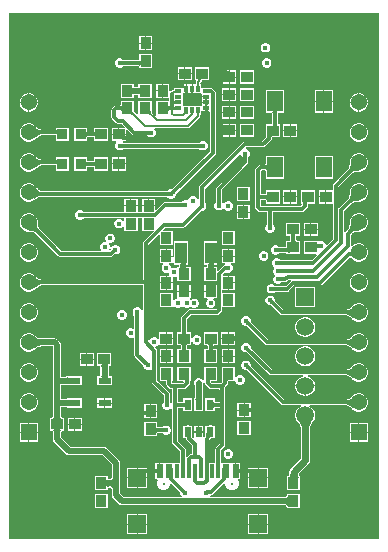
<source format=gtl>
G04*
G04 #@! TF.GenerationSoftware,Altium Limited,Altium Designer,26.1.1 (7)*
G04*
G04 Layer_Physical_Order=1*
G04 Layer_Color=255*
%FSLAX25Y25*%
%MOIN*%
G70*
G04*
G04 #@! TF.SameCoordinates,2C92732F-79F3-4126-9C79-97B6404CCAC7*
G04*
G04*
G04 #@! TF.FilePolarity,Positive*
G04*
G01*
G75*
%ADD12C,0.00787*%
%ADD16R,0.03740X0.03937*%
%ADD17R,0.04331X0.02362*%
%ADD18R,0.03543X0.03740*%
%ADD19R,0.05315X0.07087*%
%ADD20R,0.03937X0.07087*%
%ADD21R,0.01200X0.02100*%
%ADD22R,0.02100X0.01200*%
%ADD23R,0.03937X0.03740*%
%ADD24R,0.05906X0.05906*%
%ADD25R,0.02362X0.03543*%
%ADD26R,0.02362X0.04528*%
%ADD27R,0.01181X0.04528*%
%ADD29C,0.05394*%
%ADD30R,0.05394X0.05394*%
%ADD32C,0.05937*%
%ADD33R,0.05937X0.05937*%
%ADD34C,0.01280*%
%AMCUSTOMSHAPE35*
4,1,4,-0.01050,-0.00600,0.01050,-0.00600,0.01050,0.00600,-0.01050,0.00600,-0.01050,-0.00600,0.0*%
%ADD35CUSTOMSHAPE35*%

%ADD36C,0.01968*%
%ADD37C,0.01181*%
%ADD38C,0.01500*%
%ADD39C,0.02362*%
%ADD40C,0.14173*%
%ADD41C,0.01772*%
G36*
X251953Y46472D02*
X128756D01*
Y221638D01*
X251953D01*
Y46472D01*
D02*
G37*
%LPC*%
G36*
X176433Y213933D02*
X174388D01*
Y211789D01*
X176433D01*
Y213933D01*
D02*
G37*
G36*
X174038D02*
X171993D01*
Y211789D01*
X174038D01*
Y213933D01*
D02*
G37*
G36*
X176433Y211439D02*
X174388D01*
Y209296D01*
X176433D01*
Y211439D01*
D02*
G37*
G36*
X174038D02*
X171993D01*
Y209296D01*
X174038D01*
Y211439D01*
D02*
G37*
G36*
X214487Y211811D02*
X213860D01*
X213281Y211571D01*
X212838Y211128D01*
X212598Y210549D01*
Y209923D01*
X212838Y209344D01*
X213281Y208901D01*
X213860Y208661D01*
X214487D01*
X215065Y208901D01*
X215508Y209344D01*
X215748Y209923D01*
Y210549D01*
X215508Y211128D01*
X215065Y211571D01*
X214487Y211811D01*
D02*
G37*
G36*
X176433Y208027D02*
X171993D01*
Y206529D01*
X171988Y206528D01*
X171936Y206402D01*
X171878Y206280D01*
X171873Y206191D01*
X171864Y206141D01*
X171854Y206109D01*
X171845Y206094D01*
X171839Y206086D01*
X171832Y206080D01*
X171816Y206071D01*
X171785Y206061D01*
X171735Y206052D01*
X171646Y206048D01*
X171625Y206038D01*
X166800D01*
X166424Y206414D01*
X165845Y206653D01*
X165218D01*
X164639Y206414D01*
X164197Y205971D01*
X163957Y205392D01*
Y204766D01*
X164197Y204187D01*
X164639Y203744D01*
X165218Y203504D01*
X165845D01*
X166424Y203744D01*
X166800Y204120D01*
X171625D01*
X171646Y204110D01*
X171735Y204105D01*
X171785Y204096D01*
X171816Y204086D01*
X171832Y204077D01*
X171839Y204071D01*
X171845Y204064D01*
X171854Y204048D01*
X171864Y204017D01*
X171873Y203967D01*
X171878Y203878D01*
X171936Y203755D01*
X171988Y203630D01*
X171993Y203628D01*
Y203390D01*
X176433D01*
Y208027D01*
D02*
G37*
G36*
X214880Y206693D02*
X214254D01*
X213675Y206453D01*
X213232Y206010D01*
X212992Y205431D01*
Y204805D01*
X213232Y204226D01*
X213675Y203783D01*
X214254Y203543D01*
X214880D01*
X215459Y203783D01*
X215902Y204226D01*
X216142Y204805D01*
Y205431D01*
X215902Y206010D01*
X215459Y206453D01*
X214880Y206693D01*
D02*
G37*
G36*
X201990Y202614D02*
X201467D01*
X201555Y202552D01*
X201732Y202444D01*
X201897Y202360D01*
X201990Y202323D01*
Y202614D01*
D02*
G37*
G36*
X189523Y203795D02*
X187380D01*
Y201750D01*
X189523D01*
Y203795D01*
D02*
G37*
G36*
X187030D02*
X184886D01*
Y201750D01*
X187030D01*
Y203795D01*
D02*
G37*
G36*
X204484Y202614D02*
X202340D01*
Y200569D01*
X204484D01*
Y202614D01*
D02*
G37*
G36*
X201990Y201949D02*
X200468Y200569D01*
X201990D01*
Y201949D01*
D02*
G37*
G36*
X199847Y201204D02*
Y200569D01*
X200173D01*
X200165Y200603D01*
X200110Y200751D01*
X200033Y200910D01*
X199933Y201078D01*
X199847Y201204D01*
D02*
G37*
G36*
X189523Y201400D02*
X187380D01*
Y199355D01*
X189523D01*
Y201400D01*
D02*
G37*
G36*
X187030D02*
X184886D01*
Y199355D01*
X187030D01*
Y201400D01*
D02*
G37*
G36*
X210389Y202614D02*
X205752D01*
Y198174D01*
X210389D01*
Y202614D01*
D02*
G37*
G36*
X204484Y200219D02*
X202340D01*
Y198174D01*
X204484D01*
Y200219D01*
D02*
G37*
G36*
X201990D02*
X199847D01*
Y198174D01*
X201990D01*
Y200219D01*
D02*
G37*
G36*
X195429Y203795D02*
X190792D01*
Y199355D01*
X190908D01*
X191094Y199005D01*
X191032Y198912D01*
X190974Y198622D01*
Y198180D01*
X190736Y197982D01*
X190678Y197969D01*
X190635Y197963D01*
X190432Y197963D01*
X189939D01*
Y196563D01*
Y195525D01*
X190352D01*
X190315Y195521D01*
X190282Y195510D01*
X190253Y195490D01*
X190227Y195462D01*
X190206Y195427D01*
X190189Y195384D01*
X190175Y195333D01*
X190165Y195273D01*
X190165Y195266D01*
X190166Y195241D01*
X190177Y195163D01*
X190714D01*
X191064Y195163D01*
X192664D01*
X192682Y195163D01*
X192762Y195153D01*
X193014Y194916D01*
Y194848D01*
X193014D01*
Y194073D01*
X194414D01*
Y193723D01*
X193014D01*
Y192948D01*
X193014D01*
Y192879D01*
X193014D01*
Y192104D01*
X194414D01*
Y191754D01*
X193014D01*
Y190979D01*
X193014Y190979D01*
X193013Y190669D01*
X192682Y190663D01*
X192662Y190663D01*
X191064D01*
X190782Y190663D01*
X190432Y190663D01*
X189095D01*
X188814Y190663D01*
Y190663D01*
X188745D01*
Y190663D01*
X186845D01*
Y190663D01*
X186766Y190674D01*
X186514Y190911D01*
Y190979D01*
X186514D01*
Y192598D01*
X186514Y192879D01*
X186514D01*
Y192948D01*
X186514D01*
Y194848D01*
X186514D01*
Y194916D01*
X186766Y195153D01*
X186845Y195163D01*
X186864Y195163D01*
X187401D01*
X187400Y195206D01*
X187394Y195273D01*
X187384Y195333D01*
X187371Y195384D01*
X187353Y195427D01*
X187332Y195462D01*
X187306Y195490D01*
X187277Y195510D01*
X187244Y195521D01*
X187207Y195525D01*
X187620D01*
Y196563D01*
Y197963D01*
X186845D01*
Y196861D01*
X186514Y196816D01*
X186495Y196816D01*
X183714D01*
Y196391D01*
X183559Y196360D01*
X183313Y196196D01*
X183300Y196184D01*
X183267Y196170D01*
X183122Y196029D01*
X183007Y195926D01*
X182920Y195858D01*
X182898Y195842D01*
X182888Y195836D01*
X182872Y195829D01*
X182848Y195804D01*
X182713Y195777D01*
X182491Y195629D01*
X182193Y195742D01*
X182141Y195784D01*
Y198185D01*
X180096D01*
Y195866D01*
Y193548D01*
X182121D01*
Y192279D01*
X177701D01*
Y187975D01*
X177701Y187744D01*
X177384Y187570D01*
X177370Y187580D01*
X176444Y188506D01*
X176433Y188537D01*
X176393Y188581D01*
X176367Y188616D01*
X176344Y188655D01*
X176322Y188699D01*
X176303Y188751D01*
X176286Y188809D01*
X176272Y188875D01*
X176262Y188948D01*
X176255Y189029D01*
X176252Y189127D01*
X176236Y189165D01*
Y192279D01*
X171796D01*
X171796Y187909D01*
Y187899D01*
Y187899D01*
X171796Y187843D01*
X171699Y187803D01*
X171446Y187698D01*
X170538Y188605D01*
X170527Y188636D01*
X170487Y188680D01*
X170461Y188715D01*
X170438Y188754D01*
X170416Y188798D01*
X170397Y188850D01*
X170380Y188908D01*
X170366Y188974D01*
X170356Y189047D01*
X170349Y189128D01*
X170346Y189226D01*
X170341Y189238D01*
X170345Y189250D01*
X170330Y189280D01*
Y192279D01*
X165890D01*
Y191196D01*
X165873Y191162D01*
X165869Y191072D01*
X165860Y191023D01*
X165849Y190991D01*
X165841Y190975D01*
X165835Y190968D01*
X165827Y190962D01*
X165811Y190953D01*
X165780Y190943D01*
X165730Y190934D01*
X165641Y190929D01*
X165620Y190920D01*
X164471D01*
X164104Y190847D01*
X163793Y190639D01*
X163101Y189947D01*
X162894Y189636D01*
X162821Y189269D01*
Y187008D01*
X162894Y186641D01*
X163101Y186330D01*
X164283Y185149D01*
X164594Y184941D01*
X164961Y184868D01*
X166138D01*
X167187Y183819D01*
X167053Y183496D01*
X165466D01*
Y181451D01*
X167610D01*
Y182939D01*
X167933Y183073D01*
X169794Y181212D01*
X170106Y181004D01*
X170473Y180931D01*
X174716D01*
X175092Y180555D01*
X175671Y180315D01*
X176297D01*
X176876Y180555D01*
X177319Y180998D01*
X177559Y181577D01*
Y182203D01*
X177319Y182782D01*
X177154Y182947D01*
X177299Y183297D01*
X188386D01*
X188676Y183355D01*
X188922Y183519D01*
X191456Y186053D01*
X191493Y186078D01*
X192259Y186844D01*
X192259Y186844D01*
X192423Y187090D01*
X192481Y187380D01*
X192481Y187380D01*
Y187790D01*
X192495Y187821D01*
X192496Y187863D01*
X192682D01*
Y188185D01*
X192699Y188225D01*
X192691Y188244D01*
X192697Y188264D01*
X192682Y188291D01*
Y189218D01*
X192942Y189269D01*
X193022Y189270D01*
X193096Y189093D01*
X193364Y188982D01*
X194006D01*
X194011Y189016D01*
X194015Y189063D01*
X194004Y189122D01*
X193985Y189181D01*
X193957Y189232D01*
X193922Y189275D01*
X193878Y189311D01*
X193827Y189338D01*
X193768Y189358D01*
X193701Y189370D01*
X193626Y189374D01*
X194239D01*
Y189961D01*
X194589D01*
Y189374D01*
X195201D01*
X195126Y189370D01*
X195059Y189358D01*
X195000Y189338D01*
X194949Y189311D01*
X194906Y189275D01*
X194870Y189232D01*
X194843Y189181D01*
X194823Y189122D01*
X194813Y189063D01*
X194817Y189016D01*
X194821Y188982D01*
X195464D01*
X195695Y188828D01*
Y175631D01*
X183036Y162973D01*
X182990Y162992D01*
X182364D01*
X181785Y162752D01*
X181522Y162489D01*
X139675D01*
X139666Y162495D01*
X139646Y162490D01*
X139629Y162499D01*
X139430Y162511D01*
X139256Y162545D01*
X139081Y162600D01*
X138905Y162680D01*
X138726Y162786D01*
X138544Y162919D01*
X138360Y163080D01*
X138175Y163269D01*
X137988Y163488D01*
X137796Y163743D01*
X137771Y163758D01*
X137733Y163824D01*
X137166Y164391D01*
X136471Y164792D01*
X135696Y165000D01*
X134894D01*
X134119Y164792D01*
X133424Y164391D01*
X132857Y163824D01*
X132456Y163129D01*
X132248Y162354D01*
Y161552D01*
X132456Y160777D01*
X132857Y160082D01*
X133424Y159515D01*
X134119Y159114D01*
X134894Y158906D01*
X135696D01*
X136471Y159114D01*
X137091Y159472D01*
X137123Y159479D01*
X137423Y159694D01*
X137701Y159881D01*
X138230Y160191D01*
X138465Y160307D01*
X138688Y160401D01*
X138895Y160473D01*
X139085Y160523D01*
X139258Y160551D01*
X139435Y160562D01*
X139455Y160571D01*
X181323D01*
X181342Y160525D01*
X181785Y160082D01*
X182364Y159843D01*
X182990D01*
X183569Y160082D01*
X184012Y160525D01*
X184252Y161104D01*
Y161476D01*
X197332Y174556D01*
X197539Y174867D01*
X197613Y175234D01*
Y195174D01*
X197539Y195541D01*
X197332Y195852D01*
X196649Y196535D01*
X196338Y196743D01*
X195971Y196816D01*
X195814D01*
Y196816D01*
X194459D01*
X194414Y196825D01*
X194369Y196816D01*
X193032D01*
X193014Y196816D01*
X192682Y196861D01*
Y197534D01*
X192697Y197561D01*
X192691Y197582D01*
X192699Y197601D01*
X192682Y197642D01*
Y197963D01*
X192506D01*
X192505Y198005D01*
X192491Y198037D01*
Y198308D01*
X192631Y198449D01*
X192631Y198449D01*
X192796Y198695D01*
X192853Y198985D01*
Y199274D01*
X192867Y199303D01*
X192869Y199337D01*
X192902Y199338D01*
X192937Y199355D01*
X195429D01*
Y203795D01*
D02*
G37*
G36*
X176236Y198185D02*
X171796D01*
Y197227D01*
X170330D01*
Y198185D01*
X165890D01*
Y193547D01*
X170330D01*
Y194506D01*
X171796D01*
Y193548D01*
X176236D01*
Y198185D01*
D02*
G37*
G36*
X179746Y198185D02*
X177701D01*
Y196041D01*
X179746D01*
Y198185D01*
D02*
G37*
G36*
X188814Y197963D02*
X188464Y197963D01*
X187970D01*
Y196563D01*
Y195525D01*
X188383D01*
X188346Y195521D01*
X188313Y195510D01*
X188284Y195490D01*
X188259Y195462D01*
X188238Y195427D01*
X188220Y195384D01*
X188207Y195333D01*
X188197Y195273D01*
X188191Y195206D01*
X188190Y195163D01*
X188464D01*
X188745Y195163D01*
X189095Y195163D01*
X189350D01*
X189361Y195241D01*
X189363Y195266D01*
X189362Y195273D01*
X189353Y195333D01*
X189339Y195384D01*
X189321Y195427D01*
X189300Y195462D01*
X189275Y195490D01*
X189246Y195510D01*
X189213Y195521D01*
X189176Y195525D01*
X189589D01*
Y196563D01*
Y197963D01*
X188814D01*
D02*
G37*
G36*
X204459Y196734D02*
X202315D01*
Y194690D01*
X204459D01*
Y196734D01*
D02*
G37*
G36*
X201965D02*
X199822D01*
Y194690D01*
X201965D01*
Y196734D01*
D02*
G37*
G36*
X179746Y195691D02*
X177701D01*
Y193548D01*
X179746D01*
Y195691D01*
D02*
G37*
G36*
X236571Y196216D02*
X233738D01*
Y192498D01*
X236571D01*
Y196216D01*
D02*
G37*
G36*
X233388D02*
X230556D01*
Y192498D01*
X233388D01*
Y196216D01*
D02*
G37*
G36*
X210364Y196734D02*
X205727D01*
Y192294D01*
X210364D01*
Y196734D01*
D02*
G37*
G36*
X204459Y194340D02*
X202315D01*
Y192294D01*
X204459D01*
Y194340D01*
D02*
G37*
G36*
X201965D02*
X199822D01*
Y192294D01*
X201965D01*
Y194340D01*
D02*
G37*
G36*
X245696Y195000D02*
X245470D01*
Y192128D01*
X248342D01*
Y192354D01*
X248134Y193129D01*
X247733Y193824D01*
X247166Y194391D01*
X246471Y194792D01*
X245696Y195000D01*
D02*
G37*
G36*
X135696D02*
X135470D01*
Y192128D01*
X138342D01*
Y192354D01*
X138135Y193129D01*
X137733Y193824D01*
X137166Y194391D01*
X136471Y194792D01*
X135696Y195000D01*
D02*
G37*
G36*
X245120D02*
X244894D01*
X244119Y194792D01*
X243425Y194391D01*
X242857Y193824D01*
X242456Y193129D01*
X242248Y192354D01*
Y192128D01*
X245120D01*
Y195000D01*
D02*
G37*
G36*
X135120D02*
X134894D01*
X134119Y194792D01*
X133424Y194391D01*
X132857Y193824D01*
X132456Y193129D01*
X132248Y192354D01*
Y192128D01*
X135120D01*
Y195000D01*
D02*
G37*
G36*
X248342Y191778D02*
X245470D01*
Y188906D01*
X245696D01*
X246471Y189114D01*
X247166Y189515D01*
X247733Y190082D01*
X248134Y190777D01*
X248342Y191552D01*
Y191778D01*
D02*
G37*
G36*
X245120D02*
X242248D01*
Y191552D01*
X242456Y190777D01*
X242857Y190082D01*
X243425Y189515D01*
X244119Y189114D01*
X244894Y188906D01*
X245120D01*
Y191778D01*
D02*
G37*
G36*
X138342D02*
X135470D01*
Y188906D01*
X135696D01*
X136471Y189114D01*
X137166Y189515D01*
X137733Y190082D01*
X138135Y190777D01*
X138342Y191552D01*
Y191778D01*
D02*
G37*
G36*
X135120D02*
X132248D01*
Y191552D01*
X132456Y190777D01*
X132857Y190082D01*
X133424Y189515D01*
X134119Y189114D01*
X134894Y188906D01*
X135120D01*
Y191778D01*
D02*
G37*
G36*
X204459Y190832D02*
X202315D01*
Y188787D01*
X204459D01*
Y190832D01*
D02*
G37*
G36*
X201965D02*
X199822D01*
Y188787D01*
X201965D01*
Y190832D01*
D02*
G37*
G36*
X236571Y192148D02*
X233738D01*
Y188429D01*
X236571D01*
Y192148D01*
D02*
G37*
G36*
X233388D02*
X230556D01*
Y188429D01*
X233388D01*
Y192148D01*
D02*
G37*
G36*
X210364Y190832D02*
X205727D01*
Y186392D01*
X210364D01*
Y190832D01*
D02*
G37*
G36*
X204459Y188437D02*
X202315D01*
Y186392D01*
X204459D01*
Y188437D01*
D02*
G37*
G36*
X201965D02*
X199822D01*
Y186392D01*
X201965D01*
Y188437D01*
D02*
G37*
G36*
X204484Y184897D02*
X202340D01*
Y182852D01*
X204484D01*
Y184897D01*
D02*
G37*
G36*
X201990D02*
X199847D01*
Y182852D01*
X201990D01*
Y184897D01*
D02*
G37*
G36*
X224760Y184700D02*
X222616D01*
Y182655D01*
X224760D01*
Y184700D01*
D02*
G37*
G36*
X222266D02*
X220122D01*
Y182655D01*
X222266D01*
Y184700D01*
D02*
G37*
G36*
X165116Y183496D02*
X162973D01*
Y181451D01*
X165116D01*
Y183496D01*
D02*
G37*
G36*
X167610Y181101D02*
X167252D01*
X167254Y181065D01*
X167271Y180965D01*
X167301Y180876D01*
X167342Y180799D01*
X167395Y180734D01*
X167460Y180681D01*
X167537Y180640D01*
X167610Y180616D01*
Y181101D01*
D02*
G37*
G36*
X210389Y184897D02*
X205752D01*
Y180457D01*
X210389D01*
Y184897D01*
D02*
G37*
G36*
X204484Y182502D02*
X202340D01*
Y180457D01*
X204484D01*
Y182502D01*
D02*
G37*
G36*
X201990D02*
X199847D01*
Y180457D01*
X201990D01*
Y182502D01*
D02*
G37*
G36*
X224760Y182305D02*
X222616D01*
Y180260D01*
X224760D01*
Y182305D01*
D02*
G37*
G36*
X222266D02*
X220122D01*
Y180260D01*
X222266D01*
Y182305D01*
D02*
G37*
G36*
X135696Y185000D02*
X134894D01*
X134119Y184792D01*
X133424Y184391D01*
X132857Y183824D01*
X132456Y183129D01*
X132248Y182354D01*
Y181552D01*
X132456Y180777D01*
X132857Y180082D01*
X133424Y179515D01*
X134119Y179114D01*
X134894Y178906D01*
X135696D01*
X136471Y179114D01*
X137166Y179515D01*
X137418Y179767D01*
X137486Y179794D01*
X137732Y180034D01*
X137966Y180242D01*
X138192Y180423D01*
X138411Y180578D01*
X138622Y180707D01*
X138825Y180809D01*
X139018Y180887D01*
X139202Y180941D01*
X139377Y180973D01*
X139568Y180984D01*
X139588Y180994D01*
X144101D01*
X144122Y180984D01*
X144211Y180979D01*
X144261Y180970D01*
X144292Y180960D01*
X144308Y180951D01*
X144316Y180945D01*
X144322Y180938D01*
X144330Y180922D01*
X144341Y180891D01*
X144350Y180841D01*
X144354Y180752D01*
X144370Y180718D01*
Y179056D01*
X148614D01*
Y183496D01*
X144787D01*
X144752Y183512D01*
X144742Y183508D01*
X144732Y183512D01*
X144692Y183496D01*
X144370D01*
Y183188D01*
X144354Y183154D01*
X144350Y183064D01*
X144341Y183015D01*
X144330Y182983D01*
X144322Y182968D01*
X144316Y182960D01*
X144308Y182954D01*
X144292Y182946D01*
X144261Y182935D01*
X144211Y182926D01*
X144122Y182922D01*
X144101Y182912D01*
X139588D01*
X139568Y182922D01*
X139377Y182933D01*
X139202Y182965D01*
X139018Y183019D01*
X138825Y183096D01*
X138622Y183199D01*
X138411Y183327D01*
X138196Y183479D01*
X137728Y183874D01*
X137486Y184111D01*
X137418Y184139D01*
X137166Y184391D01*
X136471Y184792D01*
X135696Y185000D01*
D02*
G37*
G36*
X154716Y183496D02*
X150473D01*
Y179056D01*
X154716D01*
Y180040D01*
X154733Y180075D01*
X154737Y180164D01*
X154746Y180214D01*
X154756Y180245D01*
X154765Y180261D01*
X154771Y180268D01*
X154778Y180274D01*
X154794Y180283D01*
X154825Y180293D01*
X154876Y180302D01*
X154965Y180307D01*
X154985Y180317D01*
X156798D01*
X156819Y180307D01*
X156908Y180302D01*
X156958Y180293D01*
X156989Y180283D01*
X157005Y180274D01*
X157012Y180268D01*
X157019Y180261D01*
X157027Y180245D01*
X157037Y180214D01*
X157046Y180164D01*
X157051Y180075D01*
X157067Y180040D01*
Y179056D01*
X161704D01*
Y183496D01*
X157067D01*
Y182511D01*
X157051Y182477D01*
X157046Y182387D01*
X157037Y182337D01*
X157027Y182306D01*
X157019Y182290D01*
X157012Y182283D01*
X157005Y182277D01*
X156989Y182268D01*
X156958Y182258D01*
X156908Y182249D01*
X156819Y182245D01*
X156798Y182235D01*
X154985D01*
X154965Y182245D01*
X154876Y182249D01*
X154825Y182258D01*
X154794Y182268D01*
X154779Y182277D01*
X154771Y182283D01*
X154765Y182290D01*
X154756Y182306D01*
X154746Y182337D01*
X154737Y182387D01*
X154733Y182477D01*
X154716Y182511D01*
Y183496D01*
D02*
G37*
G36*
X245696Y185000D02*
X244894D01*
X244119Y184792D01*
X243425Y184391D01*
X242857Y183824D01*
X242456Y183129D01*
X242248Y182354D01*
Y181552D01*
X242456Y180777D01*
X242857Y180082D01*
X243425Y179515D01*
X244119Y179114D01*
X244894Y178906D01*
X245696D01*
X246471Y179114D01*
X247166Y179515D01*
X247733Y180082D01*
X248134Y180777D01*
X248342Y181552D01*
Y182354D01*
X248134Y183129D01*
X247733Y183824D01*
X247166Y184391D01*
X246471Y184792D01*
X245696Y185000D01*
D02*
G37*
G36*
X167248Y181101D02*
X165291D01*
X162973D01*
Y179056D01*
X164345D01*
X164490Y178706D01*
X164197Y178412D01*
X163957Y177833D01*
Y177206D01*
X164197Y176628D01*
X164639Y176185D01*
X165218Y175945D01*
X165845D01*
X166424Y176185D01*
X166819Y176580D01*
X192059D01*
X192415Y176224D01*
X192994Y175984D01*
X193620D01*
X194199Y176224D01*
X194642Y176667D01*
X194882Y177246D01*
Y177872D01*
X194642Y178451D01*
X194199Y178894D01*
X193620Y179134D01*
X192994D01*
X192415Y178894D01*
X192019Y178498D01*
X166823D01*
X166626Y178744D01*
X166761Y179056D01*
X167610D01*
Y179410D01*
X167248Y179418D01*
Y181101D01*
D02*
G37*
G36*
X161704Y173653D02*
X157067D01*
Y172668D01*
X157051Y172634D01*
X157046Y172545D01*
X157037Y172495D01*
X157027Y172464D01*
X157019Y172448D01*
X157012Y172441D01*
X157005Y172434D01*
X156989Y172426D01*
X156958Y172415D01*
X156908Y172407D01*
X156819Y172402D01*
X156798Y172392D01*
X154985D01*
X154965Y172402D01*
X154876Y172407D01*
X154825Y172415D01*
X154794Y172426D01*
X154779Y172434D01*
X154771Y172441D01*
X154765Y172448D01*
X154756Y172464D01*
X154746Y172495D01*
X154737Y172545D01*
X154733Y172634D01*
X154716Y172668D01*
Y173653D01*
X150473D01*
Y169213D01*
X154716D01*
Y170198D01*
X154733Y170232D01*
X154737Y170321D01*
X154746Y170371D01*
X154756Y170402D01*
X154765Y170418D01*
X154771Y170426D01*
X154778Y170432D01*
X154794Y170440D01*
X154825Y170451D01*
X154876Y170459D01*
X154965Y170464D01*
X154985Y170474D01*
X156798D01*
X156819Y170464D01*
X156908Y170459D01*
X156958Y170451D01*
X156989Y170440D01*
X157005Y170432D01*
X157012Y170426D01*
X157019Y170418D01*
X157027Y170402D01*
X157037Y170371D01*
X157046Y170321D01*
X157051Y170232D01*
X157067Y170198D01*
Y169213D01*
X161704D01*
Y173653D01*
D02*
G37*
G36*
X167610D02*
X165466D01*
Y171608D01*
X167610D01*
Y173653D01*
D02*
G37*
G36*
X165116D02*
X162973D01*
Y171608D01*
X165116D01*
Y173653D01*
D02*
G37*
G36*
X167610Y171258D02*
X165466D01*
Y169213D01*
X167610D01*
Y171258D01*
D02*
G37*
G36*
X165116D02*
X162973D01*
Y169213D01*
X165116D01*
Y171258D01*
D02*
G37*
G36*
X135696Y175000D02*
X134894D01*
X134119Y174792D01*
X133424Y174391D01*
X132857Y173824D01*
X132456Y173129D01*
X132248Y172354D01*
Y171552D01*
X132456Y170777D01*
X132857Y170082D01*
X133424Y169515D01*
X134119Y169114D01*
X134894Y168906D01*
X135696D01*
X136471Y169114D01*
X137166Y169515D01*
X137418Y169767D01*
X137486Y169794D01*
X137732Y170034D01*
X137966Y170242D01*
X138192Y170423D01*
X138411Y170578D01*
X138622Y170707D01*
X138825Y170809D01*
X139018Y170887D01*
X139202Y170941D01*
X139377Y170973D01*
X139568Y170984D01*
X139588Y170994D01*
X144101D01*
X144122Y170984D01*
X144211Y170979D01*
X144261Y170970D01*
X144292Y170960D01*
X144308Y170951D01*
X144316Y170945D01*
X144322Y170938D01*
X144330Y170922D01*
X144341Y170891D01*
X144350Y170841D01*
X144354Y170752D01*
X144370Y170718D01*
Y169213D01*
X148614D01*
Y173653D01*
X144370D01*
Y173188D01*
X144354Y173154D01*
X144350Y173065D01*
X144341Y173015D01*
X144330Y172984D01*
X144322Y172968D01*
X144316Y172960D01*
X144308Y172954D01*
X144292Y172945D01*
X144261Y172935D01*
X144211Y172926D01*
X144122Y172922D01*
X144101Y172912D01*
X139588D01*
X139568Y172922D01*
X139377Y172933D01*
X139202Y172965D01*
X139018Y173019D01*
X138825Y173096D01*
X138622Y173199D01*
X138411Y173327D01*
X138196Y173479D01*
X137728Y173874D01*
X137486Y174111D01*
X137418Y174139D01*
X137166Y174391D01*
X136471Y174792D01*
X135696Y175000D01*
D02*
G37*
G36*
X236571Y174169D02*
X230556D01*
Y166382D01*
X236571D01*
Y174169D01*
D02*
G37*
G36*
X220232D02*
X214217D01*
Y171511D01*
X214201Y171477D01*
X214196Y171388D01*
X214187Y171337D01*
X214177Y171306D01*
X214168Y171291D01*
X214162Y171283D01*
X214155Y171277D01*
X214139Y171268D01*
X214108Y171258D01*
X214058Y171249D01*
X213968Y171245D01*
X213948Y171235D01*
X212598D01*
X212231Y171162D01*
X211920Y170954D01*
X210936Y169969D01*
X210728Y169658D01*
X210655Y169291D01*
Y160512D01*
X210652Y160507D01*
X210655Y160492D01*
Y160374D01*
X210652Y160359D01*
X210655Y160354D01*
Y156991D01*
X210728Y156624D01*
X210936Y156313D01*
X211628Y155621D01*
X211939Y155413D01*
X212306Y155340D01*
X214789D01*
Y151268D01*
X214413Y150892D01*
X214173Y150313D01*
Y149687D01*
X214413Y149108D01*
X214856Y148665D01*
X215435Y148425D01*
X216061D01*
X216640Y148665D01*
X217083Y149108D01*
X217323Y149687D01*
Y150313D01*
X217083Y150892D01*
X216707Y151268D01*
Y155340D01*
X226181D01*
X226548Y155413D01*
X226859Y155621D01*
X228043Y156805D01*
X228251Y157116D01*
X228324Y157483D01*
Y157944D01*
X228334Y157965D01*
X228339Y158054D01*
X228347Y158104D01*
X228358Y158135D01*
X228366Y158151D01*
X228373Y158158D01*
X228380Y158164D01*
X228396Y158173D01*
X228427Y158183D01*
X228477Y158192D01*
X228566Y158197D01*
X228600Y158213D01*
X230665D01*
Y162653D01*
X226028D01*
Y158636D01*
X226012Y158606D01*
X226017Y158590D01*
X226011Y158575D01*
X226028Y158534D01*
Y158213D01*
X226329D01*
X226345Y158205D01*
X226378Y157989D01*
X226389Y157863D01*
X225784Y157258D01*
X212703D01*
X212573Y157388D01*
Y158583D01*
X212576Y158587D01*
X212573Y158602D01*
Y158628D01*
X212583Y158651D01*
X212589Y158864D01*
X212604Y159039D01*
X212629Y159183D01*
X212659Y159296D01*
X212691Y159376D01*
X212721Y159424D01*
X212741Y159446D01*
X212753Y159454D01*
X212767Y159459D01*
X212835Y159466D01*
X212850Y159474D01*
X213948D01*
X213968Y159464D01*
X214058Y159459D01*
X214108Y159451D01*
X214139Y159440D01*
X214155Y159432D01*
X214162Y159426D01*
X214168Y159418D01*
X214177Y159402D01*
X214187Y159371D01*
X214196Y159321D01*
X214201Y159232D01*
X214217Y159198D01*
Y158213D01*
X218854D01*
Y162653D01*
X214217D01*
Y161668D01*
X214201Y161634D01*
X214196Y161545D01*
X214187Y161495D01*
X214177Y161464D01*
X214168Y161448D01*
X214162Y161441D01*
X214155Y161434D01*
X214139Y161426D01*
X214108Y161416D01*
X214058Y161407D01*
X213968Y161402D01*
X213948Y161392D01*
X212850D01*
X212835Y161400D01*
X212767Y161407D01*
X212753Y161412D01*
X212741Y161420D01*
X212721Y161442D01*
X212691Y161490D01*
X212659Y161570D01*
X212629Y161683D01*
X212604Y161827D01*
X212589Y162002D01*
X212583Y162215D01*
X212573Y162238D01*
Y162264D01*
X212576Y162279D01*
X212573Y162284D01*
Y168894D01*
X212996Y169317D01*
X213948D01*
X213968Y169307D01*
X214058Y169302D01*
X214108Y169293D01*
X214139Y169283D01*
X214155Y169274D01*
X214162Y169268D01*
X214168Y169261D01*
X214177Y169245D01*
X214187Y169214D01*
X214196Y169164D01*
X214201Y169075D01*
X214217Y169040D01*
Y166382D01*
X220232D01*
Y174169D01*
D02*
G37*
G36*
X224760Y162653D02*
X222616D01*
Y160608D01*
X224760D01*
Y162653D01*
D02*
G37*
G36*
X222266D02*
X220122D01*
Y160608D01*
X222266D01*
Y162653D01*
D02*
G37*
G36*
X234077D02*
X231933D01*
Y160608D01*
X234077D01*
Y162653D01*
D02*
G37*
G36*
X209011Y163637D02*
X204571D01*
Y159000D01*
X209011D01*
Y163637D01*
D02*
G37*
G36*
X234077Y160258D02*
X231933D01*
Y158213D01*
X234077D01*
Y160258D01*
D02*
G37*
G36*
X224760Y160258D02*
X222616D01*
Y158213D01*
X224760D01*
Y160258D01*
D02*
G37*
G36*
X222266D02*
X220122D01*
Y158213D01*
X222266D01*
Y160258D01*
D02*
G37*
G36*
X177417Y159799D02*
X175372D01*
Y157655D01*
X177417D01*
Y159799D01*
D02*
G37*
G36*
X175022D02*
X172977D01*
Y157655D01*
X175022D01*
Y159799D01*
D02*
G37*
G36*
X171511D02*
X169466D01*
Y157655D01*
X171511D01*
Y159799D01*
D02*
G37*
G36*
X169116D02*
X167071D01*
Y157655D01*
X169116D01*
Y159799D01*
D02*
G37*
G36*
X220232Y196216D02*
X214217D01*
Y188429D01*
X215989D01*
X216023Y188413D01*
X216112Y188409D01*
X216163Y188400D01*
X216194Y188389D01*
X216210Y188381D01*
X216217Y188375D01*
X216223Y188367D01*
X216232Y188351D01*
X216242Y188320D01*
X216251Y188270D01*
X216255Y188181D01*
X216265Y188160D01*
Y184970D01*
X216255Y184949D01*
X216251Y184860D01*
X216242Y184810D01*
X216232Y184778D01*
X216223Y184763D01*
X216217Y184755D01*
X216210Y184749D01*
X216194Y184741D01*
X216163Y184730D01*
X216112Y184721D01*
X216023Y184717D01*
X215989Y184700D01*
X214217D01*
Y180663D01*
X214200Y180622D01*
X214217Y180582D01*
Y180260D01*
X214054Y179978D01*
X212989Y178912D01*
X207233D01*
X206866Y178839D01*
X206555Y178631D01*
X192235Y164311D01*
X192027Y164000D01*
X191954Y163633D01*
Y159517D01*
X191619Y159482D01*
X191379Y160061D01*
X190936Y160503D01*
X190357Y160743D01*
X189731D01*
X189152Y160503D01*
X188709Y160061D01*
X188471Y159486D01*
X188468Y159481D01*
X188119Y159281D01*
X187715Y159449D01*
X187088D01*
X186510Y159209D01*
X186133Y158833D01*
X180759D01*
X180392Y158760D01*
X180081Y158552D01*
X177740Y156211D01*
X177417Y156345D01*
Y157305D01*
X172977D01*
Y155443D01*
X171511D01*
Y157305D01*
X167071D01*
Y155443D01*
X153535D01*
X153219Y155760D01*
X152640Y155999D01*
X152013D01*
X151435Y155760D01*
X150992Y155317D01*
X150752Y154738D01*
Y154111D01*
X150992Y153533D01*
X151435Y153089D01*
X152013Y152850D01*
X152640D01*
X153219Y153089D01*
X153654Y153525D01*
X167071D01*
Y152460D01*
X166721Y152390D01*
X166689Y152467D01*
X166246Y152910D01*
X165668Y153150D01*
X165041D01*
X164462Y152910D01*
X164019Y152467D01*
X163779Y151888D01*
Y151262D01*
X164019Y150683D01*
X164462Y150240D01*
X165041Y150000D01*
X165668D01*
X166246Y150240D01*
X166689Y150683D01*
X166721Y150760D01*
X167071Y150690D01*
Y149256D01*
X171511D01*
Y153525D01*
X172977D01*
Y149256D01*
X176723D01*
X176857Y148933D01*
X173618Y145694D01*
X173585Y145644D01*
X173535Y145611D01*
X173327Y145299D01*
X173254Y144932D01*
Y132912D01*
X139588D01*
X139568Y132922D01*
X139377Y132933D01*
X139202Y132965D01*
X139018Y133019D01*
X138825Y133096D01*
X138622Y133199D01*
X138411Y133327D01*
X138196Y133479D01*
X137728Y133874D01*
X137486Y134111D01*
X137418Y134139D01*
X137166Y134391D01*
X136471Y134792D01*
X135696Y135000D01*
X134894D01*
X134119Y134792D01*
X133424Y134391D01*
X132857Y133824D01*
X132456Y133129D01*
X132248Y132354D01*
Y131552D01*
X132456Y130777D01*
X132857Y130082D01*
X133424Y129515D01*
X134119Y129114D01*
X134894Y128906D01*
X135696D01*
X136471Y129114D01*
X137166Y129515D01*
X137418Y129767D01*
X137486Y129794D01*
X137732Y130034D01*
X137966Y130242D01*
X138192Y130423D01*
X138411Y130578D01*
X138622Y130707D01*
X138825Y130809D01*
X139018Y130887D01*
X139202Y130941D01*
X139377Y130973D01*
X139568Y130984D01*
X139588Y130994D01*
X173254D01*
Y122761D01*
X172904Y122691D01*
X172792Y122961D01*
X172349Y123404D01*
X171770Y123644D01*
X171143D01*
X170565Y123404D01*
X170122Y122961D01*
X169882Y122383D01*
Y121756D01*
X170122Y121177D01*
X170498Y120801D01*
Y116636D01*
X170148Y116507D01*
X169605Y116732D01*
X168978D01*
X168399Y116492D01*
X167956Y116050D01*
X167717Y115471D01*
Y114844D01*
X167956Y114265D01*
X168399Y113822D01*
X168978Y113583D01*
X169605D01*
X170148Y113808D01*
X170498Y113679D01*
Y107874D01*
X170571Y107507D01*
X170779Y107196D01*
X173425Y104549D01*
Y104017D01*
X173665Y103439D01*
X174108Y102996D01*
X174687Y102756D01*
X175313D01*
X175856Y102981D01*
X176206Y102853D01*
Y98826D01*
X176279Y98459D01*
X176487Y98148D01*
X180360Y94275D01*
Y92244D01*
X179984Y91868D01*
X179744Y91290D01*
Y90663D01*
X179984Y90084D01*
X180427Y89641D01*
X181006Y89402D01*
X181632D01*
X182211Y89641D01*
X182654Y90084D01*
X182746Y90307D01*
X183096Y90237D01*
Y78740D01*
X183169Y78373D01*
X183377Y78062D01*
X185675Y75764D01*
Y72077D01*
X185629Y71746D01*
X185325Y71746D01*
X183748D01*
X183748Y71746D01*
X183660D01*
Y71746D01*
X183398Y71746D01*
X180598D01*
Y71746D01*
X180511D01*
Y71746D01*
X179155D01*
Y69132D01*
X178980D01*
Y68957D01*
X177810D01*
Y68050D01*
X177805Y68162D01*
X177787Y68262D01*
X177757Y68351D01*
X177716Y68428D01*
X177663Y68493D01*
X177598Y68546D01*
X177521Y68587D01*
X177448Y68611D01*
Y66518D01*
X178160D01*
X178294Y66195D01*
X178281Y66182D01*
X177936Y65350D01*
Y64450D01*
X178281Y63618D01*
X178918Y62981D01*
X179750Y62636D01*
X180650D01*
X181482Y62981D01*
X182119Y63618D01*
X182464Y64450D01*
Y64898D01*
X182814Y65043D01*
X185827Y62030D01*
Y61498D01*
X186066Y60919D01*
X186220Y60765D01*
X186075Y60416D01*
X166902D01*
X165731Y61587D01*
Y64961D01*
Y71850D01*
X165627Y72371D01*
X165332Y72812D01*
X161395Y76749D01*
X160954Y77044D01*
X160433Y77148D01*
X149186D01*
X146045Y80288D01*
Y81779D01*
X146048Y81784D01*
X146056Y81948D01*
X146077Y82065D01*
X146107Y82156D01*
X146142Y82223D01*
X146183Y82274D01*
X146233Y82315D01*
X146298Y82351D01*
X146386Y82380D01*
X146500Y82401D01*
X146662Y82409D01*
X146696Y82426D01*
X147003D01*
Y82747D01*
X147020Y82788D01*
X147016Y82798D01*
X147020Y82808D01*
X147003Y82842D01*
Y86449D01*
X147020Y86484D01*
X147016Y86494D01*
X147020Y86504D01*
X147003Y86544D01*
Y86866D01*
X146696D01*
X146662Y86882D01*
X146500Y86891D01*
X146386Y86911D01*
X146298Y86941D01*
X146233Y86976D01*
X146183Y87017D01*
X146142Y87068D01*
X146107Y87135D01*
X146077Y87226D01*
X146056Y87344D01*
X146048Y87508D01*
X146045Y87512D01*
Y90372D01*
X147242D01*
X147248Y90369D01*
X147591Y90362D01*
X147842Y90342D01*
X147878Y90336D01*
Y90201D01*
X148200D01*
X148240Y90184D01*
X148281Y90201D01*
X148319D01*
X148343Y90198D01*
X148346Y90201D01*
X152909D01*
Y93263D01*
X148346D01*
X148343Y93266D01*
X148319Y93263D01*
X148281D01*
X148240Y93280D01*
X148200Y93263D01*
X147878D01*
Y93128D01*
X147845Y93123D01*
X147429Y93097D01*
X147252Y93095D01*
X147246Y93093D01*
X146045D01*
Y97852D01*
X147242D01*
X147248Y97850D01*
X147591Y97842D01*
X147842Y97822D01*
X147878Y97817D01*
Y97681D01*
X148200D01*
X148240Y97665D01*
X148281Y97681D01*
X148319D01*
X148343Y97679D01*
X148346Y97681D01*
X152909D01*
Y100744D01*
X148346D01*
X148343Y100747D01*
X148319Y100744D01*
X148281D01*
X148240Y100760D01*
X148200Y100744D01*
X147878D01*
Y100609D01*
X147845Y100603D01*
X147429Y100577D01*
X147252Y100576D01*
X147246Y100573D01*
X146045D01*
Y111221D01*
X145942Y111741D01*
X145647Y112182D01*
X144915Y112915D01*
X144473Y113210D01*
X143953Y113313D01*
X139443D01*
X139437Y113316D01*
X139192Y113324D01*
X138970Y113348D01*
X138757Y113388D01*
X138554Y113443D01*
X138359Y113514D01*
X138172Y113600D01*
X137992Y113702D01*
X137819Y113820D01*
X137652Y113954D01*
X137482Y114116D01*
X137416Y114141D01*
X137166Y114391D01*
X136471Y114792D01*
X135696Y115000D01*
X134894D01*
X134119Y114792D01*
X133424Y114391D01*
X132857Y113824D01*
X132456Y113129D01*
X132248Y112354D01*
Y111552D01*
X132456Y110777D01*
X132857Y110082D01*
X133424Y109515D01*
X134119Y109114D01*
X134894Y108906D01*
X135696D01*
X136471Y109114D01*
X137166Y109515D01*
X137416Y109765D01*
X137482Y109790D01*
X137652Y109951D01*
X137819Y110086D01*
X137992Y110204D01*
X138172Y110306D01*
X138359Y110392D01*
X138554Y110462D01*
X138757Y110518D01*
X138970Y110557D01*
X139192Y110581D01*
X139437Y110590D01*
X139443Y110592D01*
X143325D01*
Y99410D01*
Y91535D01*
Y87512D01*
X143323Y87508D01*
X143314Y87344D01*
X143293Y87226D01*
X143264Y87135D01*
X143228Y87068D01*
X143187Y87017D01*
X143137Y86976D01*
X143072Y86941D01*
X142984Y86911D01*
X142870Y86891D01*
X142708Y86882D01*
X142674Y86866D01*
X142367D01*
Y86544D01*
X142350Y86504D01*
X142354Y86494D01*
X142350Y86484D01*
X142367Y86449D01*
Y82842D01*
X142350Y82808D01*
X142354Y82798D01*
X142350Y82788D01*
X142367Y82747D01*
Y82426D01*
X142674D01*
X142708Y82409D01*
X142870Y82401D01*
X142984Y82380D01*
X143072Y82351D01*
X143137Y82315D01*
X143187Y82274D01*
X143228Y82223D01*
X143264Y82156D01*
X143293Y82065D01*
X143314Y81948D01*
X143323Y81784D01*
X143325Y81779D01*
Y79724D01*
X143428Y79204D01*
X143723Y78763D01*
X147660Y74826D01*
X148101Y74531D01*
X148622Y74427D01*
X159870D01*
X163010Y71287D01*
Y67929D01*
X163007Y67923D01*
X162998Y67561D01*
X162970Y67253D01*
X162927Y66990D01*
X162869Y66775D01*
X162801Y66609D01*
X162728Y66490D01*
X162656Y66413D01*
X162585Y66365D01*
X162505Y66337D01*
X162362Y66322D01*
X162361Y66321D01*
X162315D01*
X162311Y66323D01*
X162147Y66332D01*
X162029Y66352D01*
X161938Y66382D01*
X161871Y66418D01*
X161820Y66459D01*
X161779Y66508D01*
X161744Y66574D01*
X161714Y66662D01*
X161694Y66776D01*
X161685Y66937D01*
X161669Y66971D01*
Y67279D01*
X161348D01*
X161307Y67296D01*
X161297Y67292D01*
X161287Y67295D01*
X161253Y67279D01*
X157229D01*
Y62642D01*
X161253D01*
X161287Y62626D01*
X161297Y62629D01*
X161307Y62625D01*
X161348Y62642D01*
X161669D01*
Y62950D01*
X161685Y62984D01*
X161694Y63145D01*
X161714Y63260D01*
X161744Y63348D01*
X161779Y63413D01*
X161821Y63463D01*
X161871Y63503D01*
X161939Y63539D01*
X162029Y63569D01*
X162147Y63590D01*
X162311Y63598D01*
X162315Y63600D01*
X162361D01*
X162362Y63600D01*
X162504Y63585D01*
X162585Y63556D01*
X162656Y63509D01*
X162728Y63432D01*
X162801Y63313D01*
X162869Y63146D01*
X162927Y62931D01*
X162970Y62669D01*
X162998Y62360D01*
X163007Y61998D01*
X163010Y61992D01*
Y61024D01*
X163113Y60503D01*
X163408Y60062D01*
X165377Y58093D01*
X165818Y57798D01*
X166339Y57695D01*
X220559D01*
X220563Y57692D01*
X220727Y57684D01*
X220845Y57664D01*
X220936Y57634D01*
X221003Y57598D01*
X221054Y57557D01*
X221094Y57507D01*
X221130Y57442D01*
X221160Y57354D01*
X221180Y57240D01*
X221189Y57078D01*
X221205Y57044D01*
Y56737D01*
X221527D01*
X221567Y56720D01*
X221577Y56724D01*
X221587Y56720D01*
X221621Y56737D01*
X225645D01*
Y61374D01*
X221621D01*
X221587Y61390D01*
X221577Y61386D01*
X221567Y61390D01*
X221527Y61374D01*
X221205D01*
Y61066D01*
X221189Y61032D01*
X221180Y60870D01*
X221160Y60756D01*
X221130Y60668D01*
X221094Y60603D01*
X221054Y60553D01*
X221003Y60512D01*
X220936Y60477D01*
X220845Y60447D01*
X220727Y60426D01*
X220563Y60418D01*
X220559Y60416D01*
X195913D01*
X195765Y60745D01*
X195928Y60965D01*
X195943D01*
X196310Y61038D01*
X196621Y61246D01*
X200369Y64993D01*
X200692Y64859D01*
Y64450D01*
X201037Y63618D01*
X201674Y62981D01*
X202506Y62636D01*
X203406D01*
X204238Y62981D01*
X204875Y63618D01*
X205220Y64450D01*
Y65350D01*
X204875Y66182D01*
X204862Y66195D01*
X204996Y66518D01*
X205708D01*
Y68611D01*
X205635Y68587D01*
X205558Y68546D01*
X205493Y68493D01*
X205440Y68428D01*
X205399Y68351D01*
X205369Y68262D01*
X205351Y68162D01*
X205346Y68050D01*
Y68957D01*
X204176D01*
Y69132D01*
X204001D01*
Y71746D01*
X202645D01*
Y71746D01*
X202558D01*
Y71746D01*
X199496D01*
X199404Y72058D01*
Y76000D01*
X200481Y77078D01*
X200689Y77389D01*
X200762Y77756D01*
Y96570D01*
X200772Y96592D01*
X200776Y96694D01*
X200785Y96779D01*
X200800Y96859D01*
X200822Y96935D01*
X200848Y97008D01*
X200881Y97079D01*
X200920Y97148D01*
X200966Y97215D01*
X201019Y97281D01*
X201089Y97356D01*
X201097Y97379D01*
X201466Y97747D01*
X201673Y98058D01*
X201746Y98425D01*
Y98790D01*
X201756Y98811D01*
X201761Y98900D01*
X201770Y98950D01*
X201780Y98981D01*
X201789Y98997D01*
X201795Y99005D01*
X201802Y99011D01*
X201818Y99019D01*
X201849Y99030D01*
X201899Y99038D01*
X201988Y99043D01*
X202023Y99059D01*
X203799D01*
X203992Y99059D01*
X204245Y98827D01*
X204374Y98517D01*
X204817Y98074D01*
X205395Y97835D01*
X206022D01*
X206601Y98074D01*
X207044Y98517D01*
X207283Y99096D01*
Y99723D01*
X207044Y100302D01*
X206601Y100744D01*
X206022Y100984D01*
X205395D01*
X204817Y100744D01*
X204374Y100302D01*
X204342Y100224D01*
X203992Y100294D01*
Y103697D01*
X199552D01*
Y99489D01*
X199537Y99463D01*
X199543Y99442D01*
X199535Y99422D01*
X199552Y99381D01*
Y99059D01*
X199571D01*
X199673Y98864D01*
X199697Y98792D01*
X199700Y98709D01*
X199643Y98657D01*
X199577Y98604D01*
X199510Y98558D01*
X199441Y98519D01*
X199370Y98486D01*
X199297Y98459D01*
X199221Y98438D01*
X199141Y98423D01*
X199057Y98414D01*
X198954Y98410D01*
X198932Y98400D01*
X196263D01*
X195973Y98691D01*
X195972Y98702D01*
X195976Y98767D01*
X196083Y99043D01*
X196117Y99059D01*
X198086D01*
Y103697D01*
X193646D01*
Y99489D01*
X193631Y99463D01*
X193595Y99433D01*
X193264Y99317D01*
X192821Y99760D01*
X192242Y100000D01*
X191616D01*
X191037Y99760D01*
X190594Y99317D01*
X190354Y98738D01*
Y98112D01*
X190569Y97594D01*
Y93900D01*
X190566Y93893D01*
X190559Y93550D01*
X190539Y93300D01*
X190533Y93263D01*
X190398D01*
Y92942D01*
X190381Y92901D01*
X190398Y92861D01*
Y92822D01*
X190395Y92799D01*
X190398Y92796D01*
Y89020D01*
X193460D01*
Y92796D01*
X193463Y92799D01*
X193460Y92822D01*
Y92861D01*
X193477Y92901D01*
X193460Y92942D01*
Y93263D01*
X193325D01*
X193320Y93296D01*
X193294Y93712D01*
X193292Y93889D01*
X193289Y93896D01*
Y97594D01*
X193504Y98112D01*
Y98519D01*
X193654Y98705D01*
X193833Y98788D01*
X193923Y98730D01*
Y98425D01*
X193996Y98058D01*
X194204Y97747D01*
X195188Y96763D01*
X195499Y96555D01*
X195866Y96482D01*
X198581D01*
X198602Y96472D01*
X198691Y96467D01*
X198741Y96459D01*
X198772Y96448D01*
X198788Y96440D01*
X198796Y96434D01*
X198802Y96426D01*
X198810Y96410D01*
X198821Y96379D01*
X198830Y96329D01*
X198834Y96240D01*
X198844Y96219D01*
Y92101D01*
X197470D01*
X197449Y92111D01*
X197360Y92115D01*
X197310Y92124D01*
X197278Y92134D01*
X197263Y92143D01*
X197255Y92149D01*
X197249Y92157D01*
X197241Y92172D01*
X197230Y92203D01*
X197221Y92254D01*
X197217Y92343D01*
X197200Y92377D01*
Y93263D01*
X194138D01*
Y89020D01*
X197200D01*
Y89907D01*
X197217Y89941D01*
X197221Y90030D01*
X197230Y90080D01*
X197241Y90111D01*
X197249Y90127D01*
X197255Y90134D01*
X197263Y90140D01*
X197279Y90149D01*
X197310Y90159D01*
X197360Y90168D01*
X197449Y90173D01*
X197470Y90183D01*
X198844D01*
Y78153D01*
X197767Y77076D01*
X197559Y76765D01*
X197486Y76398D01*
Y72077D01*
X197440Y71746D01*
X197136Y71746D01*
X195559Y71746D01*
X195467Y72058D01*
Y79347D01*
X195757Y79637D01*
X195965Y79948D01*
X195968Y79965D01*
X197200D01*
Y82263D01*
X197308Y82522D01*
Y83149D01*
X197200Y83408D01*
Y84208D01*
X196534D01*
X196046Y84411D01*
X195420D01*
X194931Y84208D01*
X194138D01*
Y81589D01*
X194120Y81496D01*
Y80712D01*
X193830Y80422D01*
X193810Y80393D01*
X193460Y80499D01*
Y81912D01*
X191929D01*
X190398D01*
X190398Y80237D01*
Y80233D01*
Y80233D01*
X190398Y80154D01*
X190263Y80098D01*
X190048Y80009D01*
X189739Y80318D01*
Y82178D01*
X189720Y82271D01*
Y82316D01*
X189774Y82445D01*
Y83072D01*
X189720Y83201D01*
Y84208D01*
X188814D01*
X188512Y84333D01*
X187886D01*
X187584Y84208D01*
X186658D01*
Y83153D01*
X186624Y83072D01*
Y82445D01*
X186658Y82364D01*
Y79965D01*
X187809D01*
X187810Y79910D01*
X187833Y79861D01*
X187893Y79554D01*
X188101Y79243D01*
X189692Y77652D01*
Y75107D01*
X189683Y75088D01*
X189677Y75005D01*
X189669Y74968D01*
X189659Y74946D01*
X189650Y74933D01*
X189636Y74920D01*
X189610Y74903D01*
X189565Y74885D01*
X189497Y74867D01*
X189407Y74855D01*
X189279Y74850D01*
X189274Y74847D01*
X189268Y74849D01*
X189219Y74825D01*
X188927Y74767D01*
X188616Y74559D01*
X187943Y73886D01*
X187864Y73891D01*
X187593Y74001D01*
Y76161D01*
X187520Y76528D01*
X187312Y76840D01*
X185014Y79137D01*
Y90183D01*
X186389D01*
X186409Y90173D01*
X186498Y90168D01*
X186549Y90159D01*
X186580Y90149D01*
X186596Y90140D01*
X186603Y90134D01*
X186609Y90127D01*
X186618Y90111D01*
X186628Y90080D01*
X186637Y90030D01*
X186642Y89941D01*
X186658Y89907D01*
Y89020D01*
X189720D01*
Y93263D01*
X186658D01*
Y92377D01*
X186642Y92343D01*
X186637Y92254D01*
X186628Y92204D01*
X186618Y92172D01*
X186609Y92157D01*
X186603Y92149D01*
X186596Y92143D01*
X186580Y92134D01*
X186549Y92124D01*
X186498Y92115D01*
X186409Y92111D01*
X186389Y92101D01*
X185014D01*
Y96205D01*
X185022Y96220D01*
X185030Y96288D01*
X185034Y96302D01*
X185042Y96314D01*
X185065Y96334D01*
X185113Y96364D01*
X185192Y96396D01*
X185305Y96427D01*
X185450Y96451D01*
X185624Y96466D01*
X185837Y96472D01*
X185860Y96482D01*
X185886D01*
X185901Y96479D01*
X185906Y96482D01*
X187008D01*
X187375Y96555D01*
X187686Y96763D01*
X188670Y97747D01*
X188878Y98058D01*
X188951Y98425D01*
Y98798D01*
X188961Y98821D01*
X188964Y98922D01*
X188970Y98998D01*
X188979Y99055D01*
X188981Y99059D01*
X189228D01*
Y99381D01*
X189245Y99422D01*
X189236Y99442D01*
X189242Y99463D01*
X189228Y99489D01*
Y103697D01*
X184788D01*
Y99059D01*
X186757D01*
X186791Y99043D01*
X186898Y98767D01*
X186902Y98702D01*
X186901Y98691D01*
X186611Y98400D01*
X184092D01*
X184070Y98410D01*
X184042Y98400D01*
X183996D01*
X183981Y98403D01*
X183976Y98400D01*
X183176D01*
X183046Y98530D01*
Y98798D01*
X183056Y98821D01*
X183058Y98922D01*
X183065Y98998D01*
X183074Y99055D01*
X183075Y99059D01*
X183322D01*
Y99381D01*
X183339Y99422D01*
X183331Y99442D01*
X183337Y99463D01*
X183322Y99489D01*
Y103697D01*
X178882D01*
Y99059D01*
X180851D01*
X180886Y99043D01*
X180975Y99038D01*
X181025Y99030D01*
X181056Y99019D01*
X181072Y99011D01*
X181079Y99005D01*
X181085Y98997D01*
X181094Y98981D01*
X181104Y98950D01*
X181113Y98900D01*
X181118Y98811D01*
X181128Y98790D01*
Y98133D01*
X181201Y97766D01*
X181409Y97455D01*
X182100Y96763D01*
X182412Y96555D01*
X182712Y96495D01*
X182761Y96472D01*
X182872Y96467D01*
X182945Y96456D01*
X182996Y96441D01*
X183027Y96426D01*
X183044Y96415D01*
X183054Y96404D01*
X183063Y96391D01*
X183072Y96365D01*
X183081Y96322D01*
X183086Y96237D01*
X183096Y96217D01*
Y91716D01*
X182746Y91646D01*
X182654Y91868D01*
X182278Y92244D01*
Y94672D01*
X182205Y95039D01*
X181997Y95350D01*
X178124Y99223D01*
Y109142D01*
X178051Y109509D01*
X177843Y109821D01*
X177357Y110307D01*
X177514Y110645D01*
X178057Y110870D01*
X178434Y111246D01*
X178746Y111162D01*
X178784Y111139D01*
Y110969D01*
X180927D01*
Y113189D01*
Y115409D01*
X178784D01*
Y113271D01*
X178746Y113247D01*
X178434Y113163D01*
X178057Y113540D01*
X177479Y113779D01*
X176852D01*
X176273Y113540D01*
X175830Y113097D01*
X175711Y112809D01*
X175282Y112668D01*
X175172Y112738D01*
Y144535D01*
X178559Y147923D01*
X178882Y147789D01*
Y144335D01*
X183322D01*
Y148972D01*
X180066D01*
X179932Y149295D01*
X180827Y150191D01*
X186583D01*
X186950Y150264D01*
X187261Y150472D01*
X192695Y155905D01*
X193227D01*
X193805Y156145D01*
X194248Y156588D01*
X194488Y157167D01*
Y157794D01*
X194248Y158372D01*
X193872Y158748D01*
Y163236D01*
X205548Y174912D01*
X205898Y174767D01*
Y174560D01*
X206138Y173981D01*
X206514Y173605D01*
Y172437D01*
X197933Y163856D01*
X197725Y163545D01*
X197652Y163178D01*
Y158836D01*
X197276Y158460D01*
X197036Y157881D01*
Y157255D01*
X197276Y156676D01*
X197719Y156233D01*
X198298Y155993D01*
X198925D01*
X199503Y156233D01*
X199946Y156676D01*
X199984Y156767D01*
X200363D01*
X200437Y156588D01*
X200880Y156145D01*
X201458Y155905D01*
X202085D01*
X202664Y156145D01*
X203107Y156588D01*
X203346Y157167D01*
Y157794D01*
X203107Y158372D01*
X202664Y158815D01*
X202085Y159055D01*
X201458D01*
X200880Y158815D01*
X200437Y158372D01*
X200399Y158282D01*
X200020D01*
X199946Y158460D01*
X199570Y158836D01*
Y162781D01*
X208151Y171362D01*
X208359Y171673D01*
X208432Y172040D01*
Y173605D01*
X208808Y173981D01*
X209048Y174560D01*
Y175187D01*
X208808Y175765D01*
X208365Y176208D01*
X207786Y176448D01*
X207666D01*
X207522Y176774D01*
X207696Y176994D01*
X213386D01*
X213753Y177067D01*
X214064Y177275D01*
X215912Y179122D01*
X216120Y179433D01*
X216193Y179800D01*
Y179991D01*
X216202Y180012D01*
X216207Y180101D01*
X216216Y180151D01*
X216226Y180182D01*
X216235Y180198D01*
X216241Y180205D01*
X216248Y180211D01*
X216264Y180220D01*
X216295Y180230D01*
X216345Y180239D01*
X216435Y180244D01*
X216469Y180260D01*
X218854D01*
Y184700D01*
X218460D01*
X218425Y184717D01*
X218336Y184721D01*
X218286Y184730D01*
X218255Y184741D01*
X218239Y184749D01*
X218232Y184755D01*
X218226Y184763D01*
X218217Y184779D01*
X218207Y184810D01*
X218198Y184860D01*
X218193Y184949D01*
X218183Y184970D01*
Y188160D01*
X218193Y188181D01*
X218198Y188270D01*
X218207Y188320D01*
X218217Y188351D01*
X218226Y188367D01*
X218232Y188375D01*
X218239Y188381D01*
X218255Y188389D01*
X218286Y188400D01*
X218336Y188409D01*
X218425Y188413D01*
X218460Y188429D01*
X220232D01*
Y196216D01*
D02*
G37*
G36*
X209011Y157732D02*
X206966D01*
Y155588D01*
X209011D01*
Y157732D01*
D02*
G37*
G36*
X206616D02*
X204571D01*
Y155588D01*
X206616D01*
Y157732D01*
D02*
G37*
G36*
X209011Y155238D02*
X206966D01*
Y153095D01*
X209011D01*
Y155238D01*
D02*
G37*
G36*
X206616D02*
X204571D01*
Y153095D01*
X206616D01*
Y155238D01*
D02*
G37*
G36*
X231649Y151826D02*
X229506D01*
Y149781D01*
X231649D01*
Y151826D01*
D02*
G37*
G36*
X229156D02*
X227012D01*
Y149781D01*
X229156D01*
Y151826D01*
D02*
G37*
G36*
X231649Y149431D02*
X229506D01*
Y147386D01*
X231649D01*
Y149431D01*
D02*
G37*
G36*
X229156D02*
X227012D01*
Y147386D01*
X229156D01*
Y149431D01*
D02*
G37*
G36*
X135696Y155000D02*
X134894D01*
X134119Y154792D01*
X133424Y154391D01*
X132857Y153824D01*
X132456Y153129D01*
X132248Y152354D01*
Y151552D01*
X132456Y150777D01*
X132857Y150082D01*
X133424Y149515D01*
X134119Y149114D01*
X134894Y148906D01*
X135251D01*
X135318Y148877D01*
X135662Y148873D01*
X135974Y148855D01*
X136262Y148823D01*
X136527Y148777D01*
X136767Y148719D01*
X136982Y148649D01*
X137174Y148567D01*
X137342Y148475D01*
X137488Y148373D01*
X137631Y148247D01*
X137652Y148239D01*
X145035Y140857D01*
X145346Y140649D01*
X145713Y140577D01*
X162636D01*
X163003Y140649D01*
X163314Y140857D01*
X163814Y141358D01*
X163860Y141339D01*
X164487D01*
X165065Y141578D01*
X165508Y142021D01*
X165748Y142600D01*
Y143227D01*
X165508Y143805D01*
X165065Y144248D01*
X164487Y144488D01*
X163860D01*
X163281Y144248D01*
X162838Y143805D01*
X162598Y143227D01*
Y142939D01*
X162315Y142694D01*
X162292Y142699D01*
X162087Y143103D01*
X162205Y143387D01*
Y144014D01*
X161965Y144593D01*
X161695Y144863D01*
X161893Y145159D01*
X162088Y145079D01*
X162715D01*
X163294Y145318D01*
X163737Y145762D01*
X163976Y146340D01*
Y146967D01*
X163737Y147546D01*
X163294Y147989D01*
X162715Y148228D01*
X162088D01*
X161510Y147989D01*
X161066Y147546D01*
X160827Y146967D01*
Y146340D01*
X161066Y145762D01*
X161337Y145492D01*
X161138Y145195D01*
X160943Y145276D01*
X160317D01*
X159738Y145036D01*
X159295Y144593D01*
X159055Y144014D01*
Y143387D01*
X159280Y142844D01*
X159152Y142494D01*
X146110D01*
X139009Y149596D01*
X139001Y149617D01*
X138875Y149759D01*
X138773Y149906D01*
X138681Y150074D01*
X138600Y150266D01*
X138529Y150481D01*
X138470Y150721D01*
X138426Y150981D01*
X138375Y151591D01*
X138371Y151930D01*
X138342Y151997D01*
Y152354D01*
X138135Y153129D01*
X137733Y153824D01*
X137166Y154391D01*
X136471Y154792D01*
X135696Y155000D01*
D02*
G37*
G36*
X245696Y175000D02*
X244894D01*
X244119Y174792D01*
X243425Y174391D01*
X242857Y173824D01*
X242456Y173129D01*
X242248Y172354D01*
Y171997D01*
X242220Y171930D01*
X242216Y171586D01*
X242198Y171274D01*
X242166Y170986D01*
X242120Y170721D01*
X242062Y170481D01*
X241991Y170266D01*
X241909Y170074D01*
X241817Y169906D01*
X241716Y169760D01*
X241589Y169617D01*
X241582Y169596D01*
X236829Y164842D01*
X236621Y164531D01*
X236548Y164164D01*
Y162653D01*
X234427D01*
Y160433D01*
Y158213D01*
X236548D01*
Y146369D01*
X234619Y144440D01*
X234281Y144597D01*
X234056Y145140D01*
X233613Y145583D01*
X233034Y145823D01*
X232408D01*
X231999Y145653D01*
X231649Y145860D01*
Y145921D01*
X227012D01*
Y141481D01*
X231165D01*
X231310Y141131D01*
X229524Y139345D01*
X219186D01*
X218810Y139721D01*
X218231Y139961D01*
X217604D01*
X217026Y139721D01*
X216583Y139278D01*
X216343Y138699D01*
Y138073D01*
X216583Y137494D01*
X217026Y137051D01*
X217038Y137046D01*
X217106Y136702D01*
X216958Y136554D01*
X216719Y135976D01*
Y135349D01*
X216958Y134770D01*
X217183Y134546D01*
X217379Y134303D01*
X217183Y134089D01*
X216944Y133850D01*
X216704Y133271D01*
Y132645D01*
X216944Y132066D01*
X217387Y131623D01*
X217966Y131383D01*
X218592D01*
X219171Y131623D01*
X219614Y132066D01*
X219633Y132112D01*
X220740D01*
X221107Y132185D01*
X221418Y132393D01*
X221924Y132899D01*
X222613D01*
X222723Y132629D01*
X222728Y132549D01*
X220947Y130767D01*
X217496D01*
X217477Y130813D01*
X217034Y131256D01*
X216455Y131496D01*
X215828D01*
X215250Y131256D01*
X214807Y130813D01*
X214567Y130235D01*
Y129608D01*
X214807Y129029D01*
X215250Y128586D01*
X215828Y128347D01*
X216455D01*
X217034Y128586D01*
X217297Y128849D01*
X221344D01*
X221711Y128922D01*
X222022Y129130D01*
X223822Y130931D01*
X232283D01*
X232650Y131004D01*
X232962Y131212D01*
X242214Y140464D01*
X242303Y140455D01*
X242419Y140437D01*
X242513Y140417D01*
X242586Y140394D01*
X242635Y140373D01*
X242661Y140358D01*
X242667Y140353D01*
X242687Y140327D01*
X242730Y140303D01*
X242857Y140082D01*
X243425Y139515D01*
X244119Y139114D01*
X244894Y138906D01*
X245696D01*
X246471Y139114D01*
X247166Y139515D01*
X247733Y140082D01*
X248134Y140777D01*
X248342Y141552D01*
Y142354D01*
X248134Y143129D01*
X247733Y143824D01*
X247166Y144391D01*
X246471Y144792D01*
X245696Y145000D01*
X244894D01*
X244119Y144792D01*
X243425Y144391D01*
X242857Y143824D01*
X242812Y143746D01*
X242480Y143871D01*
X242532Y144132D01*
Y147834D01*
X242938Y148239D01*
X242959Y148247D01*
X243102Y148373D01*
X243248Y148475D01*
X243416Y148567D01*
X243608Y148649D01*
X243824Y148719D01*
X244064Y148777D01*
X244323Y148822D01*
X244934Y148873D01*
X245273Y148877D01*
X245340Y148906D01*
X245696D01*
X246471Y149114D01*
X247166Y149515D01*
X247733Y150082D01*
X248134Y150777D01*
X248342Y151552D01*
Y152354D01*
X248134Y153129D01*
X247733Y153824D01*
X247166Y154391D01*
X246471Y154792D01*
X245696Y155000D01*
X244894D01*
X244119Y154792D01*
X243425Y154391D01*
X242857Y153824D01*
X242456Y153129D01*
X242248Y152354D01*
Y151997D01*
X242220Y151930D01*
X242216Y151586D01*
X242198Y151274D01*
X242166Y150986D01*
X242120Y150721D01*
X242062Y150481D01*
X241991Y150266D01*
X241909Y150074D01*
X241817Y149906D01*
X241716Y149759D01*
X241589Y149617D01*
X241582Y149596D01*
X240895Y148909D01*
X240739Y148676D01*
X240389Y148758D01*
Y155691D01*
X242938Y158239D01*
X242959Y158247D01*
X243102Y158373D01*
X243248Y158475D01*
X243416Y158567D01*
X243608Y158649D01*
X243824Y158719D01*
X244064Y158777D01*
X244323Y158822D01*
X244934Y158873D01*
X245273Y158877D01*
X245340Y158906D01*
X245696D01*
X246471Y159114D01*
X247166Y159515D01*
X247733Y160082D01*
X248134Y160777D01*
X248342Y161552D01*
Y162354D01*
X248134Y163129D01*
X247733Y163824D01*
X247166Y164391D01*
X246471Y164792D01*
X245696Y165000D01*
X244894D01*
X244119Y164792D01*
X243425Y164391D01*
X242857Y163824D01*
X242456Y163129D01*
X242248Y162354D01*
Y161997D01*
X242220Y161930D01*
X242216Y161586D01*
X242198Y161274D01*
X242166Y160986D01*
X242120Y160721D01*
X242062Y160481D01*
X241991Y160266D01*
X241909Y160074D01*
X241817Y159906D01*
X241716Y159759D01*
X241589Y159617D01*
X241582Y159596D01*
X238816Y156830D01*
X238568Y156893D01*
X238466Y156963D01*
Y163767D01*
X242938Y168239D01*
X242959Y168247D01*
X243102Y168373D01*
X243248Y168475D01*
X243416Y168567D01*
X243608Y168649D01*
X243824Y168719D01*
X244064Y168778D01*
X244323Y168822D01*
X244934Y168873D01*
X245273Y168877D01*
X245340Y168906D01*
X245696D01*
X246471Y169114D01*
X247166Y169515D01*
X247733Y170082D01*
X248134Y170777D01*
X248342Y171552D01*
Y172354D01*
X248134Y173129D01*
X247733Y173824D01*
X247166Y174391D01*
X246471Y174792D01*
X245696Y175000D01*
D02*
G37*
G36*
X203992Y148972D02*
X199552D01*
Y144335D01*
X203992D01*
Y148972D01*
D02*
G37*
G36*
X225744Y151826D02*
X221107D01*
Y147386D01*
X222190D01*
X222224Y147370D01*
X222313Y147365D01*
X222363Y147356D01*
X222394Y147346D01*
X222410Y147337D01*
X222418Y147331D01*
X222424Y147324D01*
X222432Y147308D01*
X222443Y147277D01*
X222452Y147227D01*
X222456Y147138D01*
X222466Y147117D01*
Y146190D01*
X222456Y146169D01*
X222452Y146080D01*
X222443Y146030D01*
X222432Y145999D01*
X222424Y145983D01*
X222418Y145976D01*
X222410Y145970D01*
X222394Y145961D01*
X222363Y145951D01*
X222313Y145942D01*
X222224Y145937D01*
X222190Y145921D01*
X221107D01*
Y143952D01*
X221090Y143918D01*
X221086Y143828D01*
X221077Y143778D01*
X221066Y143747D01*
X221058Y143731D01*
X221052Y143724D01*
X221044Y143718D01*
X221028Y143709D01*
X220997Y143699D01*
X220947Y143690D01*
X220858Y143685D01*
X220837Y143675D01*
X218788D01*
X218412Y144052D01*
X217833Y144291D01*
X217206D01*
X216628Y144052D01*
X216185Y143609D01*
X215945Y143030D01*
Y142403D01*
X216185Y141824D01*
X216628Y141382D01*
X217206Y141142D01*
X217833D01*
X218412Y141382D01*
X218788Y141758D01*
X220845D01*
X220869Y141747D01*
X220970Y141745D01*
X221045Y141738D01*
X221102Y141729D01*
X221107Y141728D01*
Y141481D01*
X221428D01*
X221469Y141464D01*
X221489Y141472D01*
X221510Y141466D01*
X221537Y141481D01*
X222053D01*
X222146Y141462D01*
X222238Y141481D01*
X225744D01*
Y145921D01*
X224660D01*
X224626Y145937D01*
X224537Y145942D01*
X224487Y145951D01*
X224456Y145961D01*
X224440Y145970D01*
X224433Y145976D01*
X224427Y145983D01*
X224418Y145999D01*
X224408Y146030D01*
X224399Y146080D01*
X224394Y146169D01*
X224384Y146190D01*
Y147117D01*
X224394Y147138D01*
X224399Y147227D01*
X224408Y147277D01*
X224418Y147308D01*
X224427Y147324D01*
X224433Y147331D01*
X224440Y147337D01*
X224456Y147346D01*
X224487Y147356D01*
X224537Y147365D01*
X224626Y147370D01*
X224660Y147386D01*
X225744D01*
Y151826D01*
D02*
G37*
G36*
X183322Y143067D02*
X181277D01*
Y140923D01*
X183322D01*
Y143067D01*
D02*
G37*
G36*
X203992D02*
X201947D01*
Y140923D01*
X203992D01*
Y143067D01*
D02*
G37*
G36*
X201597D02*
X199552D01*
Y140923D01*
X201597D01*
Y143067D01*
D02*
G37*
G36*
X180927D02*
X178882D01*
Y140923D01*
X180927D01*
Y143067D01*
D02*
G37*
G36*
X213896Y142323D02*
X213269D01*
X212691Y142083D01*
X212248Y141640D01*
X212008Y141061D01*
Y140435D01*
X212248Y139856D01*
X212691Y139413D01*
X213269Y139173D01*
X213896D01*
X214475Y139413D01*
X214918Y139856D01*
X215158Y140435D01*
Y141061D01*
X214918Y141640D01*
X214475Y142083D01*
X213896Y142323D01*
D02*
G37*
G36*
X135696Y145000D02*
X134894D01*
X134119Y144792D01*
X133424Y144391D01*
X132857Y143824D01*
X132456Y143129D01*
X132248Y142354D01*
Y141552D01*
X132456Y140777D01*
X132857Y140082D01*
X133424Y139515D01*
X134119Y139114D01*
X134894Y138906D01*
X135696D01*
X136471Y139114D01*
X137166Y139515D01*
X137733Y140082D01*
X138135Y140777D01*
X138342Y141552D01*
Y142354D01*
X138135Y143129D01*
X137733Y143824D01*
X137166Y144391D01*
X136471Y144792D01*
X135696Y145000D01*
D02*
G37*
G36*
X188342Y145626D02*
X183705D01*
Y137839D01*
X184962D01*
X184996Y137823D01*
X185115Y137816D01*
X185193Y137803D01*
X185247Y137784D01*
X185284Y137765D01*
X185309Y137744D01*
X185329Y137719D01*
X185349Y137683D01*
X185368Y137628D01*
X185381Y137550D01*
X185384Y137493D01*
X185382Y137442D01*
X185370Y137356D01*
X185352Y137294D01*
X185334Y137253D01*
X185318Y137229D01*
X185304Y137215D01*
X185287Y137204D01*
X185260Y137192D01*
X185215Y137183D01*
X185126Y137177D01*
X185093Y137161D01*
X184788D01*
Y136840D01*
X184771Y136799D01*
X184526Y136686D01*
X184452Y136654D01*
X183876Y136893D01*
X183250D01*
X182968Y136776D01*
X182677Y136971D01*
Y137124D01*
X182437Y137703D01*
X182061Y138080D01*
X182145Y138391D01*
X182168Y138429D01*
X183322D01*
Y140573D01*
X181102D01*
X178882D01*
Y138429D01*
X180036D01*
X180060Y138391D01*
X180144Y138080D01*
X179767Y137703D01*
X179528Y137124D01*
Y136498D01*
X179767Y135919D01*
X180210Y135476D01*
X180789Y135236D01*
X181416D01*
X181697Y135353D01*
X181988Y135158D01*
Y135005D01*
X182173Y134558D01*
X181989Y134208D01*
X181277D01*
Y132065D01*
X183322D01*
Y133743D01*
X183876D01*
X184455Y133983D01*
X184464Y133993D01*
X184788Y133859D01*
Y132524D01*
X189228D01*
Y137161D01*
X188070D01*
X188036Y137177D01*
X187916Y137184D01*
X187839Y137197D01*
X187784Y137216D01*
X187747Y137235D01*
X187723Y137256D01*
X187702Y137281D01*
X187682Y137317D01*
X187664Y137372D01*
X187650Y137450D01*
X187648Y137502D01*
X187650Y137552D01*
X187663Y137632D01*
X187682Y137689D01*
X187701Y137726D01*
X187720Y137751D01*
X187742Y137769D01*
X187773Y137787D01*
X187821Y137804D01*
X187890Y137817D01*
X188001Y137823D01*
X188035Y137839D01*
X188342D01*
Y138160D01*
X188359Y138201D01*
X188355Y138211D01*
X188358Y138222D01*
X188342Y138256D01*
Y145626D01*
D02*
G37*
G36*
X198163D02*
X193526D01*
Y137839D01*
X194301D01*
X194336Y137823D01*
X194455Y137816D01*
X194532Y137803D01*
X194587Y137784D01*
X194624Y137765D01*
X194649Y137744D01*
X194669Y137719D01*
X194689Y137683D01*
X194707Y137628D01*
X194721Y137550D01*
X194724Y137500D01*
X194721Y137450D01*
X194707Y137372D01*
X194689Y137317D01*
X194669Y137281D01*
X194649Y137256D01*
X194624Y137235D01*
X194587Y137216D01*
X194532Y137197D01*
X194455Y137184D01*
X194336Y137177D01*
X194301Y137161D01*
X193646D01*
Y132524D01*
X197860D01*
Y131255D01*
X196041D01*
Y128937D01*
X195866D01*
Y128762D01*
X193646D01*
Y126619D01*
X194800D01*
X194824Y126580D01*
X194907Y126268D01*
X194531Y125892D01*
X194291Y125313D01*
Y124687D01*
X194531Y124108D01*
X194974Y123665D01*
X195553Y123425D01*
X196179D01*
X196758Y123665D01*
X197201Y124108D01*
X197441Y124687D01*
Y125313D01*
X197201Y125892D01*
X196825Y126268D01*
X196909Y126580D01*
X196932Y126619D01*
X197860D01*
Y123136D01*
X197730Y123006D01*
X188976D01*
X188609Y122933D01*
X188298Y122725D01*
X186330Y120757D01*
X186122Y120446D01*
X186049Y120079D01*
Y115678D01*
X186039Y115657D01*
X186034Y115568D01*
X186026Y115518D01*
X186015Y115487D01*
X186007Y115471D01*
X186001Y115464D01*
X185993Y115458D01*
X185977Y115449D01*
X185946Y115439D01*
X185896Y115430D01*
X185807Y115425D01*
X185773Y115409D01*
X184689D01*
Y110969D01*
X185773D01*
X185807Y110953D01*
X185896Y110948D01*
X185946Y110939D01*
X185977Y110929D01*
X185993Y110920D01*
X186001Y110914D01*
X186007Y110907D01*
X186015Y110891D01*
X186026Y110860D01*
X186034Y110810D01*
X186039Y110720D01*
X186049Y110700D01*
Y109871D01*
X186039Y109851D01*
X186034Y109761D01*
X186026Y109711D01*
X186015Y109680D01*
X186007Y109664D01*
X186001Y109657D01*
X185993Y109651D01*
X185977Y109642D01*
X185946Y109632D01*
X185896Y109623D01*
X185807Y109618D01*
X185773Y109602D01*
X184788D01*
Y104965D01*
X189228D01*
Y109602D01*
X188243D01*
X188209Y109618D01*
X188120Y109623D01*
X188070Y109632D01*
X188039Y109642D01*
X188023Y109651D01*
X188015Y109657D01*
X188009Y109664D01*
X188001Y109680D01*
X187990Y109711D01*
X187981Y109761D01*
X187977Y109851D01*
X187967Y109871D01*
Y110700D01*
X187977Y110720D01*
X187981Y110810D01*
X187990Y110860D01*
X188001Y110891D01*
X188009Y110907D01*
X188015Y110914D01*
X188023Y110920D01*
X188039Y110929D01*
X188070Y110939D01*
X188120Y110948D01*
X188209Y110953D01*
X188243Y110969D01*
X189326D01*
Y112257D01*
X189676Y112327D01*
X189871Y111857D01*
X190314Y111414D01*
X190893Y111174D01*
X191519D01*
X192098Y111414D01*
X192541Y111857D01*
X192781Y112436D01*
Y113062D01*
X192541Y113641D01*
X192098Y114084D01*
X191519Y114324D01*
X190893D01*
X190314Y114084D01*
X189871Y113641D01*
X189676Y113171D01*
X189326Y113241D01*
Y115409D01*
X188243D01*
X188209Y115425D01*
X188120Y115430D01*
X188070Y115439D01*
X188039Y115449D01*
X188023Y115458D01*
X188015Y115464D01*
X188009Y115471D01*
X188001Y115487D01*
X187990Y115518D01*
X187981Y115568D01*
X187977Y115657D01*
X187967Y115678D01*
Y119682D01*
X189374Y121088D01*
X198127D01*
X198494Y121161D01*
X198805Y121369D01*
X199497Y122061D01*
X199705Y122372D01*
X199778Y122739D01*
Y123666D01*
X203992D01*
Y128303D01*
X199778D01*
Y129571D01*
X201597D01*
Y131890D01*
Y134208D01*
X200036D01*
X199891Y134558D01*
X200782Y135450D01*
X201299Y135236D01*
X201925D01*
X202504Y135476D01*
X202947Y135919D01*
X203187Y136498D01*
Y137124D01*
X202947Y137703D01*
X202570Y138080D01*
X202654Y138391D01*
X202678Y138429D01*
X203992D01*
Y140573D01*
X201772D01*
X199552D01*
Y138429D01*
X200546D01*
X200569Y138391D01*
X200653Y138080D01*
X200277Y137703D01*
X200197Y137510D01*
X199996Y137376D01*
X198436Y135816D01*
X198086Y135961D01*
Y137161D01*
X197410D01*
X197375Y137177D01*
X197256Y137184D01*
X197179Y137197D01*
X197124Y137216D01*
X197087Y137235D01*
X197062Y137256D01*
X197042Y137281D01*
X197022Y137317D01*
X197004Y137372D01*
X196990Y137450D01*
X196987Y137500D01*
X196990Y137550D01*
X197004Y137628D01*
X197022Y137683D01*
X197042Y137719D01*
X197062Y137744D01*
X197087Y137765D01*
X197124Y137784D01*
X197179Y137803D01*
X197256Y137816D01*
X197375Y137823D01*
X197410Y137839D01*
X198163D01*
Y145626D01*
D02*
G37*
G36*
X203992Y134208D02*
X201947D01*
Y132065D01*
X203992D01*
Y134208D01*
D02*
G37*
G36*
X180927D02*
X178882D01*
Y132065D01*
X180927D01*
Y134208D01*
D02*
G37*
G36*
X203992Y131715D02*
X201947D01*
Y129571D01*
X203992D01*
Y131715D01*
D02*
G37*
G36*
X183322D02*
X181277D01*
Y129571D01*
X183322D01*
Y131715D01*
D02*
G37*
G36*
X180927D02*
X178882D01*
Y129571D01*
X180927D01*
Y131715D01*
D02*
G37*
G36*
X189228Y131255D02*
X187183D01*
Y129112D01*
X189228D01*
Y131255D01*
D02*
G37*
G36*
X195691D02*
X193646D01*
Y129112D01*
X195691D01*
Y131255D01*
D02*
G37*
G36*
X186833D02*
X184788D01*
Y129112D01*
X186833D01*
Y131255D01*
D02*
G37*
G36*
X245696Y135000D02*
X244894D01*
X244119Y134792D01*
X243425Y134391D01*
X242857Y133824D01*
X242456Y133129D01*
X242248Y132354D01*
Y131552D01*
X242456Y130777D01*
X242857Y130082D01*
X243425Y129515D01*
X244119Y129114D01*
X244894Y128906D01*
X245696D01*
X246471Y129114D01*
X247166Y129515D01*
X247733Y130082D01*
X248134Y130777D01*
X248342Y131552D01*
Y132354D01*
X248134Y133129D01*
X247733Y133824D01*
X247166Y134391D01*
X246471Y134792D01*
X245696Y135000D01*
D02*
G37*
G36*
X189228Y128762D02*
X187008D01*
X184788D01*
Y126898D01*
X184729Y126591D01*
X184495Y126479D01*
X184147Y126335D01*
X183704Y125892D01*
X183672Y125815D01*
X183322Y125885D01*
Y128303D01*
X178882D01*
Y123666D01*
X183322D01*
Y124115D01*
X183672Y124185D01*
X183704Y124108D01*
X184147Y123665D01*
X184726Y123425D01*
X185353D01*
X185931Y123665D01*
X186306Y124040D01*
X186516Y124081D01*
X186725Y124040D01*
X187100Y123665D01*
X187679Y123425D01*
X188305D01*
X188884Y123665D01*
X189222Y124003D01*
X189561Y123665D01*
X190139Y123425D01*
X190766D01*
X191345Y123665D01*
X191788Y124108D01*
X192028Y124687D01*
Y125313D01*
X191788Y125892D01*
X191345Y126335D01*
X190766Y126575D01*
X190139D01*
X189561Y126335D01*
X189222Y125997D01*
X188951Y126268D01*
X189035Y126580D01*
X189058Y126619D01*
X189228D01*
Y128762D01*
D02*
G37*
G36*
X230779Y130287D02*
X224142D01*
Y123650D01*
X230779D01*
Y130287D01*
D02*
G37*
G36*
X166652Y122638D02*
X166025D01*
X165446Y122398D01*
X165004Y121955D01*
X164764Y121376D01*
Y120750D01*
X165004Y120171D01*
X165446Y119728D01*
X166025Y119488D01*
X166652D01*
X167231Y119728D01*
X167674Y120171D01*
X167913Y120750D01*
Y121376D01*
X167674Y121955D01*
X167231Y122398D01*
X166652Y122638D01*
D02*
G37*
G36*
X216061Y127559D02*
X215435D01*
X214856Y127319D01*
X214413Y126876D01*
X214173Y126297D01*
Y125671D01*
X214413Y125092D01*
X214856Y124649D01*
X215435Y124409D01*
X215967D01*
X219101Y121275D01*
X219412Y121067D01*
X219779Y120994D01*
X241003D01*
X241023Y120984D01*
X241213Y120972D01*
X241388Y120941D01*
X241573Y120887D01*
X241766Y120809D01*
X241968Y120707D01*
X242179Y120578D01*
X242394Y120427D01*
X242862Y120031D01*
X243105Y119794D01*
X243172Y119767D01*
X243425Y119515D01*
X244119Y119114D01*
X244894Y118906D01*
X245696D01*
X246471Y119114D01*
X247166Y119515D01*
X247733Y120082D01*
X248134Y120777D01*
X248342Y121552D01*
Y122354D01*
X248134Y123129D01*
X247733Y123824D01*
X247166Y124391D01*
X246471Y124792D01*
X245696Y125000D01*
X244894D01*
X244119Y124792D01*
X243425Y124391D01*
X243172Y124139D01*
X243105Y124111D01*
X242859Y123871D01*
X242625Y123663D01*
X242399Y123482D01*
X242179Y123327D01*
X241968Y123199D01*
X241766Y123096D01*
X241573Y123018D01*
X241388Y122965D01*
X241213Y122933D01*
X241023Y122922D01*
X241003Y122912D01*
X220177D01*
X217323Y125766D01*
Y126297D01*
X217083Y126876D01*
X216640Y127319D01*
X216061Y127559D01*
D02*
G37*
G36*
X135696Y125000D02*
X134894D01*
X134119Y124792D01*
X133424Y124391D01*
X132857Y123824D01*
X132456Y123129D01*
X132248Y122354D01*
Y121552D01*
X132456Y120777D01*
X132857Y120082D01*
X133424Y119515D01*
X134119Y119114D01*
X134894Y118906D01*
X135696D01*
X136471Y119114D01*
X137166Y119515D01*
X137733Y120082D01*
X138135Y120777D01*
X138342Y121552D01*
Y122354D01*
X138135Y123129D01*
X137733Y123824D01*
X137166Y124391D01*
X136471Y124792D01*
X135696Y125000D01*
D02*
G37*
G36*
X204090Y115409D02*
X201947D01*
Y113364D01*
X203728D01*
Y114370D01*
X203734Y114258D01*
X203752Y114157D01*
X203781Y114069D01*
X203823Y113992D01*
X203876Y113927D01*
X203941Y113874D01*
X204017Y113833D01*
X204090Y113809D01*
Y115409D01*
D02*
G37*
G36*
X227898Y120445D02*
X227024D01*
X226180Y120218D01*
X225423Y119781D01*
X224805Y119164D01*
X224368Y118407D01*
X224142Y117563D01*
Y116689D01*
X224368Y115845D01*
X224805Y115088D01*
X225423Y114471D01*
X226180Y114034D01*
X227024Y113807D01*
X227898D01*
X228742Y114034D01*
X229498Y114471D01*
X230116Y115088D01*
X230553Y115845D01*
X230779Y116689D01*
Y117563D01*
X230553Y118407D01*
X230116Y119164D01*
X229498Y119781D01*
X228742Y120218D01*
X227898Y120445D01*
D02*
G37*
G36*
X183421Y115409D02*
X181277D01*
Y113364D01*
X183421D01*
Y115409D01*
D02*
G37*
G36*
X201597D02*
X199453D01*
Y113364D01*
X201597D01*
Y115409D01*
D02*
G37*
G36*
X203728Y113014D02*
X201947D01*
Y110969D01*
X204090D01*
Y112569D01*
X204017Y112545D01*
X203941Y112504D01*
X203876Y112451D01*
X203823Y112386D01*
X203781Y112309D01*
X203752Y112221D01*
X203734Y112120D01*
X203728Y112008D01*
Y113014D01*
D02*
G37*
G36*
X201597D02*
X199453D01*
Y110969D01*
X201597D01*
Y113014D01*
D02*
G37*
G36*
X183421D02*
X181277D01*
Y110969D01*
X183421D01*
Y113014D01*
D02*
G37*
G36*
X207990Y120669D02*
X207364D01*
X206785Y120430D01*
X206342Y119986D01*
X206102Y119408D01*
Y118781D01*
X206342Y118202D01*
X206785Y117759D01*
X207364Y117520D01*
X207896D01*
X214141Y111275D01*
X214452Y111067D01*
X214819Y110994D01*
X241003D01*
X241023Y110984D01*
X241213Y110972D01*
X241388Y110941D01*
X241573Y110887D01*
X241766Y110809D01*
X241968Y110707D01*
X242179Y110578D01*
X242394Y110427D01*
X242862Y110031D01*
X243105Y109794D01*
X243172Y109767D01*
X243425Y109515D01*
X244119Y109114D01*
X244894Y108906D01*
X245696D01*
X246471Y109114D01*
X247166Y109515D01*
X247733Y110082D01*
X248134Y110777D01*
X248342Y111552D01*
Y112354D01*
X248134Y113129D01*
X247733Y113824D01*
X247166Y114391D01*
X246471Y114792D01*
X245696Y115000D01*
X244894D01*
X244119Y114792D01*
X243425Y114391D01*
X243172Y114139D01*
X243105Y114111D01*
X242859Y113871D01*
X242625Y113663D01*
X242399Y113482D01*
X242179Y113327D01*
X241968Y113199D01*
X241766Y113096D01*
X241573Y113018D01*
X241388Y112964D01*
X241213Y112933D01*
X241023Y112922D01*
X241003Y112912D01*
X215216D01*
X209252Y118876D01*
Y119408D01*
X209012Y119986D01*
X208569Y120430D01*
X207990Y120669D01*
D02*
G37*
G36*
X203992Y109602D02*
X201947D01*
Y107458D01*
X203992D01*
Y109602D01*
D02*
G37*
G36*
X201597D02*
X199552D01*
Y107458D01*
X201597D01*
Y109602D01*
D02*
G37*
G36*
X183322D02*
X181277D01*
Y107458D01*
X183322D01*
Y109602D01*
D02*
G37*
G36*
X180927D02*
X178882D01*
Y107458D01*
X180927D01*
Y109602D01*
D02*
G37*
G36*
X156846Y108519D02*
X154702D01*
Y106474D01*
X156846D01*
Y108519D01*
D02*
G37*
G36*
X154352D02*
X152209D01*
Y106474D01*
X154352D01*
Y108519D01*
D02*
G37*
G36*
X203992Y107108D02*
X201947D01*
Y104965D01*
X203992D01*
Y107108D01*
D02*
G37*
G36*
X201597D02*
X199552D01*
Y104965D01*
X201597D01*
Y107108D01*
D02*
G37*
G36*
X198185Y115409D02*
X193548D01*
Y110969D01*
X194631D01*
X194665Y110953D01*
X194754Y110948D01*
X194804Y110939D01*
X194835Y110929D01*
X194851Y110920D01*
X194859Y110914D01*
X194865Y110907D01*
X194873Y110891D01*
X194884Y110860D01*
X194893Y110810D01*
X194897Y110720D01*
X194907Y110700D01*
Y109871D01*
X194897Y109851D01*
X194893Y109761D01*
X194884Y109711D01*
X194873Y109680D01*
X194865Y109664D01*
X194859Y109657D01*
X194851Y109651D01*
X194835Y109642D01*
X194804Y109632D01*
X194754Y109623D01*
X194665Y109618D01*
X194631Y109602D01*
X193646D01*
Y104965D01*
X198086D01*
Y109602D01*
X197101D01*
X197067Y109618D01*
X196978Y109623D01*
X196928Y109632D01*
X196897Y109642D01*
X196881Y109651D01*
X196873Y109657D01*
X196868Y109664D01*
X196859Y109680D01*
X196848Y109711D01*
X196840Y109761D01*
X196835Y109851D01*
X196825Y109871D01*
Y110700D01*
X196835Y110720D01*
X196840Y110810D01*
X196848Y110860D01*
X196859Y110891D01*
X196867Y110907D01*
X196874Y110914D01*
X196881Y110920D01*
X196897Y110929D01*
X196928Y110939D01*
X196978Y110948D01*
X197067Y110953D01*
X197101Y110969D01*
X198185D01*
Y115409D01*
D02*
G37*
G36*
X183322Y107108D02*
X181277D01*
Y104965D01*
X183322D01*
Y107108D01*
D02*
G37*
G36*
X180927D02*
X178882D01*
Y104965D01*
X180927D01*
Y107108D01*
D02*
G37*
G36*
X156846Y106124D02*
X154702D01*
Y104079D01*
X156846D01*
Y106124D01*
D02*
G37*
G36*
X154352D02*
X152209D01*
Y104079D01*
X154352D01*
Y106124D01*
D02*
G37*
G36*
X227898Y110602D02*
X227024D01*
X226180Y110376D01*
X225423Y109939D01*
X224805Y109321D01*
X224368Y108564D01*
X224142Y107720D01*
Y106847D01*
X224368Y106003D01*
X224805Y105246D01*
X225423Y104628D01*
X226180Y104191D01*
X227024Y103965D01*
X227898D01*
X228742Y104191D01*
X229498Y104628D01*
X230116Y105246D01*
X230553Y106003D01*
X230779Y106847D01*
Y107720D01*
X230553Y108564D01*
X230116Y109321D01*
X229498Y109939D01*
X228742Y110376D01*
X227898Y110602D01*
D02*
G37*
G36*
X207990Y111811D02*
X207364D01*
X206785Y111571D01*
X206342Y111128D01*
X206102Y110549D01*
Y109923D01*
X206342Y109344D01*
X206785Y108901D01*
X207364Y108661D01*
X207896D01*
X215283Y101275D01*
X215594Y101067D01*
X215961Y100994D01*
X226546D01*
X226592Y100644D01*
X226180Y100533D01*
X225423Y100096D01*
X224805Y99479D01*
X224368Y98722D01*
X224142Y97878D01*
Y97616D01*
X227461D01*
X230779D01*
Y97878D01*
X230553Y98722D01*
X230116Y99479D01*
X229498Y100096D01*
X228742Y100533D01*
X228329Y100644D01*
X228375Y100994D01*
X241003D01*
X241023Y100984D01*
X241213Y100972D01*
X241388Y100941D01*
X241573Y100887D01*
X241766Y100809D01*
X241968Y100707D01*
X242179Y100578D01*
X242394Y100427D01*
X242862Y100031D01*
X243105Y99794D01*
X243172Y99767D01*
X243425Y99515D01*
X244119Y99114D01*
X244894Y98906D01*
X245696D01*
X246471Y99114D01*
X247166Y99515D01*
X247733Y100082D01*
X248134Y100777D01*
X248342Y101552D01*
Y102354D01*
X248134Y103129D01*
X247733Y103824D01*
X247166Y104391D01*
X246471Y104792D01*
X245696Y105000D01*
X244894D01*
X244119Y104792D01*
X243425Y104391D01*
X243172Y104139D01*
X243105Y104111D01*
X242859Y103871D01*
X242625Y103663D01*
X242399Y103482D01*
X242179Y103327D01*
X241968Y103199D01*
X241766Y103096D01*
X241573Y103018D01*
X241388Y102964D01*
X241213Y102933D01*
X241023Y102921D01*
X241003Y102912D01*
X216358D01*
X209252Y110018D01*
Y110549D01*
X209012Y111128D01*
X208569Y111571D01*
X207990Y111811D01*
D02*
G37*
G36*
X135696Y105000D02*
X134894D01*
X134119Y104792D01*
X133424Y104391D01*
X132857Y103824D01*
X132456Y103129D01*
X132248Y102354D01*
Y101552D01*
X132456Y100777D01*
X132857Y100082D01*
X133424Y99515D01*
X134119Y99114D01*
X134894Y98906D01*
X135696D01*
X136471Y99114D01*
X137166Y99515D01*
X137733Y100082D01*
X138135Y100777D01*
X138342Y101552D01*
Y102354D01*
X138135Y103129D01*
X137733Y103824D01*
X137166Y104391D01*
X136471Y104792D01*
X135696Y105000D01*
D02*
G37*
G36*
X162752Y108519D02*
X158115D01*
Y104079D01*
X158509D01*
X158543Y104063D01*
X158707Y104054D01*
X158824Y104034D01*
X158914Y104004D01*
X158981Y103967D01*
X159032Y103926D01*
X159073Y103875D01*
X159110Y103808D01*
X159140Y103718D01*
X159160Y103601D01*
X159162Y103565D01*
X158957Y103069D01*
Y102443D01*
X159171Y101925D01*
Y101390D01*
X159169Y101386D01*
X159160Y101222D01*
X159140Y101105D01*
X159110Y101015D01*
X159073Y100948D01*
X159032Y100897D01*
X158981Y100855D01*
X158914Y100819D01*
X158824Y100789D01*
X158707Y100769D01*
X158543Y100760D01*
X158509Y100744D01*
X158115D01*
Y97681D01*
X163145D01*
Y100744D01*
X162554D01*
X162520Y100760D01*
X162356Y100769D01*
X162239Y100789D01*
X162149Y100819D01*
X162082Y100855D01*
X162031Y100897D01*
X161989Y100948D01*
X161953Y101015D01*
X161923Y101105D01*
X161903Y101222D01*
X161894Y101386D01*
X161892Y101390D01*
Y101925D01*
X162106Y102443D01*
Y103069D01*
X161900Y103567D01*
X161902Y103606D01*
X161921Y103728D01*
X161949Y103823D01*
X161982Y103892D01*
X162019Y103942D01*
X162059Y103979D01*
X162110Y104010D01*
X162179Y104036D01*
X162272Y104055D01*
X162412Y104063D01*
X162445Y104079D01*
X162752D01*
Y104401D01*
X162768Y104441D01*
X162764Y104452D01*
X162768Y104464D01*
X162752Y104497D01*
Y108519D01*
D02*
G37*
G36*
X230779Y97266D02*
X227636D01*
Y94122D01*
X227898D01*
X228742Y94349D01*
X229498Y94785D01*
X230116Y95403D01*
X230553Y96160D01*
X230779Y97004D01*
Y97266D01*
D02*
G37*
G36*
X227286D02*
X224142D01*
Y97004D01*
X224368Y96160D01*
X224805Y95403D01*
X225423Y94785D01*
X226180Y94349D01*
X227024Y94122D01*
X227286D01*
Y97266D01*
D02*
G37*
G36*
X163145Y93263D02*
X160805D01*
Y91907D01*
X163145D01*
Y93263D01*
D02*
G37*
G36*
X160455D02*
X158115D01*
Y91907D01*
X160455D01*
Y93263D01*
D02*
G37*
G36*
X163145Y91557D02*
X160805D01*
Y90201D01*
X163145D01*
Y91557D01*
D02*
G37*
G36*
X160455D02*
X158115D01*
Y90201D01*
X160455D01*
Y91557D01*
D02*
G37*
G36*
X209244Y91665D02*
X207199D01*
Y89521D01*
X208882D01*
Y90527D01*
X208888Y90415D01*
X208905Y90315D01*
X208935Y90226D01*
X208976Y90150D01*
X209029Y90085D01*
X209094Y90031D01*
X209171Y89990D01*
X209244Y89966D01*
Y91665D01*
D02*
G37*
G36*
X206849D02*
X204803D01*
Y89521D01*
X206849D01*
Y91665D01*
D02*
G37*
G36*
X178141Y91271D02*
X176096D01*
Y89128D01*
X178141D01*
Y91271D01*
D02*
G37*
G36*
X175746D02*
X173701D01*
Y89202D01*
X173774Y89226D01*
X173851Y89268D01*
X173916Y89321D01*
X173969Y89386D01*
X174010Y89463D01*
X174040Y89551D01*
X174057Y89652D01*
X174063Y89764D01*
Y89128D01*
X175746D01*
Y91271D01*
D02*
G37*
G36*
X207990Y105905D02*
X207364D01*
X206785Y105666D01*
X206342Y105223D01*
X206102Y104644D01*
Y104017D01*
X206342Y103439D01*
X206785Y102996D01*
X207364Y102756D01*
X207896D01*
X219377Y91275D01*
X219688Y91067D01*
X220055Y90994D01*
X226005D01*
X226098Y90644D01*
X225423Y90254D01*
X224805Y89636D01*
X224368Y88879D01*
X224142Y88035D01*
Y87161D01*
X224368Y86317D01*
X224805Y85561D01*
X225082Y85284D01*
X225106Y85220D01*
X225265Y85050D01*
X225397Y84881D01*
X225513Y84702D01*
X225614Y84512D01*
X225700Y84309D01*
X225771Y84094D01*
X225827Y83865D01*
X225868Y83622D01*
X225892Y83365D01*
X225900Y83126D01*
Y73383D01*
X222514Y69997D01*
X222175Y69491D01*
X222057Y68893D01*
Y68076D01*
X222050Y67906D01*
X222029Y67743D01*
X221997Y67611D01*
X221957Y67511D01*
X221913Y67439D01*
X221868Y67389D01*
X221818Y67352D01*
X221757Y67324D01*
X221674Y67305D01*
X221540Y67295D01*
X221508Y67279D01*
X221205D01*
Y66958D01*
X221188Y66917D01*
X221194Y66904D01*
X221189Y66890D01*
X221205Y66858D01*
Y62642D01*
X225645D01*
Y66845D01*
X225659Y66869D01*
X225652Y66894D01*
X225662Y66917D01*
X225645Y66958D01*
Y67279D01*
X225356D01*
X225331Y67293D01*
X225305Y67296D01*
X225296Y67308D01*
X225271Y67358D01*
X225242Y67444D01*
X225217Y67556D01*
X225182Y67897D01*
X225179Y68048D01*
Y68247D01*
X228565Y71632D01*
X228903Y72139D01*
X229022Y72736D01*
Y83126D01*
X229029Y83365D01*
X229053Y83622D01*
X229094Y83865D01*
X229150Y84094D01*
X229221Y84309D01*
X229307Y84512D01*
X229408Y84702D01*
X229524Y84881D01*
X229656Y85050D01*
X229815Y85220D01*
X229839Y85284D01*
X230116Y85561D01*
X230553Y86317D01*
X230779Y87161D01*
Y88035D01*
X230553Y88879D01*
X230116Y89636D01*
X229498Y90254D01*
X228823Y90644D01*
X228917Y90994D01*
X241003D01*
X241023Y90984D01*
X241213Y90972D01*
X241388Y90941D01*
X241573Y90887D01*
X241766Y90809D01*
X241968Y90707D01*
X242179Y90578D01*
X242394Y90427D01*
X242862Y90031D01*
X243105Y89794D01*
X243172Y89767D01*
X243425Y89515D01*
X244119Y89113D01*
X244894Y88906D01*
X245696D01*
X246471Y89113D01*
X247166Y89515D01*
X247733Y90082D01*
X248134Y90777D01*
X248342Y91552D01*
Y92354D01*
X248134Y93129D01*
X247733Y93824D01*
X247166Y94391D01*
X246471Y94792D01*
X245696Y95000D01*
X244894D01*
X244119Y94792D01*
X243425Y94391D01*
X243172Y94139D01*
X243105Y94112D01*
X242859Y93871D01*
X242625Y93663D01*
X242399Y93482D01*
X242179Y93327D01*
X241968Y93199D01*
X241766Y93096D01*
X241573Y93018D01*
X241388Y92965D01*
X241213Y92933D01*
X241023Y92922D01*
X241003Y92912D01*
X220452D01*
X209252Y104112D01*
Y104644D01*
X209012Y105223D01*
X208569Y105666D01*
X207990Y105905D01*
D02*
G37*
G36*
X135696Y95000D02*
X134894D01*
X134119Y94792D01*
X133424Y94391D01*
X132857Y93824D01*
X132456Y93129D01*
X132248Y92354D01*
Y91552D01*
X132456Y90777D01*
X132857Y90082D01*
X133424Y89515D01*
X134119Y89113D01*
X134894Y88906D01*
X135696D01*
X136471Y89113D01*
X137166Y89515D01*
X137733Y90082D01*
X138135Y90777D01*
X138342Y91552D01*
Y92354D01*
X138135Y93129D01*
X137733Y93824D01*
X137166Y94391D01*
X136471Y94792D01*
X135696Y95000D01*
D02*
G37*
G36*
X175746Y88778D02*
X174063D01*
Y87402D01*
X174057Y87514D01*
X174040Y87614D01*
X174010Y87703D01*
X173969Y87779D01*
X173916Y87845D01*
X173851Y87898D01*
X173774Y87939D01*
X173701Y87963D01*
Y86634D01*
X175746D01*
Y88778D01*
D02*
G37*
G36*
X208882Y89171D02*
X207199D01*
Y87028D01*
X209244D01*
Y88727D01*
X209171Y88703D01*
X209094Y88661D01*
X209029Y88608D01*
X208976Y88543D01*
X208935Y88467D01*
X208905Y88378D01*
X208888Y88278D01*
X208882Y88165D01*
Y89171D01*
D02*
G37*
G36*
X206849D02*
X204803D01*
Y87028D01*
X206849D01*
Y89171D01*
D02*
G37*
G36*
X178141Y88778D02*
X176096D01*
Y86634D01*
X178141D01*
Y88778D01*
D02*
G37*
G36*
X152909Y86866D02*
X150766D01*
Y84821D01*
X152909D01*
Y86866D01*
D02*
G37*
G36*
X150416D02*
X148272D01*
Y84821D01*
X150416D01*
Y86866D01*
D02*
G37*
G36*
X152909Y84471D02*
X150766D01*
Y82426D01*
X152909D01*
Y84471D01*
D02*
G37*
G36*
X150416D02*
X148272D01*
Y82426D01*
X150416D01*
Y84471D01*
D02*
G37*
G36*
X193460Y84208D02*
X192104D01*
Y82262D01*
X193460D01*
Y84208D01*
D02*
G37*
G36*
X191754D02*
X190398D01*
Y82262D01*
X191754D01*
Y84208D01*
D02*
G37*
G36*
X248342Y85000D02*
X245470D01*
Y82128D01*
X248342D01*
Y85000D01*
D02*
G37*
G36*
X138342D02*
X135470D01*
Y82128D01*
X138342D01*
Y85000D01*
D02*
G37*
G36*
X245120D02*
X242248D01*
Y82128D01*
X245120D01*
Y85000D01*
D02*
G37*
G36*
X135120D02*
X132248D01*
Y82128D01*
X135120D01*
Y85000D01*
D02*
G37*
G36*
X209244Y85759D02*
X204803D01*
Y81122D01*
X209244D01*
Y85759D01*
D02*
G37*
G36*
X178141Y85366D02*
X173701D01*
Y80729D01*
X178141D01*
Y81442D01*
X178158Y81476D01*
X178162Y81565D01*
X178171Y81615D01*
X178182Y81647D01*
X178190Y81662D01*
X178196Y81670D01*
X178204Y81676D01*
X178219Y81684D01*
X178251Y81695D01*
X178301Y81704D01*
X178390Y81708D01*
X178410Y81718D01*
X179834D01*
X180210Y81342D01*
X180789Y81102D01*
X181416D01*
X181994Y81342D01*
X182437Y81785D01*
X182677Y82364D01*
Y82990D01*
X182437Y83569D01*
X181994Y84012D01*
X181416Y84252D01*
X180789D01*
X180210Y84012D01*
X179834Y83636D01*
X178410D01*
X178390Y83646D01*
X178301Y83651D01*
X178251Y83660D01*
X178219Y83670D01*
X178204Y83679D01*
X178196Y83685D01*
X178190Y83692D01*
X178182Y83708D01*
X178171Y83739D01*
X178162Y83789D01*
X178158Y83878D01*
X178141Y83912D01*
Y85366D01*
D02*
G37*
G36*
X248342Y81778D02*
X245470D01*
Y78906D01*
X248342D01*
Y81778D01*
D02*
G37*
G36*
X245120D02*
X242248D01*
Y78906D01*
X245120D01*
Y81778D01*
D02*
G37*
G36*
X138342D02*
X135470D01*
Y78906D01*
X138342D01*
Y81778D01*
D02*
G37*
G36*
X135120D02*
X132248D01*
Y78906D01*
X135120D01*
Y81778D01*
D02*
G37*
G36*
X202085Y76378D02*
X201458D01*
X200880Y76138D01*
X200437Y75695D01*
X200197Y75116D01*
Y74490D01*
X200437Y73911D01*
X200880Y73468D01*
X201458Y73228D01*
X202085D01*
X202664Y73468D01*
X203107Y73911D01*
X203346Y74490D01*
Y75116D01*
X203107Y75695D01*
X202664Y76138D01*
X202085Y76378D01*
D02*
G37*
G36*
X205708Y71746D02*
X204351D01*
Y69307D01*
X205346D01*
Y70412D01*
X205351Y70300D01*
X205369Y70199D01*
X205399Y70111D01*
X205440Y70034D01*
X205493Y69969D01*
X205558Y69916D01*
X205635Y69874D01*
X205708Y69850D01*
Y71746D01*
D02*
G37*
G36*
X178805D02*
X177448D01*
Y69850D01*
X177521Y69874D01*
X177598Y69916D01*
X177663Y69969D01*
X177716Y70034D01*
X177757Y70111D01*
X177787Y70199D01*
X177805Y70300D01*
X177810Y70412D01*
Y69307D01*
X178805D01*
Y71746D01*
D02*
G37*
G36*
X211560Y70171D02*
X208433D01*
Y69817D01*
X208795Y69809D01*
Y68050D01*
X208789Y68162D01*
X208771Y68262D01*
X208741Y68351D01*
X208700Y68428D01*
X208647Y68493D01*
X208582Y68546D01*
X208505Y68587D01*
X208433Y68611D01*
Y67044D01*
X210726D01*
X210542Y67229D01*
X211053Y67638D01*
X211516Y68101D01*
X211519Y68090D01*
X211530Y68072D01*
X211549Y68047D01*
X211560Y68033D01*
Y70171D01*
D02*
G37*
G36*
X174723D02*
X171596D01*
Y68061D01*
X172033Y67623D01*
X172589Y67237D01*
X172414Y67044D01*
X174723D01*
Y68611D01*
X174651Y68587D01*
X174574Y68546D01*
X174509Y68493D01*
X174456Y68428D01*
X174414Y68351D01*
X174385Y68262D01*
X174367Y68162D01*
X174361Y68050D01*
Y69809D01*
X174723Y69817D01*
Y70171D01*
D02*
G37*
G36*
X215038D02*
X211910D01*
Y67044D01*
X215038D01*
Y70171D01*
D02*
G37*
G36*
X171596Y67266D02*
Y67044D01*
X171822D01*
X171607Y67259D01*
X171596Y67266D01*
D02*
G37*
G36*
X211560Y67331D02*
X211466Y67261D01*
X211249Y67044D01*
X211560D01*
Y67331D01*
D02*
G37*
G36*
X171246Y70171D02*
X168118D01*
Y67044D01*
X171246D01*
Y67475D01*
X171212Y67495D01*
X171246Y67530D01*
Y67620D01*
X171181Y67685D01*
X171246Y67757D01*
Y70171D01*
D02*
G37*
G36*
X215038Y66694D02*
X211910D01*
Y63566D01*
X215038D01*
Y66694D01*
D02*
G37*
G36*
X211560D02*
X208433D01*
Y63566D01*
X211560D01*
Y66694D01*
D02*
G37*
G36*
X174723D02*
X171596D01*
Y63566D01*
X174723D01*
Y66694D01*
D02*
G37*
G36*
X171246D02*
X168118D01*
Y63566D01*
X171246D01*
Y66694D01*
D02*
G37*
G36*
X161669Y61374D02*
X157229D01*
Y56737D01*
X161669D01*
Y61374D01*
D02*
G37*
G36*
X215038Y54699D02*
X211910D01*
Y51571D01*
X215038D01*
Y54699D01*
D02*
G37*
G36*
X174723D02*
X171596D01*
Y51571D01*
X174723D01*
Y54699D01*
D02*
G37*
G36*
X211560D02*
X208433D01*
Y51571D01*
X211560D01*
Y54699D01*
D02*
G37*
G36*
X171246D02*
X168118D01*
Y51571D01*
X171246D01*
Y54699D01*
D02*
G37*
G36*
X215038Y51221D02*
X211910D01*
Y48093D01*
X215038D01*
Y51221D01*
D02*
G37*
G36*
X211560D02*
X208433D01*
Y48093D01*
X211560D01*
Y51221D01*
D02*
G37*
G36*
X174723D02*
X171596D01*
Y48093D01*
X174723D01*
Y51221D01*
D02*
G37*
G36*
X171246D02*
X168118D01*
Y48093D01*
X171246D01*
Y51221D01*
D02*
G37*
%LPD*%
G36*
X172354Y203898D02*
X172349Y204010D01*
X172331Y204110D01*
X172301Y204199D01*
X172260Y204276D01*
X172256Y204280D01*
Y203898D01*
X172250Y204010D01*
X172232Y204110D01*
X172203Y204199D01*
X172162Y204276D01*
X172108Y204341D01*
X172044Y204394D01*
X171967Y204435D01*
X171878Y204465D01*
X171778Y204482D01*
X171666Y204488D01*
Y205669D01*
X171778Y205675D01*
X171878Y205693D01*
X171967Y205722D01*
X172044Y205764D01*
X172108Y205817D01*
X172162Y205882D01*
X172203Y205959D01*
X172232Y206047D01*
X172250Y206148D01*
X172256Y206260D01*
Y205877D01*
X172260Y205882D01*
X172301Y205959D01*
X172331Y206047D01*
X172349Y206148D01*
X172354Y206260D01*
Y203898D01*
D02*
G37*
G36*
X166175Y205693D02*
X166196Y205688D01*
X166227Y205684D01*
X166318Y205677D01*
X166622Y205670D01*
X166723Y205669D01*
Y204488D01*
X166164Y204459D01*
Y205699D01*
X166175Y205693D01*
D02*
G37*
G36*
X193183Y200928D02*
X193134Y200910D01*
X193083Y200887D01*
X193031Y200858D01*
X192976Y200825D01*
X192860Y200742D01*
X192799Y200692D01*
X192605Y200513D01*
X191835Y200856D01*
X191899Y200924D01*
X191953Y200990D01*
X191999Y201055D01*
X192036Y201120D01*
X192065Y201183D01*
X192084Y201245D01*
X192095Y201307D01*
X192097Y201367D01*
X192091Y201427D01*
X192075Y201485D01*
X193183Y200928D01*
D02*
G37*
G36*
X192808Y199713D02*
X192741Y199701D01*
X192682Y199681D01*
X192631Y199654D01*
X192587Y199618D01*
X192552Y199575D01*
X192524Y199524D01*
X192505Y199465D01*
X192493Y199398D01*
X192489Y199323D01*
X191701D01*
X191698Y199398D01*
X191686Y199465D01*
X191666Y199524D01*
X191638Y199575D01*
X191603Y199618D01*
X191560Y199654D01*
X191508Y199681D01*
X191449Y199701D01*
X191383Y199713D01*
X191308Y199717D01*
X192883D01*
X192808Y199713D01*
D02*
G37*
G36*
X192128Y197920D02*
X192134Y197853D01*
X192143Y197794D01*
X192157Y197743D01*
X192175Y197700D01*
X192196Y197664D01*
X192221Y197637D01*
X192250Y197617D01*
X192283Y197605D01*
X192320Y197601D01*
X191144D01*
X191181Y197605D01*
X191214Y197617D01*
X191243Y197637D01*
X191269Y197664D01*
X191290Y197700D01*
X191307Y197743D01*
X191321Y197794D01*
X191331Y197853D01*
X191337Y197920D01*
X191339Y197995D01*
X192126D01*
X192128Y197920D01*
D02*
G37*
G36*
X184076Y195353D02*
X184088Y195342D01*
X184076Y195330D01*
Y195278D01*
X184022Y195275D01*
X184011Y195264D01*
X183741Y194956D01*
X183711Y194911D01*
X183688Y194872D01*
X183673Y194838D01*
X183665Y194810D01*
X182999Y195476D01*
X183027Y195484D01*
X183061Y195499D01*
X183100Y195522D01*
X183145Y195552D01*
X183251Y195637D01*
X183380Y195752D01*
X183531Y195899D01*
X183849Y195580D01*
Y196054D01*
X183892Y196054D01*
X183994Y196063D01*
X184019Y196069D01*
X184039Y196075D01*
X184055Y196083D01*
X184067Y196092D01*
X184073Y196102D01*
X184076Y196114D01*
Y195353D01*
D02*
G37*
G36*
X195126Y193306D02*
X195059Y193294D01*
X195000Y193274D01*
X194949Y193247D01*
X194906Y193211D01*
X194870Y193168D01*
X194843Y193117D01*
X194823Y193058D01*
X194811Y192991D01*
X194808Y192916D01*
X194020D01*
X194016Y192991D01*
X194004Y193058D01*
X193985Y193117D01*
X193957Y193168D01*
X193922Y193211D01*
X193878Y193247D01*
X193827Y193274D01*
X193768Y193294D01*
X193701Y193306D01*
X193626Y193310D01*
X195201D01*
X195126Y193306D01*
D02*
G37*
G36*
X194811Y192836D02*
X194823Y192769D01*
X194843Y192710D01*
X194870Y192659D01*
X194906Y192616D01*
X194949Y192580D01*
X195000Y192553D01*
X195059Y192533D01*
X195126Y192521D01*
X195201Y192517D01*
X193626D01*
X193701Y192521D01*
X193768Y192533D01*
X193827Y192553D01*
X193878Y192580D01*
X193922Y192616D01*
X193957Y192659D01*
X193985Y192710D01*
X194004Y192769D01*
X194016Y192836D01*
X194020Y192911D01*
X194808D01*
X194811Y192836D01*
D02*
G37*
G36*
X184076Y191341D02*
X184072Y191378D01*
X184060Y191411D01*
X184040Y191440D01*
X184013Y191465D01*
X183977Y191487D01*
X183934Y191504D01*
X183883Y191518D01*
X183824Y191528D01*
X183757Y191534D01*
X183682Y191535D01*
Y192323D01*
X183757Y192325D01*
X183824Y192331D01*
X183883Y192340D01*
X183934Y192354D01*
X183977Y192371D01*
X184013Y192393D01*
X184040Y192418D01*
X184060Y192447D01*
X184072Y192480D01*
X184076Y192517D01*
Y191341D01*
D02*
G37*
G36*
X195126Y191337D02*
X195059Y191325D01*
X195000Y191306D01*
X194949Y191278D01*
X194906Y191243D01*
X194870Y191199D01*
X194843Y191148D01*
X194823Y191089D01*
X194811Y191022D01*
X194808Y190947D01*
X194020D01*
X194016Y191022D01*
X194004Y191089D01*
X193985Y191148D01*
X193957Y191199D01*
X193922Y191243D01*
X193878Y191278D01*
X193827Y191306D01*
X193768Y191325D01*
X193701Y191337D01*
X193626Y191341D01*
X195201D01*
X195126Y191337D01*
D02*
G37*
G36*
X194811Y190866D02*
X194823Y190800D01*
X194843Y190741D01*
X194870Y190689D01*
X194906Y190646D01*
X194949Y190611D01*
X195000Y190583D01*
X195059Y190563D01*
X195126Y190552D01*
X195201Y190548D01*
X193626D01*
X193701Y190552D01*
X193768Y190563D01*
X193827Y190583D01*
X193878Y190611D01*
X193922Y190646D01*
X193957Y190689D01*
X193985Y190741D01*
X194004Y190800D01*
X194016Y190866D01*
X194020Y190941D01*
X194808D01*
X194811Y190866D01*
D02*
G37*
G36*
X184076Y190355D02*
X184111Y190354D01*
Y189567D01*
X184076Y189567D01*
Y189373D01*
X184072Y189409D01*
X184060Y189443D01*
X184040Y189472D01*
X184013Y189497D01*
X183977Y189518D01*
X183934Y189536D01*
X183883Y189549D01*
X183843Y189556D01*
X183594Y189540D01*
X183541Y189531D01*
X183498Y189519D01*
X183465Y189507D01*
X183441Y189493D01*
Y190429D01*
X183465Y190415D01*
X183498Y190402D01*
X183541Y190391D01*
X183594Y190381D01*
X183728Y190366D01*
X183818Y190362D01*
X183824Y190362D01*
X183883Y190372D01*
X183934Y190385D01*
X183977Y190403D01*
X184013Y190424D01*
X184040Y190450D01*
X184060Y190479D01*
X184072Y190512D01*
X184076Y190549D01*
Y190355D01*
D02*
G37*
G36*
X180762Y190575D02*
X180782Y190570D01*
X180813Y190566D01*
X180905Y190559D01*
X181209Y190551D01*
X181310Y190551D01*
Y189370D01*
X180751Y189341D01*
Y190581D01*
X180762Y190575D01*
D02*
G37*
G36*
X181785Y191030D02*
X181803Y190929D01*
X181833Y190841D01*
X181874Y190764D01*
X181927Y190699D01*
X181992Y190646D01*
X182069Y190604D01*
X182157Y190575D01*
X182258Y190557D01*
X182370Y190551D01*
Y189370D01*
X182258Y189364D01*
X182157Y189347D01*
X182069Y189317D01*
X181992Y189276D01*
X181927Y189222D01*
X181874Y189157D01*
X181833Y189081D01*
X181803Y188992D01*
X181785Y188892D01*
X181779Y188779D01*
Y191142D01*
X181785Y191030D01*
D02*
G37*
G36*
X166252Y188779D02*
X166246Y188892D01*
X166228Y188992D01*
X166199Y189081D01*
X166157Y189157D01*
X166104Y189222D01*
X166039Y189276D01*
X165962Y189317D01*
X165874Y189347D01*
X165773Y189364D01*
X165661Y189370D01*
Y190551D01*
X165773Y190557D01*
X165874Y190575D01*
X165962Y190604D01*
X166039Y190646D01*
X166104Y190699D01*
X166157Y190764D01*
X166199Y190841D01*
X166228Y190929D01*
X166246Y191030D01*
X166252Y191142D01*
Y188779D01*
D02*
G37*
G36*
X174907Y189762D02*
X174920Y189699D01*
X174940Y189636D01*
X174966Y189573D01*
X174999Y189508D01*
X175037Y189444D01*
X175082Y189379D01*
X175133Y189314D01*
X175190Y189248D01*
X175253Y189182D01*
X174745Y188576D01*
X174679Y188639D01*
X174612Y188695D01*
X174547Y188743D01*
X174481Y188785D01*
X174416Y188819D01*
X174351Y188846D01*
X174286Y188866D01*
X174222Y188878D01*
X174158Y188883D01*
X174094Y188881D01*
X174899Y189824D01*
X174907Y189762D01*
D02*
G37*
G36*
X190212Y188874D02*
X190198Y188840D01*
X190187Y188796D01*
X190176Y188744D01*
X190168Y188683D01*
X190155Y188533D01*
X190148Y188242D01*
X189361D01*
X189360Y188348D01*
X189332Y188744D01*
X189322Y188796D01*
X189310Y188840D01*
X189297Y188874D01*
X189282Y188900D01*
X190227D01*
X190212Y188874D01*
D02*
G37*
G36*
X188321Y188225D02*
X188212Y188223D01*
X188109Y188214D01*
X188012Y188200D01*
X187920Y188181D01*
X187834Y188156D01*
X187753Y188125D01*
X187678Y188089D01*
X187608Y188047D01*
X187544Y188000D01*
X187486Y187947D01*
X186929Y188504D01*
X186982Y188562D01*
X187029Y188626D01*
X187071Y188696D01*
X187107Y188771D01*
X187138Y188852D01*
X187163Y188938D01*
X187182Y189030D01*
X187196Y189127D01*
X187205Y189230D01*
X187207Y189339D01*
X188321Y188225D01*
D02*
G37*
G36*
X192177Y188870D02*
X192164Y188836D01*
X192153Y188793D01*
X192143Y188740D01*
X192128Y188606D01*
X192120Y188434D01*
X192117Y188225D01*
X192320D01*
X192282Y188222D01*
X192247Y188210D01*
X192216Y188190D01*
X192190Y188162D01*
X192167Y188127D01*
X192149Y188084D01*
X192135Y188032D01*
X192125Y187973D01*
X192119Y187907D01*
X192116Y187832D01*
X191329D01*
X191327Y187907D01*
X191322Y187973D01*
X191313Y188032D01*
X191299Y188084D01*
X191283Y188127D01*
X191263Y188162D01*
X191239Y188190D01*
X191211Y188210D01*
X191179Y188222D01*
X191144Y188225D01*
X191329D01*
X191328Y188333D01*
X191302Y188740D01*
X191293Y188793D01*
X191282Y188836D01*
X191269Y188870D01*
X191255Y188894D01*
X192191D01*
X192177Y188870D01*
D02*
G37*
G36*
X175877Y189009D02*
X175885Y188906D01*
X175899Y188809D01*
X175918Y188717D01*
X175943Y188630D01*
X175974Y188550D01*
X176010Y188475D01*
X176052Y188405D01*
X176099Y188341D01*
X176152Y188283D01*
X175595Y187726D01*
X175537Y187779D01*
X175473Y187826D01*
X175403Y187868D01*
X175328Y187904D01*
X175248Y187935D01*
X175161Y187960D01*
X175069Y187979D01*
X174972Y187993D01*
X174869Y188001D01*
X174760Y188004D01*
X175874Y189118D01*
X175877Y189009D01*
D02*
G37*
G36*
X169971Y189108D02*
X169979Y189005D01*
X169993Y188908D01*
X170012Y188816D01*
X170037Y188729D01*
X170068Y188649D01*
X170104Y188574D01*
X170146Y188504D01*
X170193Y188440D01*
X170246Y188382D01*
X169788Y187726D01*
X169730Y187778D01*
X169666Y187826D01*
X169596Y187868D01*
X169521Y187904D01*
X169440Y187934D01*
X169354Y187960D01*
X169262Y187979D01*
X169165Y187993D01*
X169062Y188001D01*
X168953Y188004D01*
X169968Y189217D01*
X169971Y189108D01*
D02*
G37*
G36*
X190335Y188220D02*
X190309Y188203D01*
X190272Y188175D01*
X190169Y188086D01*
X189737Y187669D01*
X188902Y187947D01*
X189176Y188225D01*
X190352D01*
X190335Y188220D01*
D02*
G37*
G36*
X175352Y181270D02*
X175341Y181275D01*
X175320Y181280D01*
X175289Y181285D01*
X175197Y181292D01*
X174893Y181299D01*
X174793Y181299D01*
Y182480D01*
X175352Y182510D01*
Y181270D01*
D02*
G37*
G36*
X183931Y161676D02*
X183557Y161313D01*
X182799Y162295D01*
X182816Y162297D01*
X182839Y162306D01*
X182869Y162323D01*
X182904Y162348D01*
X182945Y162381D01*
X183106Y162524D01*
X183243Y162658D01*
X183931Y161676D01*
D02*
G37*
G36*
X182129Y162113D02*
X181971Y160883D01*
X181957Y160894D01*
X181934Y160903D01*
X181901Y160912D01*
X181859Y160919D01*
X181806Y160926D01*
X181591Y160938D01*
X181400Y160940D01*
X181607Y162121D01*
X182129Y162113D01*
D02*
G37*
G36*
X137693Y163251D02*
X137895Y163014D01*
X138100Y162804D01*
X138307Y162623D01*
X138517Y162469D01*
X138729Y162344D01*
X138944Y162246D01*
X139162Y162177D01*
X139382Y162135D01*
X139605Y162121D01*
X139413Y160940D01*
X139216Y160928D01*
X139006Y160894D01*
X138785Y160836D01*
X138552Y160755D01*
X138307Y160652D01*
X138050Y160525D01*
X137500Y160202D01*
X137207Y160006D01*
X136902Y159787D01*
X137493Y163516D01*
X137693Y163251D01*
D02*
G37*
G36*
X144732Y180772D02*
X144727Y180884D01*
X144709Y180984D01*
X144679Y181073D01*
X144638Y181150D01*
X144585Y181215D01*
X144520Y181268D01*
X144443Y181309D01*
X144354Y181339D01*
X144254Y181356D01*
X144142Y181362D01*
Y182543D01*
X144254Y182549D01*
X144354Y182567D01*
X144443Y182596D01*
X144520Y182638D01*
X144585Y182691D01*
X144638Y182756D01*
X144679Y182833D01*
X144709Y182921D01*
X144727Y183021D01*
X144732Y183134D01*
Y180772D01*
D02*
G37*
G36*
X137473Y183594D02*
X137964Y183179D01*
X138203Y183010D01*
X138438Y182868D01*
X138668Y182751D01*
X138894Y182660D01*
X139115Y182595D01*
X139332Y182556D01*
X139545Y182543D01*
Y181362D01*
X139332Y181349D01*
X139115Y181310D01*
X138894Y181246D01*
X138668Y181155D01*
X138438Y181038D01*
X138203Y180895D01*
X137964Y180727D01*
X137721Y180532D01*
X137473Y180311D01*
X137221Y180065D01*
Y183841D01*
X137473Y183594D01*
D02*
G37*
G36*
X157429Y180095D02*
X157423Y180207D01*
X157406Y180307D01*
X157376Y180396D01*
X157335Y180472D01*
X157282Y180537D01*
X157217Y180591D01*
X157140Y180632D01*
X157051Y180661D01*
X156951Y180679D01*
X156839Y180685D01*
Y181866D01*
X156951Y181872D01*
X157051Y181890D01*
X157140Y181919D01*
X157217Y181961D01*
X157282Y182014D01*
X157335Y182079D01*
X157376Y182156D01*
X157406Y182244D01*
X157423Y182344D01*
X157429Y182457D01*
Y180095D01*
D02*
G37*
G36*
X154360Y182344D02*
X154378Y182244D01*
X154407Y182156D01*
X154449Y182079D01*
X154502Y182014D01*
X154567Y181961D01*
X154643Y181919D01*
X154732Y181890D01*
X154832Y181872D01*
X154945Y181866D01*
Y180685D01*
X154832Y180679D01*
X154732Y180661D01*
X154643Y180632D01*
X154567Y180591D01*
X154502Y180537D01*
X154449Y180472D01*
X154407Y180396D01*
X154378Y180307D01*
X154360Y180207D01*
X154354Y180095D01*
Y182457D01*
X154360Y182344D01*
D02*
G37*
G36*
X192688Y176925D02*
X192678Y176930D01*
X192658Y176934D01*
X192628Y176937D01*
X192537Y176943D01*
X192133Y176949D01*
X192098Y178130D01*
X192199Y178130D01*
X192649Y178158D01*
X192661Y178165D01*
X192688Y176925D01*
D02*
G37*
G36*
X166160Y178149D02*
X166180Y178145D01*
X166210Y178142D01*
X166301Y178136D01*
X166705Y178130D01*
X166740Y176949D01*
X166639Y176948D01*
X166189Y176920D01*
X166178Y176914D01*
X166150Y178154D01*
X166160Y178149D01*
D02*
G37*
G36*
X157429Y170252D02*
X157423Y170364D01*
X157406Y170465D01*
X157376Y170553D01*
X157335Y170630D01*
X157282Y170695D01*
X157217Y170748D01*
X157140Y170789D01*
X157051Y170819D01*
X156951Y170837D01*
X156839Y170843D01*
Y172024D01*
X156951Y172029D01*
X157051Y172047D01*
X157140Y172077D01*
X157217Y172118D01*
X157282Y172171D01*
X157335Y172236D01*
X157376Y172313D01*
X157406Y172402D01*
X157423Y172502D01*
X157429Y172614D01*
Y170252D01*
D02*
G37*
G36*
X154360Y172502D02*
X154378Y172402D01*
X154407Y172313D01*
X154449Y172236D01*
X154502Y172171D01*
X154567Y172118D01*
X154643Y172077D01*
X154732Y172047D01*
X154832Y172029D01*
X154945Y172024D01*
Y170843D01*
X154832Y170837D01*
X154732Y170819D01*
X154643Y170789D01*
X154567Y170748D01*
X154502Y170695D01*
X154449Y170630D01*
X154407Y170553D01*
X154378Y170465D01*
X154360Y170364D01*
X154354Y170252D01*
Y172614D01*
X154360Y172502D01*
D02*
G37*
G36*
X144732Y170772D02*
X144727Y170884D01*
X144709Y170984D01*
X144679Y171073D01*
X144638Y171150D01*
X144585Y171215D01*
X144520Y171268D01*
X144443Y171309D01*
X144354Y171339D01*
X144254Y171356D01*
X144142Y171362D01*
Y172543D01*
X144254Y172549D01*
X144354Y172567D01*
X144443Y172597D01*
X144520Y172638D01*
X144585Y172691D01*
X144638Y172756D01*
X144679Y172833D01*
X144709Y172921D01*
X144727Y173022D01*
X144732Y173134D01*
Y170772D01*
D02*
G37*
G36*
X137473Y173594D02*
X137964Y173179D01*
X138203Y173010D01*
X138438Y172868D01*
X138668Y172751D01*
X138894Y172660D01*
X139115Y172595D01*
X139332Y172556D01*
X139545Y172543D01*
Y171362D01*
X139332Y171349D01*
X139115Y171310D01*
X138894Y171246D01*
X138668Y171155D01*
X138438Y171038D01*
X138203Y170895D01*
X137964Y170727D01*
X137721Y170532D01*
X137473Y170311D01*
X137221Y170065D01*
Y173841D01*
X137473Y173594D01*
D02*
G37*
G36*
X214579Y169095D02*
X214573Y169207D01*
X214555Y169307D01*
X214526Y169396D01*
X214484Y169472D01*
X214431Y169537D01*
X214366Y169591D01*
X214290Y169632D01*
X214201Y169661D01*
X214101Y169679D01*
X213988Y169685D01*
Y170866D01*
X214101Y170872D01*
X214201Y170890D01*
X214290Y170919D01*
X214366Y170961D01*
X214431Y171014D01*
X214484Y171079D01*
X214526Y171156D01*
X214555Y171244D01*
X214573Y171344D01*
X214579Y171457D01*
Y169095D01*
D02*
G37*
G36*
X214579Y159252D02*
X214573Y159364D01*
X214555Y159465D01*
X214526Y159553D01*
X214485Y159630D01*
X214431Y159695D01*
X214366Y159748D01*
X214290Y159789D01*
X214201Y159819D01*
X214101Y159837D01*
X213988Y159843D01*
Y161024D01*
X214101Y161030D01*
X214201Y161047D01*
X214290Y161077D01*
X214366Y161118D01*
X214431Y161171D01*
X214485Y161236D01*
X214526Y161313D01*
X214555Y161402D01*
X214573Y161502D01*
X214579Y161614D01*
Y159252D01*
D02*
G37*
G36*
X212211Y161980D02*
X212228Y161779D01*
X212258Y161602D01*
X212299Y161449D01*
X212352Y161319D01*
X212417Y161213D01*
X212494Y161130D01*
X212583Y161071D01*
X212683Y161035D01*
X212795Y161024D01*
Y159843D01*
X212683Y159831D01*
X212583Y159795D01*
X212494Y159736D01*
X212417Y159653D01*
X212352Y159547D01*
X212299Y159417D01*
X212258Y159264D01*
X212228Y159087D01*
X212211Y158886D01*
X212205Y158661D01*
X211024Y160433D01*
X212205Y162205D01*
X212211Y161980D01*
D02*
G37*
G36*
X228434Y158569D02*
X228334Y158551D01*
X228245Y158522D01*
X228168Y158481D01*
X228103Y158427D01*
X228050Y158362D01*
X228009Y158286D01*
X227979Y158197D01*
X227962Y158097D01*
X227956Y157984D01*
X226775D01*
X226771Y158097D01*
X226759Y158197D01*
X226740Y158286D01*
X226713Y158362D01*
X226678Y158427D01*
X226636Y158481D01*
X226586Y158522D01*
X226528Y158551D01*
X226463Y158569D01*
X226390Y158575D01*
X228546D01*
X228434Y158569D01*
D02*
G37*
G36*
X216368Y150633D02*
X215128D01*
X215134Y150643D01*
X215139Y150664D01*
X215143Y150695D01*
X215150Y150787D01*
X215157Y151091D01*
X215158Y151192D01*
X216339D01*
X216368Y150633D01*
D02*
G37*
G36*
X218293Y188786D02*
X218193Y188768D01*
X218104Y188738D01*
X218028Y188697D01*
X217963Y188644D01*
X217910Y188579D01*
X217868Y188502D01*
X217839Y188414D01*
X217821Y188313D01*
X217815Y188201D01*
X216634D01*
X216628Y188313D01*
X216610Y188414D01*
X216581Y188502D01*
X216539Y188579D01*
X216486Y188644D01*
X216421Y188697D01*
X216344Y188738D01*
X216256Y188768D01*
X216156Y188786D01*
X216043Y188792D01*
X218406D01*
X218293Y188786D01*
D02*
G37*
G36*
X217821Y184817D02*
X217839Y184716D01*
X217868Y184628D01*
X217910Y184551D01*
X217963Y184486D01*
X218028Y184433D01*
X218104Y184391D01*
X218193Y184362D01*
X218293Y184344D01*
X218406Y184338D01*
X216043D01*
X216156Y184344D01*
X216256Y184362D01*
X216344Y184391D01*
X216421Y184433D01*
X216486Y184486D01*
X216539Y184551D01*
X216581Y184628D01*
X216610Y184716D01*
X216628Y184817D01*
X216634Y184929D01*
X217815D01*
X217821Y184817D01*
D02*
G37*
G36*
X216302Y180616D02*
X216202Y180599D01*
X216113Y180569D01*
X216037Y180528D01*
X215972Y180475D01*
X215918Y180410D01*
X215877Y180333D01*
X215848Y180244D01*
X215830Y180144D01*
X215824Y180032D01*
X214643D01*
X214642Y180144D01*
X214620Y180528D01*
X214612Y180569D01*
X214602Y180599D01*
X214591Y180616D01*
X214579Y180622D01*
X216415D01*
X216302Y180616D01*
D02*
G37*
G36*
X208087Y174230D02*
X208082Y174209D01*
X208078Y174178D01*
X208071Y174086D01*
X208064Y173783D01*
X208064Y173681D01*
X206882D01*
X206853Y174241D01*
X208093D01*
X208087Y174230D01*
D02*
G37*
G36*
X199231Y158201D02*
X197991D01*
X197997Y158211D01*
X198002Y158232D01*
X198006Y158263D01*
X198013Y158355D01*
X198020Y158659D01*
X198021Y158760D01*
X199202D01*
X199231Y158201D01*
D02*
G37*
G36*
X193534Y158113D02*
X192293D01*
X192299Y158124D01*
X192304Y158144D01*
X192308Y158175D01*
X192315Y158267D01*
X192323Y158571D01*
X192323Y158672D01*
X193504D01*
X193534Y158113D01*
D02*
G37*
G36*
X186769Y157254D02*
X186758Y157260D01*
X186737Y157265D01*
X186706Y157269D01*
X186615Y157276D01*
X186311Y157283D01*
X186210Y157283D01*
Y158465D01*
X186769Y158494D01*
Y157254D01*
D02*
G37*
G36*
X192904Y156595D02*
X192893Y156591D01*
X192875Y156580D01*
X192850Y156561D01*
X192780Y156501D01*
X192560Y156291D01*
X192488Y156220D01*
X191653Y157055D01*
X192028Y157472D01*
X192904Y156595D01*
D02*
G37*
G36*
X152924Y155084D02*
X152942Y155082D01*
X153009Y155078D01*
X153460Y155074D01*
X153567Y153893D01*
X153466Y153893D01*
X153034Y153865D01*
X153012Y153857D01*
X152999Y153848D01*
X152916Y155086D01*
X152924Y155084D01*
D02*
G37*
G36*
X137473Y133594D02*
X137964Y133179D01*
X138203Y133010D01*
X138438Y132868D01*
X138668Y132751D01*
X138894Y132660D01*
X139115Y132595D01*
X139332Y132556D01*
X139545Y132543D01*
Y131362D01*
X139332Y131349D01*
X139115Y131310D01*
X138894Y131246D01*
X138668Y131155D01*
X138438Y131038D01*
X138203Y130895D01*
X137964Y130727D01*
X137721Y130532D01*
X137473Y130311D01*
X137221Y130065D01*
Y133841D01*
X137473Y133594D01*
D02*
G37*
G36*
X172071Y121426D02*
X172066Y121405D01*
X172062Y121374D01*
X172055Y121282D01*
X172047Y120979D01*
X172047Y120878D01*
X170866D01*
X170837Y121437D01*
X172077D01*
X172071Y121426D01*
D02*
G37*
G36*
X137403Y113669D02*
X137593Y113515D01*
X137792Y113380D01*
X137999Y113262D01*
X138215Y113163D01*
X138439Y113082D01*
X138673Y113018D01*
X138915Y112973D01*
X139165Y112946D01*
X139424Y112937D01*
Y110968D01*
X139165Y110959D01*
X138915Y110932D01*
X138673Y110887D01*
X138439Y110824D01*
X138215Y110743D01*
X137999Y110643D01*
X137792Y110526D01*
X137593Y110390D01*
X137403Y110237D01*
X137221Y110065D01*
Y113841D01*
X137403Y113669D01*
D02*
G37*
G36*
X174991Y105217D02*
X174114Y104340D01*
X174110Y104351D01*
X174099Y104369D01*
X174081Y104394D01*
X174021Y104464D01*
X173811Y104684D01*
X173740Y104756D01*
X174575Y105591D01*
X174991Y105217D01*
D02*
G37*
G36*
X201856Y99415D02*
X201756Y99398D01*
X201667Y99368D01*
X201591Y99327D01*
X201526Y99274D01*
X201472Y99209D01*
X201431Y99132D01*
X201402Y99044D01*
X201384Y98943D01*
X201378Y98831D01*
X200197D01*
X200194Y98943D01*
X200185Y99044D01*
X200171Y99132D01*
X200151Y99209D01*
X200126Y99274D01*
X200095Y99327D01*
X200058Y99368D01*
X200016Y99398D01*
X199967Y99415D01*
X199914Y99422D01*
X201969D01*
X201856Y99415D01*
D02*
G37*
G36*
X195951D02*
X195850Y99398D01*
X195762Y99368D01*
X195685Y99327D01*
X195620Y99274D01*
X195567Y99209D01*
X195526Y99132D01*
X195496Y99044D01*
X195478Y98943D01*
X195472Y98831D01*
X194291D01*
X194289Y98943D01*
X194280Y99044D01*
X194266Y99132D01*
X194246Y99209D01*
X194220Y99274D01*
X194189Y99327D01*
X194152Y99368D01*
X194110Y99398D01*
X194062Y99415D01*
X194008Y99422D01*
X196063D01*
X195951Y99415D01*
D02*
G37*
G36*
X188812D02*
X188764Y99398D01*
X188722Y99368D01*
X188685Y99327D01*
X188654Y99274D01*
X188628Y99209D01*
X188608Y99132D01*
X188594Y99044D01*
X188585Y98943D01*
X188583Y98831D01*
X187402D01*
X187396Y98943D01*
X187378Y99044D01*
X187348Y99132D01*
X187307Y99209D01*
X187254Y99274D01*
X187189Y99327D01*
X187112Y99368D01*
X187024Y99398D01*
X186923Y99415D01*
X186811Y99422D01*
X188866D01*
X188812Y99415D01*
D02*
G37*
G36*
X182907D02*
X182859Y99398D01*
X182816Y99368D01*
X182779Y99327D01*
X182748Y99274D01*
X182722Y99209D01*
X182703Y99132D01*
X182688Y99044D01*
X182680Y98943D01*
X182677Y98831D01*
X181496D01*
X181490Y98943D01*
X181472Y99044D01*
X181443Y99132D01*
X181402Y99209D01*
X181348Y99274D01*
X181283Y99327D01*
X181207Y99368D01*
X181118Y99398D01*
X181018Y99415D01*
X180905Y99422D01*
X182960D01*
X182907Y99415D01*
D02*
G37*
G36*
X148240Y98044D02*
X148231Y98079D01*
X148201Y98110D01*
X148152Y98138D01*
X148083Y98162D01*
X147994Y98182D01*
X147886Y98199D01*
X147610Y98221D01*
X147256Y98228D01*
Y100197D01*
X147443Y100199D01*
X147886Y100226D01*
X147994Y100243D01*
X148083Y100263D01*
X148152Y100287D01*
X148201Y100315D01*
X148231Y100347D01*
X148240Y100382D01*
Y98044D01*
D02*
G37*
G36*
X200811Y97614D02*
X200732Y97529D01*
X200661Y97440D01*
X200598Y97348D01*
X200544Y97252D01*
X200498Y97153D01*
X200461Y97050D01*
X200431Y96944D01*
X200410Y96835D01*
X200398Y96722D01*
X200394Y96606D01*
X199213Y96260D01*
X199207Y96372D01*
X199189Y96472D01*
X199159Y96561D01*
X199118Y96638D01*
X199065Y96703D01*
X199000Y96756D01*
X198923Y96797D01*
X198835Y96827D01*
X198734Y96845D01*
X198622Y96850D01*
X198968Y98032D01*
X199084Y98036D01*
X199197Y98048D01*
X199307Y98069D01*
X199413Y98098D01*
X199515Y98136D01*
X199614Y98182D01*
X199710Y98236D01*
X199802Y98299D01*
X199891Y98370D01*
X199976Y98449D01*
X200811Y97614D01*
D02*
G37*
G36*
X185827Y96850D02*
X185602Y96845D01*
X185402Y96827D01*
X185224Y96797D01*
X185071Y96756D01*
X184941Y96703D01*
X184835Y96638D01*
X184752Y96561D01*
X184693Y96472D01*
X184658Y96372D01*
X184646Y96260D01*
X183465D01*
X183458Y96372D01*
X183437Y96472D01*
X183403Y96561D01*
X183355Y96638D01*
X183293Y96703D01*
X183218Y96756D01*
X183128Y96797D01*
X183026Y96827D01*
X182909Y96845D01*
X182779Y96850D01*
X184055Y98032D01*
X185827Y96850D01*
D02*
G37*
G36*
X192915Y93699D02*
X192943Y93256D01*
X192960Y93147D01*
X192980Y93059D01*
X193004Y92990D01*
X193032Y92941D01*
X193063Y92911D01*
X193098Y92901D01*
X190760D01*
X190795Y92911D01*
X190827Y92941D01*
X190854Y92990D01*
X190878Y93059D01*
X190899Y93147D01*
X190915Y93256D01*
X190937Y93531D01*
X190945Y93886D01*
X192913D01*
X192915Y93699D01*
D02*
G37*
G36*
X181939Y91609D02*
X180699D01*
X180704Y91620D01*
X180709Y91641D01*
X180714Y91672D01*
X180721Y91763D01*
X180728Y92067D01*
X180728Y92168D01*
X181909D01*
X181939Y91609D01*
D02*
G37*
G36*
X148240Y90563D02*
X148231Y90598D01*
X148201Y90630D01*
X148152Y90657D01*
X148083Y90681D01*
X147994Y90702D01*
X147886Y90718D01*
X147610Y90741D01*
X147256Y90748D01*
Y92716D01*
X147443Y92718D01*
X147886Y92746D01*
X147994Y92763D01*
X148083Y92783D01*
X148152Y92807D01*
X148201Y92835D01*
X148231Y92866D01*
X148240Y92901D01*
Y90563D01*
D02*
G37*
G36*
X196844Y92211D02*
X196862Y92110D01*
X196891Y92022D01*
X196933Y91945D01*
X196986Y91880D01*
X197051Y91827D01*
X197128Y91785D01*
X197216Y91756D01*
X197317Y91738D01*
X197429Y91732D01*
Y90551D01*
X197317Y90545D01*
X197216Y90528D01*
X197128Y90498D01*
X197051Y90457D01*
X196986Y90403D01*
X196933Y90339D01*
X196891Y90262D01*
X196862Y90173D01*
X196844Y90073D01*
X196838Y89961D01*
Y92323D01*
X196844Y92211D01*
D02*
G37*
G36*
X187020Y89961D02*
X187014Y90073D01*
X186996Y90173D01*
X186967Y90262D01*
X186925Y90339D01*
X186872Y90403D01*
X186807Y90457D01*
X186731Y90498D01*
X186642Y90528D01*
X186541Y90545D01*
X186429Y90551D01*
Y91732D01*
X186541Y91738D01*
X186642Y91756D01*
X186731Y91785D01*
X186807Y91827D01*
X186872Y91880D01*
X186925Y91945D01*
X186967Y92022D01*
X186996Y92110D01*
X187014Y92211D01*
X187020Y92323D01*
Y89961D01*
D02*
G37*
G36*
X145679Y87301D02*
X145708Y87134D01*
X145757Y86986D01*
X145825Y86858D01*
X145912Y86750D01*
X146019Y86661D01*
X146146Y86592D01*
X146291Y86543D01*
X146457Y86514D01*
X146642Y86504D01*
X142728D01*
X142913Y86514D01*
X143079Y86543D01*
X143224Y86592D01*
X143351Y86661D01*
X143458Y86750D01*
X143545Y86858D01*
X143613Y86986D01*
X143662Y87134D01*
X143691Y87301D01*
X143701Y87488D01*
X145669D01*
X145679Y87301D01*
D02*
G37*
G36*
X146457Y82778D02*
X146291Y82748D01*
X146146Y82699D01*
X146019Y82630D01*
X145912Y82542D01*
X145825Y82433D01*
X145757Y82305D01*
X145708Y82158D01*
X145679Y81990D01*
X145669Y81803D01*
X143701D01*
X143691Y81990D01*
X143662Y82158D01*
X143613Y82305D01*
X143545Y82433D01*
X143458Y82542D01*
X143351Y82630D01*
X143224Y82699D01*
X143079Y82748D01*
X142913Y82778D01*
X142728Y82788D01*
X146642D01*
X146457Y82778D01*
D02*
G37*
G36*
X196160Y82060D02*
X195593Y81175D01*
X194661Y81914D01*
X194732Y81985D01*
X194961Y82248D01*
X194982Y82281D01*
X194995Y82308D01*
X195000Y82329D01*
X194996Y82344D01*
X196160Y82060D01*
D02*
G37*
G36*
X189370Y79921D02*
X188189D01*
X188187Y79998D01*
X188180Y80067D01*
X188169Y80128D01*
X188154Y80181D01*
X188134Y80225D01*
X188110Y80262D01*
X188081Y80290D01*
X188048Y80311D01*
X188010Y80323D01*
X187968Y80327D01*
X189358D01*
X189370Y79921D01*
D02*
G37*
G36*
X191248Y74950D02*
X191266Y74849D01*
X191296Y74761D01*
X191339Y74684D01*
X191393Y74619D01*
X191460Y74566D01*
X191539Y74524D01*
X191630Y74495D01*
X191732Y74477D01*
X191848Y74471D01*
X190651Y73290D01*
X189294Y74471D01*
X189440Y74477D01*
X189570Y74495D01*
X189685Y74524D01*
X189785Y74566D01*
X189869Y74619D01*
X189938Y74684D01*
X189992Y74761D01*
X190030Y74849D01*
X190053Y74950D01*
X190061Y75062D01*
X191242D01*
X191248Y74950D01*
D02*
G37*
G36*
X165354Y64961D02*
X163386Y62008D01*
X163386Y62008D01*
X163376Y62382D01*
X163347Y62717D01*
X163297Y63012D01*
X163228Y63268D01*
X163140Y63484D01*
X163031Y63661D01*
X162903Y63799D01*
X162756Y63898D01*
X162589Y63957D01*
X162402Y63976D01*
Y65945D01*
X162402D01*
Y65945D01*
X162589Y65965D01*
X162756Y66024D01*
X162903Y66122D01*
X163031Y66260D01*
X163140Y66437D01*
X163228Y66654D01*
X163297Y66909D01*
X163347Y67205D01*
X163376Y67539D01*
X163386Y67913D01*
X163386Y67913D01*
Y67913D01*
X165354Y64961D01*
D02*
G37*
G36*
X183310Y66493D02*
X182129D01*
X182127Y66566D01*
X182122Y66632D01*
X182113Y66691D01*
X182100Y66741D01*
X182083Y66784D01*
X182063Y66818D01*
X182039Y66846D01*
X182011Y66865D01*
X181980Y66877D01*
X181945Y66881D01*
X183298D01*
X183310Y66493D01*
D02*
G37*
G36*
X201299Y66876D02*
X201242Y66862D01*
X201192Y66839D01*
X201148Y66806D01*
X201111Y66765D01*
X201081Y66714D01*
X201057Y66653D01*
X201040Y66584D01*
X201030Y66505D01*
X201027Y66417D01*
X199846D01*
X199858Y66881D01*
X201363D01*
X201299Y66876D01*
D02*
G37*
G36*
X161317Y66732D02*
X161346Y66567D01*
X161396Y66421D01*
X161464Y66295D01*
X161553Y66188D01*
X161661Y66100D01*
X161789Y66032D01*
X161937Y65984D01*
X162104Y65955D01*
X162291Y65945D01*
Y63976D01*
X162104Y63967D01*
X161937Y63937D01*
X161789Y63889D01*
X161661Y63821D01*
X161553Y63733D01*
X161464Y63626D01*
X161396Y63500D01*
X161346Y63354D01*
X161317Y63189D01*
X161307Y63004D01*
Y66917D01*
X161317Y66732D01*
D02*
G37*
G36*
X187393Y62697D02*
X186516Y61820D01*
X186512Y61831D01*
X186501Y61850D01*
X186482Y61875D01*
X186422Y61945D01*
X186213Y62164D01*
X186141Y62236D01*
X186977Y63071D01*
X187393Y62697D01*
D02*
G37*
G36*
X195766Y61334D02*
X195665Y61333D01*
X195264Y61306D01*
X195231Y61297D01*
X195208Y61287D01*
X195195Y61277D01*
X195036Y62507D01*
X195558Y62515D01*
X195766Y61334D01*
D02*
G37*
G36*
X221567Y57099D02*
X221557Y57283D01*
X221528Y57449D01*
X221479Y57595D01*
X221410Y57721D01*
X221321Y57828D01*
X221213Y57915D01*
X221085Y57983D01*
X220937Y58032D01*
X220770Y58061D01*
X220583Y58071D01*
Y60039D01*
X220770Y60049D01*
X220937Y60078D01*
X221085Y60127D01*
X221213Y60195D01*
X221321Y60282D01*
X221410Y60389D01*
X221479Y60516D01*
X221528Y60662D01*
X221557Y60827D01*
X221567Y61012D01*
Y57099D01*
D02*
G37*
G36*
X137996Y151573D02*
X138050Y150933D01*
X138099Y150644D01*
X138164Y150378D01*
X138244Y150132D01*
X138340Y149908D01*
X138451Y149706D01*
X138577Y149525D01*
X138718Y149365D01*
X137882Y148530D01*
X137723Y148671D01*
X137542Y148797D01*
X137340Y148908D01*
X137116Y149004D01*
X136871Y149084D01*
X136604Y149149D01*
X136316Y149198D01*
X136006Y149233D01*
X135675Y149252D01*
X135322Y149256D01*
X137992Y151926D01*
X137996Y151573D01*
D02*
G37*
G36*
X164051Y142036D02*
X164034Y142034D01*
X164011Y142025D01*
X163982Y142007D01*
X163947Y141982D01*
X163905Y141950D01*
X163745Y141806D01*
X163608Y141672D01*
X162919Y142655D01*
X163294Y143018D01*
X164051Y142036D01*
D02*
G37*
G36*
X245268Y169256D02*
X244916Y169252D01*
X244275Y169198D01*
X243987Y169149D01*
X243720Y169084D01*
X243475Y169003D01*
X243251Y168908D01*
X243049Y168797D01*
X242867Y168672D01*
X242708Y168530D01*
X241873Y169366D01*
X242014Y169525D01*
X242140Y169706D01*
X242251Y169908D01*
X242346Y170132D01*
X242426Y170378D01*
X242491Y170644D01*
X242541Y170932D01*
X242575Y171242D01*
X242595Y171573D01*
X242599Y171926D01*
X245268Y169256D01*
D02*
G37*
G36*
Y159256D02*
X244916Y159252D01*
X244275Y159198D01*
X243987Y159149D01*
X243720Y159084D01*
X243475Y159003D01*
X243251Y158908D01*
X243049Y158797D01*
X242867Y158671D01*
X242708Y158530D01*
X241873Y159365D01*
X242014Y159525D01*
X242140Y159706D01*
X242251Y159908D01*
X242346Y160132D01*
X242426Y160378D01*
X242491Y160644D01*
X242541Y160933D01*
X242575Y161242D01*
X242595Y161573D01*
X242599Y161926D01*
X245268Y159256D01*
D02*
G37*
G36*
Y149256D02*
X244916Y149252D01*
X244275Y149198D01*
X243987Y149149D01*
X243720Y149084D01*
X243475Y149004D01*
X243251Y148908D01*
X243049Y148797D01*
X242867Y148671D01*
X242708Y148530D01*
X241873Y149365D01*
X242014Y149525D01*
X242140Y149706D01*
X242251Y149908D01*
X242346Y150132D01*
X242426Y150378D01*
X242491Y150644D01*
X242541Y150933D01*
X242575Y151242D01*
X242595Y151573D01*
X242599Y151926D01*
X245268Y149256D01*
D02*
G37*
G36*
X231293Y145317D02*
X231311Y145216D01*
X231340Y145128D01*
X231382Y145051D01*
X231435Y144986D01*
X231500Y144933D01*
X231577Y144891D01*
X231665Y144862D01*
X231737Y144849D01*
X232088Y144868D01*
Y143628D01*
X232077Y143633D01*
X232057Y143638D01*
X232026Y143643D01*
X231934Y143650D01*
X231798Y143653D01*
X231766Y143651D01*
X231665Y143633D01*
X231577Y143604D01*
X231500Y143563D01*
X231435Y143509D01*
X231382Y143445D01*
X231340Y143368D01*
X231311Y143279D01*
X231293Y143179D01*
X231287Y143067D01*
Y145429D01*
X231293Y145317D01*
D02*
G37*
G36*
X242987Y140559D02*
X242943Y140616D01*
X242883Y140667D01*
X242808Y140711D01*
X242717Y140750D01*
X242610Y140783D01*
X242488Y140810D01*
X242350Y140831D01*
X242196Y140846D01*
X241842Y140858D01*
Y142039D01*
X241982Y142043D01*
X242108Y142054D01*
X242221Y142072D01*
X242321Y142097D01*
X242407Y142130D01*
X242480Y142169D01*
X242539Y142217D01*
X242585Y142271D01*
X242617Y142332D01*
X242636Y142401D01*
X242987Y140559D01*
D02*
G37*
G36*
X218561Y139000D02*
X218582Y138995D01*
X218613Y138991D01*
X218705Y138984D01*
X219008Y138977D01*
X219110Y138976D01*
Y137795D01*
X218550Y137766D01*
Y139006D01*
X218561Y139000D01*
D02*
G37*
G36*
X218937Y136277D02*
X218958Y136272D01*
X218988Y136267D01*
X219080Y136260D01*
X219384Y136253D01*
X219485Y136253D01*
Y135072D01*
X218926Y135042D01*
Y136282D01*
X218937Y136277D01*
D02*
G37*
G36*
X219557Y132480D02*
X219456Y132480D01*
X219055Y132452D01*
X219022Y132444D01*
X218999Y132434D01*
X218986Y132424D01*
X218827Y133654D01*
X219349Y133661D01*
X219557Y132480D01*
D02*
G37*
G36*
X216862Y130445D02*
X216885Y130435D01*
X216918Y130427D01*
X216960Y130419D01*
X217013Y130413D01*
X217228Y130401D01*
X217419Y130399D01*
X217212Y129218D01*
X216690Y129226D01*
X216848Y130456D01*
X216862Y130445D01*
D02*
G37*
G36*
X224494Y147742D02*
X224394Y147725D01*
X224305Y147695D01*
X224228Y147654D01*
X224163Y147601D01*
X224110Y147536D01*
X224069Y147459D01*
X224039Y147370D01*
X224022Y147270D01*
X224016Y147158D01*
X222835D01*
X222829Y147270D01*
X222811Y147370D01*
X222781Y147459D01*
X222740Y147536D01*
X222687Y147601D01*
X222622Y147654D01*
X222545Y147695D01*
X222457Y147725D01*
X222356Y147742D01*
X222244Y147748D01*
X224606D01*
X224494Y147742D01*
D02*
G37*
G36*
X224022Y146037D02*
X224039Y145937D01*
X224069Y145848D01*
X224110Y145772D01*
X224163Y145706D01*
X224228Y145653D01*
X224305Y145612D01*
X224394Y145582D01*
X224494Y145565D01*
X224606Y145559D01*
X222244D01*
X222356Y145565D01*
X222457Y145582D01*
X222545Y145612D01*
X222622Y145653D01*
X222687Y145706D01*
X222740Y145772D01*
X222781Y145848D01*
X222811Y145937D01*
X222829Y146037D01*
X222835Y146149D01*
X224016D01*
X224022Y146037D01*
D02*
G37*
G36*
X218163Y143331D02*
X218184Y143326D01*
X218215Y143322D01*
X218307Y143315D01*
X218610Y143307D01*
X218711Y143307D01*
Y142126D01*
X218152Y142096D01*
Y143337D01*
X218163Y143331D01*
D02*
G37*
G36*
X221469Y141843D02*
X221463Y141896D01*
X221445Y141945D01*
X221415Y141987D01*
X221374Y142024D01*
X221321Y142055D01*
X221256Y142081D01*
X221179Y142101D01*
X221091Y142115D01*
X220990Y142123D01*
X220878Y142126D01*
Y143307D01*
X220990Y143313D01*
X221091Y143331D01*
X221179Y143360D01*
X221256Y143402D01*
X221321Y143455D01*
X221374Y143520D01*
X221415Y143596D01*
X221445Y143685D01*
X221463Y143785D01*
X221469Y143898D01*
Y141843D01*
D02*
G37*
G36*
X187844Y138194D02*
X187723Y138171D01*
X187616Y138134D01*
X187523Y138081D01*
X187444Y138014D01*
X187380Y137931D01*
X187330Y137833D01*
X187294Y137721D01*
X187273Y137593D01*
X187268Y137501D01*
X187273Y137407D01*
X187296Y137279D01*
X187333Y137167D01*
X187386Y137069D01*
X187453Y136986D01*
X187536Y136919D01*
X187633Y136866D01*
X187746Y136829D01*
X187873Y136806D01*
X188016Y136799D01*
X185150D01*
X185267Y136806D01*
X185371Y136829D01*
X185464Y136866D01*
X185544Y136919D01*
X185612Y136986D01*
X185667Y137069D01*
X185710Y137167D01*
X185741Y137279D01*
X185760Y137407D01*
X185763Y137495D01*
X185758Y137593D01*
X185736Y137721D01*
X185698Y137833D01*
X185646Y137931D01*
X185578Y138014D01*
X185496Y138081D01*
X185398Y138134D01*
X185286Y138171D01*
X185158Y138194D01*
X185016Y138201D01*
X187980D01*
X187844Y138194D01*
D02*
G37*
G36*
X197213D02*
X197085Y138171D01*
X196973Y138134D01*
X196876Y138081D01*
X196793Y138014D01*
X196725Y137931D01*
X196673Y137833D01*
X196635Y137721D01*
X196613Y137593D01*
X196608Y137500D01*
X196613Y137407D01*
X196635Y137279D01*
X196673Y137167D01*
X196725Y137069D01*
X196793Y136986D01*
X196876Y136919D01*
X196973Y136866D01*
X197085Y136829D01*
X197213Y136806D01*
X197355Y136799D01*
X194355D01*
X194498Y136806D01*
X194625Y136829D01*
X194738Y136866D01*
X194835Y136919D01*
X194918Y136986D01*
X194985Y137069D01*
X195038Y137167D01*
X195076Y137279D01*
X195098Y137407D01*
X195103Y137500D01*
X195098Y137593D01*
X195076Y137721D01*
X195038Y137833D01*
X194985Y137931D01*
X194918Y138014D01*
X194835Y138081D01*
X194738Y138134D01*
X194625Y138171D01*
X194498Y138194D01*
X194355Y138201D01*
X197355D01*
X197213Y138194D01*
D02*
G37*
G36*
X187604Y115525D02*
X187622Y115425D01*
X187652Y115336D01*
X187693Y115260D01*
X187746Y115195D01*
X187811Y115142D01*
X187888Y115100D01*
X187976Y115071D01*
X188077Y115053D01*
X188189Y115047D01*
X185827D01*
X185939Y115053D01*
X186039Y115071D01*
X186128Y115100D01*
X186205Y115142D01*
X186270Y115195D01*
X186323Y115260D01*
X186364Y115336D01*
X186394Y115425D01*
X186411Y115525D01*
X186417Y115638D01*
X187598D01*
X187604Y115525D01*
D02*
G37*
G36*
X188077Y111325D02*
X187976Y111307D01*
X187888Y111278D01*
X187811Y111236D01*
X187746Y111183D01*
X187693Y111118D01*
X187652Y111041D01*
X187622Y110953D01*
X187604Y110853D01*
X187598Y110740D01*
X186417D01*
X186411Y110853D01*
X186394Y110953D01*
X186364Y111041D01*
X186323Y111118D01*
X186270Y111183D01*
X186205Y111236D01*
X186128Y111278D01*
X186039Y111307D01*
X185939Y111325D01*
X185827Y111331D01*
X188189D01*
X188077Y111325D01*
D02*
G37*
G36*
X187604Y109718D02*
X187622Y109618D01*
X187652Y109529D01*
X187693Y109453D01*
X187746Y109388D01*
X187811Y109335D01*
X187888Y109293D01*
X187976Y109264D01*
X188077Y109246D01*
X188189Y109240D01*
X185827D01*
X185939Y109246D01*
X186039Y109264D01*
X186128Y109293D01*
X186205Y109335D01*
X186270Y109388D01*
X186323Y109453D01*
X186364Y109529D01*
X186394Y109618D01*
X186411Y109718D01*
X186417Y109830D01*
X187598D01*
X187604Y109718D01*
D02*
G37*
G36*
X216637Y125964D02*
X216649Y125945D01*
X216667Y125921D01*
X216727Y125851D01*
X216937Y125631D01*
X217008Y125559D01*
X216173Y124724D01*
X215757Y125099D01*
X216634Y125975D01*
X216637Y125964D01*
D02*
G37*
G36*
X243369Y120065D02*
X243117Y120311D01*
X242626Y120727D01*
X242387Y120895D01*
X242153Y121038D01*
X241922Y121155D01*
X241697Y121246D01*
X241475Y121310D01*
X241258Y121349D01*
X241046Y121362D01*
Y122543D01*
X241258Y122556D01*
X241475Y122595D01*
X241697Y122660D01*
X241922Y122751D01*
X242153Y122868D01*
X242387Y123010D01*
X242626Y123179D01*
X242869Y123374D01*
X243117Y123594D01*
X243369Y123841D01*
Y120065D01*
D02*
G37*
G36*
X208567Y119074D02*
X208578Y119056D01*
X208596Y119031D01*
X208656Y118961D01*
X208866Y118741D01*
X208937Y118669D01*
X208102Y117834D01*
X207686Y118209D01*
X208563Y119086D01*
X208567Y119074D01*
D02*
G37*
G36*
X243369Y110065D02*
X243117Y110311D01*
X242626Y110727D01*
X242387Y110895D01*
X242153Y111038D01*
X241922Y111155D01*
X241697Y111246D01*
X241475Y111310D01*
X241258Y111349D01*
X241046Y111362D01*
Y112543D01*
X241258Y112556D01*
X241475Y112595D01*
X241697Y112660D01*
X241922Y112751D01*
X242153Y112868D01*
X242387Y113010D01*
X242626Y113179D01*
X242869Y113374D01*
X243117Y113594D01*
X243369Y113841D01*
Y110065D01*
D02*
G37*
G36*
X196481Y112546D02*
X196476Y112525D01*
X196471Y112494D01*
X196464Y112402D01*
X196457Y112098D01*
X196457Y111997D01*
X195276D01*
X195246Y112556D01*
X196486D01*
X196481Y112546D01*
D02*
G37*
G36*
X196935Y111325D02*
X196835Y111307D01*
X196746Y111278D01*
X196669Y111236D01*
X196604Y111183D01*
X196551Y111118D01*
X196510Y111041D01*
X196480Y110953D01*
X196463Y110853D01*
X196457Y110740D01*
X195276D01*
X195270Y110853D01*
X195252Y110953D01*
X195222Y111041D01*
X195181Y111118D01*
X195128Y111183D01*
X195063Y111236D01*
X194986Y111278D01*
X194898Y111307D01*
X194797Y111325D01*
X194685Y111331D01*
X197047D01*
X196935Y111325D01*
D02*
G37*
G36*
X196463Y109718D02*
X196480Y109618D01*
X196510Y109529D01*
X196551Y109453D01*
X196604Y109388D01*
X196669Y109335D01*
X196746Y109293D01*
X196835Y109264D01*
X196935Y109246D01*
X197047Y109240D01*
X194685D01*
X194797Y109246D01*
X194898Y109264D01*
X194986Y109293D01*
X195063Y109335D01*
X195128Y109388D01*
X195181Y109453D01*
X195222Y109529D01*
X195252Y109618D01*
X195270Y109718D01*
X195276Y109830D01*
X196457D01*
X196463Y109718D01*
D02*
G37*
G36*
X208567Y110216D02*
X208578Y110197D01*
X208596Y110172D01*
X208656Y110103D01*
X208866Y109883D01*
X208937Y109811D01*
X208102Y108976D01*
X207686Y109350D01*
X208563Y110227D01*
X208567Y110216D01*
D02*
G37*
G36*
X243369Y100065D02*
X243117Y100311D01*
X242626Y100727D01*
X242387Y100895D01*
X242153Y101038D01*
X241922Y101155D01*
X241697Y101245D01*
X241475Y101310D01*
X241258Y101349D01*
X241046Y101362D01*
Y102543D01*
X241258Y102556D01*
X241475Y102595D01*
X241697Y102660D01*
X241922Y102751D01*
X242153Y102868D01*
X242387Y103010D01*
X242626Y103179D01*
X242869Y103374D01*
X243117Y103594D01*
X243369Y103841D01*
Y100065D01*
D02*
G37*
G36*
X162223Y104431D02*
X162075Y104402D01*
X161944Y104352D01*
X161830Y104284D01*
X161734Y104195D01*
X161655Y104087D01*
X161594Y103959D01*
X161551Y103811D01*
X161524Y103644D01*
X161516Y103457D01*
X159547D01*
X159537Y103644D01*
X159508Y103811D01*
X159459Y103959D01*
X159390Y104087D01*
X159301Y104195D01*
X159193Y104284D01*
X159065Y104352D01*
X158917Y104402D01*
X158750Y104431D01*
X158563Y104441D01*
X162390D01*
X162223Y104431D01*
D02*
G37*
G36*
X161526Y101179D02*
X161555Y101012D01*
X161604Y100864D01*
X161673Y100736D01*
X161762Y100628D01*
X161870Y100539D01*
X161998Y100470D01*
X162146Y100421D01*
X162313Y100391D01*
X162500Y100382D01*
X158563D01*
X158750Y100391D01*
X158917Y100421D01*
X159065Y100470D01*
X159193Y100539D01*
X159301Y100628D01*
X159390Y100736D01*
X159459Y100864D01*
X159508Y101012D01*
X159537Y101179D01*
X159547Y101366D01*
X161516D01*
X161526Y101179D01*
D02*
G37*
G36*
X208567Y104310D02*
X208578Y104292D01*
X208596Y104267D01*
X208656Y104197D01*
X208866Y103977D01*
X208937Y103906D01*
X208102Y103070D01*
X207686Y103445D01*
X208563Y104322D01*
X208567Y104310D01*
D02*
G37*
G36*
X243369Y90065D02*
X243117Y90311D01*
X242626Y90727D01*
X242387Y90895D01*
X242153Y91038D01*
X241922Y91155D01*
X241697Y91246D01*
X241475Y91310D01*
X241258Y91349D01*
X241046Y91362D01*
Y92543D01*
X241258Y92556D01*
X241475Y92595D01*
X241697Y92660D01*
X241922Y92751D01*
X242153Y92868D01*
X242387Y93010D01*
X242626Y93179D01*
X242869Y93374D01*
X243117Y93594D01*
X243369Y93841D01*
Y90065D01*
D02*
G37*
G36*
X229368Y85296D02*
X229216Y85102D01*
X229081Y84895D01*
X228965Y84675D01*
X228866Y84443D01*
X228785Y84198D01*
X228722Y83941D01*
X228678Y83671D01*
X228651Y83389D01*
X228642Y83094D01*
X226279D01*
X226271Y83389D01*
X226244Y83671D01*
X226199Y83941D01*
X226136Y84198D01*
X226055Y84443D01*
X225957Y84675D01*
X225840Y84895D01*
X225706Y85102D01*
X225553Y85296D01*
X225383Y85479D01*
X229539D01*
X229368Y85296D01*
D02*
G37*
G36*
X224804Y67874D02*
X224842Y67496D01*
X224876Y67342D01*
X224920Y67212D01*
X224973Y67106D01*
X225036Y67023D01*
X225109Y66964D01*
X225191Y66929D01*
X225283Y66917D01*
X221567D01*
X221732Y66929D01*
X221880Y66964D01*
X222011Y67023D01*
X222124Y67106D01*
X222219Y67212D01*
X222298Y67342D01*
X222358Y67496D01*
X222402Y67673D01*
X222428Y67874D01*
X222437Y68098D01*
X224799D01*
X224804Y67874D01*
D02*
G37*
G36*
X180470Y82057D02*
X180459Y82063D01*
X180438Y82068D01*
X180407Y82072D01*
X180315Y82079D01*
X180012Y82086D01*
X179911Y82087D01*
Y83268D01*
X180470Y83297D01*
Y82057D01*
D02*
G37*
G36*
X177785Y83746D02*
X177803Y83646D01*
X177832Y83557D01*
X177874Y83480D01*
X177927Y83415D01*
X177992Y83362D01*
X178069Y83321D01*
X178157Y83291D01*
X178258Y83274D01*
X178370Y83268D01*
Y82087D01*
X178258Y82081D01*
X178157Y82063D01*
X178069Y82033D01*
X177992Y81992D01*
X177927Y81939D01*
X177874Y81874D01*
X177832Y81797D01*
X177803Y81709D01*
X177785Y81608D01*
X177779Y81496D01*
Y83858D01*
X177785Y83746D01*
D02*
G37*
G36*
X210155Y69284D02*
X210334Y69117D01*
X210422Y69044D01*
X210457Y69019D01*
X210486Y69002D01*
X210508Y68992D01*
X210525Y68990D01*
X209748Y68023D01*
X209373Y68396D01*
X210084Y69355D01*
X210155Y69284D01*
D02*
G37*
G36*
X173682Y68295D02*
X173314Y67962D01*
X172606Y68980D01*
X172624Y68981D01*
X172649Y68990D01*
X172679Y69007D01*
X172715Y69031D01*
X172757Y69063D01*
X172859Y69150D01*
X173056Y69339D01*
X173682Y68295D01*
D02*
G37*
D12*
X192095Y198985D02*
Y200560D01*
X191732Y196563D02*
Y198622D01*
X192095Y198985D01*
Y200560D02*
X193110Y201575D01*
X187795Y188813D02*
Y189263D01*
X184907Y195660D02*
X185114Y195866D01*
X183849Y195660D02*
X184907D01*
X183080Y192116D02*
X183268Y191929D01*
X183080Y194891D02*
X183849Y195660D01*
X183080Y189961D02*
X185114D01*
X183268Y191929D02*
X185114D01*
X183071Y188257D02*
Y189951D01*
X183080Y189961D01*
X183532Y187795D02*
X186777D01*
X183071Y188257D02*
X183532Y187795D01*
X186777D02*
X187795Y188813D01*
X179921Y189961D02*
X179921Y189961D01*
X200590Y201870D02*
Y201969D01*
Y201870D02*
X202067Y200394D01*
X202165D01*
X188257Y194095D02*
X189764D01*
X187795Y194556D02*
Y196563D01*
X189764Y194095D02*
Y196563D01*
X194414Y187870D02*
X194488Y187795D01*
X194414Y189961D02*
Y191929D01*
Y193898D01*
Y187870D02*
Y189961D01*
X187795Y194556D02*
X188257Y194095D01*
X187536Y186024D02*
X189754Y188242D01*
X177854Y186024D02*
X187536D01*
X174016Y189862D02*
X177854Y186024D01*
X168110Y189862D02*
X169587Y188386D01*
X169685D01*
X174016Y184055D02*
X188386D01*
X168110Y189862D02*
Y189961D01*
X169685Y188386D02*
X174016Y184055D01*
X188386D02*
X190945Y186614D01*
X189754Y188242D02*
Y189254D01*
X174016Y189862D02*
Y189961D01*
X191723Y187380D02*
Y189254D01*
X190957Y186614D02*
X191723Y187380D01*
X190945Y186614D02*
X190957D01*
D16*
X174016Y189961D02*
D03*
Y195866D02*
D03*
X168110Y189961D02*
D03*
Y195866D02*
D03*
X201772Y146653D02*
D03*
Y125984D02*
D03*
X179921Y189961D02*
D03*
X169291Y151575D02*
D03*
X175197D02*
D03*
X181102Y146653D02*
D03*
Y125984D02*
D03*
X206791Y161319D02*
D03*
X174213Y205709D02*
D03*
X201772Y140748D02*
D03*
Y131890D02*
D03*
Y107283D02*
D03*
X207024Y89346D02*
D03*
X195866Y128937D02*
D03*
X174213Y211614D02*
D03*
X179921Y195866D02*
D03*
X175197Y157480D02*
D03*
X187008Y128937D02*
D03*
X181102Y140748D02*
D03*
Y131890D02*
D03*
X169291Y157480D02*
D03*
X181102Y107283D02*
D03*
X175921Y88953D02*
D03*
X206791Y155413D02*
D03*
X195866Y107283D02*
D03*
X187008Y134843D02*
D03*
X187008Y107283D02*
D03*
X195866Y134843D02*
D03*
X175921Y83047D02*
D03*
X223425Y64961D02*
D03*
Y59055D02*
D03*
X159449Y64961D02*
D03*
Y59055D02*
D03*
X201772Y101378D02*
D03*
X181102D02*
D03*
X195866D02*
D03*
X187008D02*
D03*
X207024Y83441D02*
D03*
D17*
X150394Y99213D02*
D03*
Y95472D02*
D03*
Y91732D02*
D03*
X160630D02*
D03*
Y99213D02*
D03*
D18*
X152594Y181276D02*
D03*
X146492D02*
D03*
X152594Y171433D02*
D03*
X146492D02*
D03*
D19*
X233563Y192323D02*
D03*
X217224D02*
D03*
X233563Y170276D02*
D03*
X217224D02*
D03*
D20*
X186024Y141732D02*
D03*
X195845D02*
D03*
D21*
X191732Y189263D02*
D03*
X189764D02*
D03*
X187795D02*
D03*
Y196563D02*
D03*
X189764D02*
D03*
X191732D02*
D03*
D22*
X185114Y189961D02*
D03*
Y191929D02*
D03*
Y193898D02*
D03*
Y195866D02*
D03*
X194414D02*
D03*
Y193898D02*
D03*
Y191929D02*
D03*
D23*
X193110Y201575D02*
D03*
X160433Y106299D02*
D03*
X222441Y182480D02*
D03*
X202165Y200394D02*
D03*
X202140Y194515D02*
D03*
Y188612D02*
D03*
X202165Y182677D02*
D03*
X222441Y160433D02*
D03*
X234252D02*
D03*
X229331Y149606D02*
D03*
X201772Y113189D02*
D03*
X187205Y201575D02*
D03*
X165291Y181276D02*
D03*
Y171433D02*
D03*
X181102Y113189D02*
D03*
X150591Y84646D02*
D03*
X154527Y106299D02*
D03*
X208071Y182677D02*
D03*
X208046Y194515D02*
D03*
Y188612D02*
D03*
X208071Y200394D02*
D03*
X195866Y113189D02*
D03*
X216535Y182480D02*
D03*
X223425Y149606D02*
D03*
X223425Y143701D02*
D03*
X187008Y113189D02*
D03*
X228346Y160433D02*
D03*
X216535D02*
D03*
X229331Y143701D02*
D03*
X159386Y171433D02*
D03*
Y181276D02*
D03*
X144685Y84646D02*
D03*
D24*
X211735Y66869D02*
D03*
Y51396D02*
D03*
X171421Y66869D02*
D03*
Y51396D02*
D03*
D25*
X191929Y82087D02*
D03*
X188189D02*
D03*
X195669D02*
D03*
Y91142D02*
D03*
X191929D02*
D03*
X188189D02*
D03*
D26*
X204176Y69132D02*
D03*
X178980D02*
D03*
X201027D02*
D03*
X182129D02*
D03*
D27*
X192562D02*
D03*
X188625D02*
D03*
X194531D02*
D03*
X190594D02*
D03*
X184688D02*
D03*
X198468D02*
D03*
X196499D02*
D03*
X186657D02*
D03*
D29*
X245295Y91953D02*
D03*
Y101953D02*
D03*
Y111953D02*
D03*
Y121953D02*
D03*
Y131953D02*
D03*
Y141953D02*
D03*
Y151953D02*
D03*
Y161953D02*
D03*
Y171953D02*
D03*
Y181953D02*
D03*
Y191953D02*
D03*
X135295D02*
D03*
Y161953D02*
D03*
Y121953D02*
D03*
Y151953D02*
D03*
Y171953D02*
D03*
Y131953D02*
D03*
Y181953D02*
D03*
Y141953D02*
D03*
Y91953D02*
D03*
Y101953D02*
D03*
Y111953D02*
D03*
D30*
X245295Y81953D02*
D03*
X135295D02*
D03*
D32*
X227461Y97441D02*
D03*
Y117126D02*
D03*
Y107283D02*
D03*
Y87598D02*
D03*
D33*
Y126969D02*
D03*
D34*
X202956Y64900D02*
D03*
X180200D02*
D03*
D35*
X194414Y189961D02*
D03*
D36*
X174016Y195866D02*
X174016Y195866D01*
X168110Y195866D02*
X174016D01*
X168110Y195866D02*
X168110Y195866D01*
X160433Y106299D02*
X160531Y106201D01*
Y99311D02*
Y106201D01*
Y99311D02*
X160630Y99213D01*
X144685Y99410D02*
X144882Y99213D01*
X150394D01*
X144685Y99410D02*
Y111221D01*
Y91535D02*
X144882Y91732D01*
X150394D01*
X199803Y202756D02*
Y204724D01*
Y202756D02*
X200590Y201969D01*
X191929Y91142D02*
Y98425D01*
X143953Y111953D02*
X144685Y111221D01*
X135295Y111953D02*
X143953D01*
X144685Y79724D02*
Y91535D01*
X164370Y64961D02*
X164370Y64961D01*
X159449Y64961D02*
X164370D01*
X164370Y64961D02*
Y71850D01*
X223425Y59055D02*
X223425Y59055D01*
X166339Y59055D02*
X223425D01*
X164370Y61024D02*
X166339Y59055D01*
X164370Y61024D02*
Y64961D01*
X160433Y75787D02*
X164370Y71850D01*
X148622Y75787D02*
X160433D01*
X144685Y79724D02*
X148622Y75787D01*
X144685Y91535D02*
Y99410D01*
D37*
X152386Y154484D02*
X177369D01*
X180759Y157874D01*
X152327Y154425D02*
X152386Y154484D01*
X180759Y157874D02*
X187402D01*
X215233Y179800D02*
Y181201D01*
X213386Y177953D02*
X215233Y179800D01*
Y181201D02*
X216513Y182480D01*
X216535D01*
X207233Y177953D02*
X213386D01*
X227365Y159452D02*
X228346Y160433D01*
X212306Y156299D02*
X215748D01*
X227365Y157483D02*
Y159452D01*
X215748Y156299D02*
X226181D01*
X227365Y157483D01*
X211614Y156991D02*
Y160433D01*
X215748Y150000D02*
Y155905D01*
X211614Y156991D02*
X212306Y156299D01*
X200436Y66417D02*
Y69865D01*
X201004Y70433D01*
X195943Y61924D02*
X200436Y66417D01*
X194601Y61924D02*
X195943D01*
X194508Y69132D02*
Y79744D01*
X192539Y70433D02*
Y73189D01*
X194508Y65653D02*
Y69132D01*
X190651Y73881D02*
X191848D01*
X192539Y73189D01*
X188779Y79921D02*
X190651Y78049D01*
X188602Y70433D02*
Y73189D01*
X189294Y73881D02*
X190651D01*
Y78049D01*
X188602Y73189D02*
X189294Y73881D01*
X188199Y82759D02*
X188779Y82178D01*
Y79921D02*
Y82178D01*
X207677Y104331D02*
X220055Y91953D01*
X245295D01*
X207677Y110236D02*
X215961Y101953D01*
X245295D01*
X207677Y119095D02*
X214819Y111953D01*
X245295D01*
X215748Y125984D02*
X219779Y121953D01*
X245295D01*
X183080Y192116D02*
Y194891D01*
Y189961D02*
Y192116D01*
X182998Y189961D02*
X183018Y189981D01*
X180118Y189961D02*
X182998D01*
X179921D02*
X180118D01*
X244791Y141449D02*
X245295Y141953D01*
X241842Y141449D02*
X244791D01*
X223425Y131890D02*
X232283D01*
X241842Y141449D01*
X221344Y129808D02*
X223425Y131890D01*
X216255Y129808D02*
X221344D01*
X216142Y129921D02*
X216255Y129808D01*
X241573Y148231D02*
X245295Y151953D01*
X241573Y144132D02*
Y148231D01*
X231299Y133858D02*
X241573Y144132D01*
X221527Y133858D02*
X231299D01*
X220740Y133071D02*
X221527Y133858D01*
X218392Y133071D02*
X220740D01*
X218279Y132958D02*
X218392Y133071D01*
X239430Y156088D02*
X245295Y161953D01*
X239430Y144942D02*
Y156088D01*
X230151Y135662D02*
X239430Y144942D01*
X218293Y135662D02*
X230151D01*
X237507Y164164D02*
X245295Y171953D01*
X237507Y145971D02*
Y164164D01*
X229921Y138386D02*
X237507Y145971D01*
X217918Y138386D02*
X229921D01*
X207473Y172040D02*
Y174873D01*
X198611Y163178D02*
X207473Y172040D01*
X198611Y157568D02*
Y163178D01*
X174134Y205079D02*
X174346Y205291D01*
X165532Y205079D02*
X174134D01*
X166571Y179996D02*
X171463D01*
X165291Y181276D02*
X166571Y179996D01*
X210470Y89567D02*
X210630D01*
X207024Y89346D02*
X210250D01*
X209373Y69231D02*
X211735Y66869D01*
X210250Y89346D02*
X210470Y89567D01*
X211735Y66869D02*
Y67005D01*
X210630Y68110D02*
X211735Y67005D01*
X201772Y113189D02*
X205709D01*
X204153Y69844D02*
X204767Y69231D01*
X209373D01*
X178957Y69798D02*
Y70433D01*
X175551Y88583D02*
X175921Y88953D01*
X172244Y88583D02*
X175551D01*
X178389Y69231D02*
X178957Y69798D01*
X173783Y69231D02*
X178389D01*
X171421Y66869D02*
Y67090D01*
Y66869D02*
X173783Y69231D01*
X171421Y67090D02*
X172441Y68110D01*
X164961Y185827D02*
X166535D01*
X170473Y181890D01*
X175984D01*
X187992Y98425D02*
Y101378D01*
X182087Y98133D02*
Y101378D01*
X200787Y98425D02*
Y101378D01*
X194882Y98425D02*
Y101378D01*
X190571Y65653D02*
Y70433D01*
X182720Y66493D02*
Y69820D01*
X145961Y171953D02*
X146653Y171260D01*
X145803Y181953D02*
X146653Y181102D01*
X222146Y142421D02*
Y142618D01*
X222047Y142717D02*
X222146Y142618D01*
X217520Y142717D02*
X222047D01*
X222146Y142421D02*
X223425Y143701D01*
X229331Y143701D02*
X229878Y144248D01*
X232721D01*
X171457Y107874D02*
X175000Y104331D01*
X171457Y107874D02*
Y122069D01*
X174213Y112095D02*
Y144932D01*
X174296Y145016D02*
X180430Y151150D01*
X135295Y131953D02*
X174094D01*
X174213Y112095D02*
X177165Y109142D01*
Y98826D02*
Y109142D01*
Y98826D02*
X181319Y94672D01*
X180430Y151150D02*
X186583D01*
X192913Y157480D01*
Y163633D01*
X207233Y177953D01*
X162636Y141535D02*
X164013Y142913D01*
X164173D01*
X145713Y141535D02*
X162636D01*
X135295Y151953D02*
X145713Y141535D01*
X182837Y161417D02*
X196653Y175234D01*
Y195174D01*
X182564Y161530D02*
X182677Y161417D01*
X182837D01*
X135718Y161530D02*
X182564D01*
X135295Y161953D02*
X135718Y161530D01*
X189754Y189254D02*
X189764Y189263D01*
X195971Y195857D02*
X196653Y195174D01*
X194423Y195857D02*
X195971D01*
X194414Y195866D02*
X194423Y195857D01*
X191723Y189254D02*
X191732Y189263D01*
X164471Y189961D02*
X168110D01*
X163779Y187008D02*
Y189269D01*
X164471Y189961D01*
X163779Y187008D02*
X164961Y185827D01*
X165551Y177539D02*
X193287D01*
X165532Y177520D02*
X165551Y177539D01*
X193287D02*
X193307Y177559D01*
X195866Y107382D02*
Y113189D01*
X135295Y171953D02*
X145961D01*
X181319Y90976D02*
Y94672D01*
X217224Y182776D02*
Y191929D01*
X223425Y143701D02*
Y149606D01*
X135295Y181953D02*
X145803D01*
X201499Y136698D02*
X201612Y136811D01*
X198819Y134843D02*
X200674Y136698D01*
X201499D01*
X198819Y122739D02*
Y134843D01*
X198127Y122047D02*
X198819Y122739D01*
X188976Y122047D02*
X198127D01*
X187008Y120079D02*
X188976Y122047D01*
X187008Y113189D02*
Y120079D01*
X187008Y113189D02*
X187008Y113189D01*
X187008Y107283D02*
Y113189D01*
X193816Y64961D02*
X194508Y65653D01*
X191263Y64961D02*
X193816D01*
X190571Y65653D02*
X191263Y64961D01*
X194508Y79744D02*
X195079Y80315D01*
Y81496D01*
X195669Y82087D01*
X211614Y160433D02*
X216535D01*
X211614Y169291D02*
X212598Y170276D01*
X211614Y160433D02*
Y169291D01*
X212598Y170276D02*
X217224D01*
X198445Y70433D02*
Y76398D01*
X199803Y77756D01*
X195669Y91142D02*
X199409D01*
X194882Y98425D02*
X195866Y97441D01*
X199803D01*
X200787Y98425D01*
X199803Y77756D02*
Y97441D01*
X194488Y61811D02*
X194601Y61924D01*
X182720Y66493D02*
X187402Y61811D01*
X182106Y70433D02*
X182720Y69820D01*
X186634Y70433D02*
Y76161D01*
X184055Y78740D02*
Y91535D01*
Y78740D02*
X186634Y76161D01*
X184449Y91142D02*
X188189D01*
X184055Y91535D02*
X184449Y91142D01*
X182087Y98133D02*
X182779Y97441D01*
X184055D01*
X187008D02*
X187992Y98425D01*
X184055Y97441D02*
X187008D01*
X184055Y91535D02*
Y97441D01*
X176291Y82677D02*
X181102D01*
X175921Y83047D02*
X176291Y82677D01*
X152594Y171433D02*
X159386D01*
X152594Y181276D02*
X152594Y181276D01*
X159386D01*
D38*
X186429Y135528D02*
X186516Y135614D01*
X186024Y140748D02*
X186516Y140256D01*
Y135614D02*
Y140256D01*
X186024Y140748D02*
Y141732D01*
X195845D02*
X195855Y141722D01*
X196389Y135528D02*
X196429D01*
X195855Y136061D02*
Y141722D01*
Y136061D02*
X196389Y135528D01*
D39*
X223425Y64961D02*
X223618Y65153D01*
Y68893D02*
X227461Y72736D01*
Y87598D01*
X223618Y65153D02*
Y68893D01*
D40*
X240945Y209842D02*
D03*
Y58268D02*
D03*
X140945Y209842D02*
D03*
Y58268D02*
D03*
D41*
X174016Y195866D02*
D03*
X154352Y106124D02*
D03*
X152327Y154425D02*
D03*
X165354Y151575D02*
D03*
X208268Y200394D02*
D03*
X207874Y194488D02*
D03*
Y188583D02*
D03*
X208268Y182677D02*
D03*
X174213Y211614D02*
D03*
X160531Y102756D02*
D03*
Y106201D02*
D03*
X150394Y95472D02*
D03*
X160630Y91732D02*
D03*
X207677Y104331D02*
D03*
Y110236D02*
D03*
Y119095D02*
D03*
X215748Y125984D02*
D03*
X192913Y201772D02*
D03*
X234252Y170276D02*
D03*
X201772Y125984D02*
D03*
Y74803D02*
D03*
Y146653D02*
D03*
X180118Y189961D02*
D03*
X181102Y146653D02*
D03*
X175197Y151575D02*
D03*
X169291D02*
D03*
X181102Y125984D02*
D03*
X206791Y161319D02*
D03*
X216142Y129921D02*
D03*
X218279Y132958D02*
D03*
X218293Y135662D02*
D03*
X217918Y138386D02*
D03*
X207473Y174873D02*
D03*
X165532Y205079D02*
D03*
X198611Y157568D02*
D03*
X234252Y191929D02*
D03*
X222441Y182087D02*
D03*
X202165Y182677D02*
D03*
Y194488D02*
D03*
Y188583D02*
D03*
X234252Y160433D02*
D03*
X222441D02*
D03*
X229331Y149606D02*
D03*
X217520Y177165D02*
D03*
X201772Y140748D02*
D03*
Y131890D02*
D03*
X199803Y204724D02*
D03*
X189764Y194095D02*
D03*
X195374Y157480D02*
D03*
X194414Y187870D02*
D03*
X212992Y122047D02*
D03*
X210630Y89567D02*
D03*
X213386Y68110D02*
D03*
Y65354D02*
D03*
X212992Y50000D02*
D03*
Y52756D02*
D03*
X210630Y65354D02*
D03*
Y68110D02*
D03*
X210236Y50000D02*
D03*
Y52756D02*
D03*
X205709Y113189D02*
D03*
X201772Y107283D02*
D03*
X195866Y128937D02*
D03*
X191929Y82677D02*
D03*
X187008Y201772D02*
D03*
X180118Y195866D02*
D03*
X181102Y131890D02*
D03*
X187008Y128937D02*
D03*
X181102Y141732D02*
D03*
X165532Y210591D02*
D03*
Y199567D02*
D03*
Y216102D02*
D03*
X171024Y168484D02*
D03*
X169291Y157480D02*
D03*
X175197D02*
D03*
X165291Y171433D02*
D03*
X181102Y113189D02*
D03*
Y107283D02*
D03*
X172244Y88583D02*
D03*
X172441Y68110D02*
D03*
X172835Y52756D02*
D03*
Y50000D02*
D03*
X172441Y65354D02*
D03*
X170079Y50000D02*
D03*
Y52756D02*
D03*
X206791Y155413D02*
D03*
X169685Y68110D02*
D03*
Y65354D02*
D03*
X217520Y142717D02*
D03*
X232721Y144248D02*
D03*
X175000Y104331D02*
D03*
X171457Y122069D02*
D03*
X166339Y121063D02*
D03*
X169291Y115157D02*
D03*
X191929Y98425D02*
D03*
X201772Y157480D02*
D03*
X174016Y189764D02*
D03*
X214173Y210236D02*
D03*
X214567Y205118D02*
D03*
X187402Y157874D02*
D03*
X190044Y159169D02*
D03*
X215748Y150000D02*
D03*
X164173Y142913D02*
D03*
X182677Y161417D02*
D03*
X162402Y146653D02*
D03*
X175984Y181890D02*
D03*
X193307Y177559D02*
D03*
X165532Y177520D02*
D03*
X192913Y157480D02*
D03*
X195866Y113189D02*
D03*
X213583Y140748D02*
D03*
X195866Y125000D02*
D03*
X190453D02*
D03*
X191206Y112749D02*
D03*
X205709Y99410D02*
D03*
X160630Y143701D02*
D03*
X146653Y171260D02*
D03*
X181319Y90976D02*
D03*
X188199Y82759D02*
D03*
X187992Y125000D02*
D03*
X186024Y140748D02*
D03*
X183563Y135318D02*
D03*
X146653Y181102D02*
D03*
X181102Y136811D02*
D03*
X201612D02*
D03*
X195733Y82836D02*
D03*
X185039Y125000D02*
D03*
X195845Y141732D02*
D03*
X177165Y112205D02*
D03*
X194488Y61811D02*
D03*
X187402D02*
D03*
X206693Y83661D02*
D03*
X159449Y59055D02*
D03*
X181102Y82677D02*
D03*
M02*

</source>
